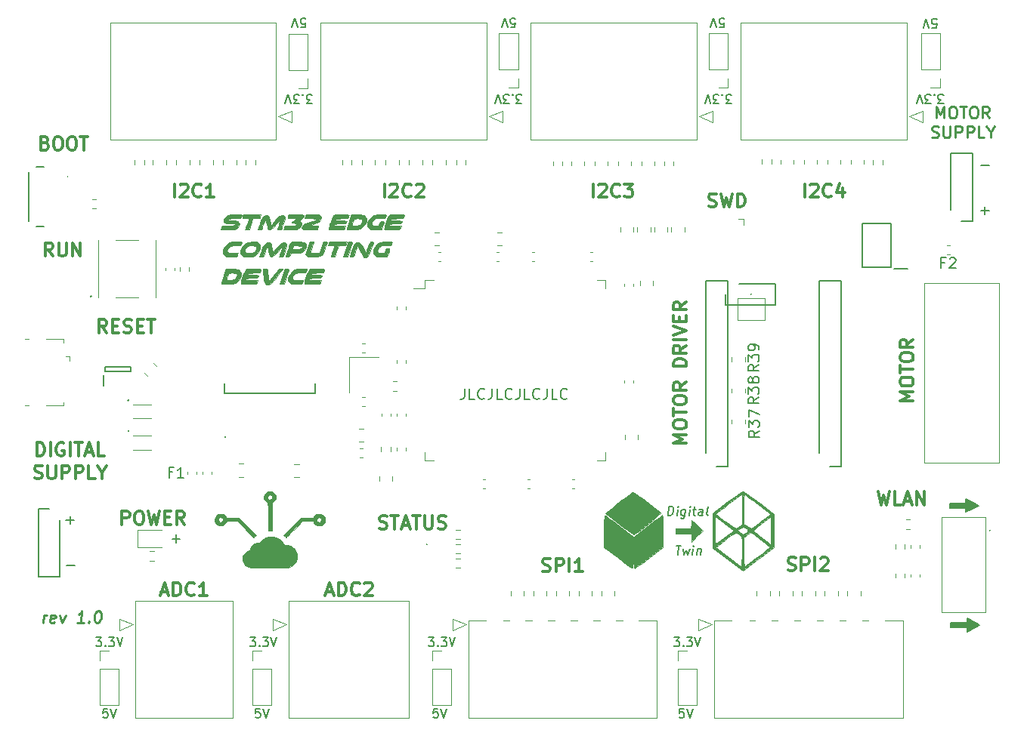
<source format=gbr>
%TF.GenerationSoftware,KiCad,Pcbnew,(5.1.10)-1*%
%TF.CreationDate,2021-08-30T20:13:54+03:00*%
%TF.ProjectId,STM32_Edge_Computing_Device,53544d33-325f-4456-9467-655f436f6d70,1.0*%
%TF.SameCoordinates,Original*%
%TF.FileFunction,Legend,Top*%
%TF.FilePolarity,Positive*%
%FSLAX46Y46*%
G04 Gerber Fmt 4.6, Leading zero omitted, Abs format (unit mm)*
G04 Created by KiCad (PCBNEW (5.1.10)-1) date 2021-08-30 20:13:54*
%MOMM*%
%LPD*%
G01*
G04 APERTURE LIST*
%ADD10C,0.200000*%
%ADD11C,0.250000*%
%ADD12C,0.300000*%
%ADD13C,0.150000*%
%ADD14C,0.120000*%
%ADD15C,0.010000*%
%ADD16C,0.100000*%
G04 APERTURE END LIST*
D10*
X74220711Y-83500000D02*
G75*
G03*
X74220711Y-83500000I-70711J0D01*
G01*
X78420711Y-98600000D02*
G75*
G03*
X78420711Y-98600000I-70711J0D01*
G01*
X78420711Y-95150000D02*
G75*
G03*
X78420711Y-95150000I-70711J0D01*
G01*
X116007142Y-93842857D02*
X116007142Y-94700000D01*
X115950000Y-94871428D01*
X115835714Y-94985714D01*
X115664285Y-95042857D01*
X115550000Y-95042857D01*
X117150000Y-95042857D02*
X116578571Y-95042857D01*
X116578571Y-93842857D01*
X118235714Y-94928571D02*
X118178571Y-94985714D01*
X118007142Y-95042857D01*
X117892857Y-95042857D01*
X117721428Y-94985714D01*
X117607142Y-94871428D01*
X117550000Y-94757142D01*
X117492857Y-94528571D01*
X117492857Y-94357142D01*
X117550000Y-94128571D01*
X117607142Y-94014285D01*
X117721428Y-93900000D01*
X117892857Y-93842857D01*
X118007142Y-93842857D01*
X118178571Y-93900000D01*
X118235714Y-93957142D01*
X119092857Y-93842857D02*
X119092857Y-94700000D01*
X119035714Y-94871428D01*
X118921428Y-94985714D01*
X118750000Y-95042857D01*
X118635714Y-95042857D01*
X120235714Y-95042857D02*
X119664285Y-95042857D01*
X119664285Y-93842857D01*
X121321428Y-94928571D02*
X121264285Y-94985714D01*
X121092857Y-95042857D01*
X120978571Y-95042857D01*
X120807142Y-94985714D01*
X120692857Y-94871428D01*
X120635714Y-94757142D01*
X120578571Y-94528571D01*
X120578571Y-94357142D01*
X120635714Y-94128571D01*
X120692857Y-94014285D01*
X120807142Y-93900000D01*
X120978571Y-93842857D01*
X121092857Y-93842857D01*
X121264285Y-93900000D01*
X121321428Y-93957142D01*
X122178571Y-93842857D02*
X122178571Y-94700000D01*
X122121428Y-94871428D01*
X122007142Y-94985714D01*
X121835714Y-95042857D01*
X121721428Y-95042857D01*
X123321428Y-95042857D02*
X122750000Y-95042857D01*
X122750000Y-93842857D01*
X124407142Y-94928571D02*
X124350000Y-94985714D01*
X124178571Y-95042857D01*
X124064285Y-95042857D01*
X123892857Y-94985714D01*
X123778571Y-94871428D01*
X123721428Y-94757142D01*
X123664285Y-94528571D01*
X123664285Y-94357142D01*
X123721428Y-94128571D01*
X123778571Y-94014285D01*
X123892857Y-93900000D01*
X124064285Y-93842857D01*
X124178571Y-93842857D01*
X124350000Y-93900000D01*
X124407142Y-93957142D01*
X125264285Y-93842857D02*
X125264285Y-94700000D01*
X125207142Y-94871428D01*
X125092857Y-94985714D01*
X124921428Y-95042857D01*
X124807142Y-95042857D01*
X126407142Y-95042857D02*
X125835714Y-95042857D01*
X125835714Y-93842857D01*
X127492857Y-94928571D02*
X127435714Y-94985714D01*
X127264285Y-95042857D01*
X127150000Y-95042857D01*
X126978571Y-94985714D01*
X126864285Y-94871428D01*
X126807142Y-94757142D01*
X126750000Y-94528571D01*
X126750000Y-94357142D01*
X126807142Y-94128571D01*
X126864285Y-94014285D01*
X126978571Y-93900000D01*
X127150000Y-93842857D01*
X127264285Y-93842857D01*
X127435714Y-93900000D01*
X127492857Y-93957142D01*
D11*
X68777455Y-120088095D02*
X68885788Y-119221428D01*
X68854836Y-119469047D02*
X68932217Y-119345238D01*
X69001860Y-119283333D01*
X69133407Y-119221428D01*
X69257217Y-119221428D01*
X70085193Y-120026190D02*
X69953645Y-120088095D01*
X69706026Y-120088095D01*
X69589955Y-120026190D01*
X69543526Y-119902380D01*
X69605431Y-119407142D01*
X69682812Y-119283333D01*
X69814360Y-119221428D01*
X70061979Y-119221428D01*
X70178050Y-119283333D01*
X70224479Y-119407142D01*
X70209002Y-119530952D01*
X69574479Y-119654761D01*
X70681026Y-119221428D02*
X70882217Y-120088095D01*
X71300074Y-119221428D01*
X73358407Y-120088095D02*
X72615550Y-120088095D01*
X72986979Y-120088095D02*
X73149479Y-118788095D01*
X73002455Y-118973809D01*
X72863169Y-119097619D01*
X72731622Y-119159523D01*
X73931026Y-119964285D02*
X73985193Y-120026190D01*
X73915550Y-120088095D01*
X73861383Y-120026190D01*
X73931026Y-119964285D01*
X73915550Y-120088095D01*
X74944717Y-118788095D02*
X75068526Y-118788095D01*
X75184598Y-118850000D01*
X75238764Y-118911904D01*
X75285193Y-119035714D01*
X75316145Y-119283333D01*
X75277455Y-119592857D01*
X75184598Y-119840476D01*
X75107217Y-119964285D01*
X75037574Y-120026190D01*
X74906026Y-120088095D01*
X74782217Y-120088095D01*
X74666145Y-120026190D01*
X74611979Y-119964285D01*
X74565550Y-119840476D01*
X74534598Y-119592857D01*
X74573288Y-119283333D01*
X74666145Y-119035714D01*
X74743526Y-118911904D01*
X74813169Y-118850000D01*
X74944717Y-118788095D01*
D10*
X139720952Y-111452380D02*
X140292380Y-111452380D01*
X139881666Y-112452380D02*
X140006666Y-111452380D01*
X140488809Y-111785714D02*
X140595952Y-112452380D01*
X140845952Y-111976190D01*
X140976904Y-112452380D01*
X141250714Y-111785714D01*
X141548333Y-112452380D02*
X141631666Y-111785714D01*
X141673333Y-111452380D02*
X141619761Y-111500000D01*
X141661428Y-111547619D01*
X141715000Y-111500000D01*
X141673333Y-111452380D01*
X141661428Y-111547619D01*
X142107857Y-111785714D02*
X142024523Y-112452380D01*
X142095952Y-111880952D02*
X142149523Y-111833333D01*
X142250714Y-111785714D01*
X142393571Y-111785714D01*
X142482857Y-111833333D01*
X142518571Y-111928571D01*
X142453095Y-112452380D01*
X138805476Y-108052380D02*
X138930476Y-107052380D01*
X139168571Y-107052380D01*
X139305476Y-107100000D01*
X139388809Y-107195238D01*
X139424523Y-107290476D01*
X139448333Y-107480952D01*
X139430476Y-107623809D01*
X139359047Y-107814285D01*
X139299523Y-107909523D01*
X139192380Y-108004761D01*
X139043571Y-108052380D01*
X138805476Y-108052380D01*
X139805476Y-108052380D02*
X139888809Y-107385714D01*
X139930476Y-107052380D02*
X139876904Y-107100000D01*
X139918571Y-107147619D01*
X139972142Y-107100000D01*
X139930476Y-107052380D01*
X139918571Y-107147619D01*
X140793571Y-107385714D02*
X140692380Y-108195238D01*
X140632857Y-108290476D01*
X140579285Y-108338095D01*
X140478095Y-108385714D01*
X140335238Y-108385714D01*
X140245952Y-108338095D01*
X140716190Y-108004761D02*
X140615000Y-108052380D01*
X140424523Y-108052380D01*
X140335238Y-108004761D01*
X140293571Y-107957142D01*
X140257857Y-107861904D01*
X140293571Y-107576190D01*
X140353095Y-107480952D01*
X140406666Y-107433333D01*
X140507857Y-107385714D01*
X140698333Y-107385714D01*
X140787619Y-107433333D01*
X141186428Y-108052380D02*
X141269761Y-107385714D01*
X141311428Y-107052380D02*
X141257857Y-107100000D01*
X141299523Y-107147619D01*
X141353095Y-107100000D01*
X141311428Y-107052380D01*
X141299523Y-107147619D01*
X141603095Y-107385714D02*
X141984047Y-107385714D01*
X141787619Y-107052380D02*
X141680476Y-107909523D01*
X141716190Y-108004761D01*
X141805476Y-108052380D01*
X141900714Y-108052380D01*
X142662619Y-108052380D02*
X142728095Y-107528571D01*
X142692380Y-107433333D01*
X142603095Y-107385714D01*
X142412619Y-107385714D01*
X142311428Y-107433333D01*
X142668571Y-108004761D02*
X142567380Y-108052380D01*
X142329285Y-108052380D01*
X142240000Y-108004761D01*
X142204285Y-107909523D01*
X142216190Y-107814285D01*
X142275714Y-107719047D01*
X142376904Y-107671428D01*
X142615000Y-107671428D01*
X142716190Y-107623809D01*
X143281666Y-108052380D02*
X143192380Y-108004761D01*
X143156666Y-107909523D01*
X143263809Y-107052380D01*
G36*
X173600000Y-107000000D02*
G01*
X172200000Y-107700000D01*
X172200000Y-107200000D01*
X170400000Y-107200000D01*
X170400000Y-106700000D01*
X172200000Y-106700000D01*
X172200000Y-106200000D01*
X173600000Y-107000000D01*
G37*
X173600000Y-107000000D02*
X172200000Y-107700000D01*
X172200000Y-107200000D01*
X170400000Y-107200000D01*
X170400000Y-106700000D01*
X172200000Y-106700000D01*
X172200000Y-106200000D01*
X173600000Y-107000000D01*
G36*
X173700000Y-120400000D02*
G01*
X172300000Y-121100000D01*
X172300000Y-120600000D01*
X170500000Y-120600000D01*
X170500000Y-120100000D01*
X172300000Y-120100000D01*
X172300000Y-119600000D01*
X173700000Y-120400000D01*
G37*
X173700000Y-120400000D02*
X172300000Y-121100000D01*
X172300000Y-120600000D01*
X170500000Y-120600000D01*
X170500000Y-120100000D01*
X172300000Y-120100000D01*
X172300000Y-119600000D01*
X173700000Y-120400000D01*
D12*
X166278571Y-95192857D02*
X164778571Y-95192857D01*
X165850000Y-94692857D01*
X164778571Y-94192857D01*
X166278571Y-94192857D01*
X164778571Y-93192857D02*
X164778571Y-92907142D01*
X164850000Y-92764285D01*
X164992857Y-92621428D01*
X165278571Y-92550000D01*
X165778571Y-92550000D01*
X166064285Y-92621428D01*
X166207142Y-92764285D01*
X166278571Y-92907142D01*
X166278571Y-93192857D01*
X166207142Y-93335714D01*
X166064285Y-93478571D01*
X165778571Y-93550000D01*
X165278571Y-93550000D01*
X164992857Y-93478571D01*
X164850000Y-93335714D01*
X164778571Y-93192857D01*
X164778571Y-92121428D02*
X164778571Y-91264285D01*
X166278571Y-91692857D02*
X164778571Y-91692857D01*
X164778571Y-90478571D02*
X164778571Y-90192857D01*
X164850000Y-90050000D01*
X164992857Y-89907142D01*
X165278571Y-89835714D01*
X165778571Y-89835714D01*
X166064285Y-89907142D01*
X166207142Y-90050000D01*
X166278571Y-90192857D01*
X166278571Y-90478571D01*
X166207142Y-90621428D01*
X166064285Y-90764285D01*
X165778571Y-90835714D01*
X165278571Y-90835714D01*
X164992857Y-90764285D01*
X164850000Y-90621428D01*
X164778571Y-90478571D01*
X166278571Y-88335714D02*
X165564285Y-88835714D01*
X166278571Y-89192857D02*
X164778571Y-89192857D01*
X164778571Y-88621428D01*
X164850000Y-88478571D01*
X164921428Y-88407142D01*
X165064285Y-88335714D01*
X165278571Y-88335714D01*
X165421428Y-88407142D01*
X165492857Y-88478571D01*
X165564285Y-88621428D01*
X165564285Y-89192857D01*
D10*
X173842857Y-68785714D02*
X174757142Y-68785714D01*
X71442857Y-113685714D02*
X72357142Y-113685714D01*
X71342857Y-108585714D02*
X72257142Y-108585714D01*
X71800000Y-109042857D02*
X71800000Y-108128571D01*
D12*
X143364285Y-73407142D02*
X143578571Y-73478571D01*
X143935714Y-73478571D01*
X144078571Y-73407142D01*
X144150000Y-73335714D01*
X144221428Y-73192857D01*
X144221428Y-73050000D01*
X144150000Y-72907142D01*
X144078571Y-72835714D01*
X143935714Y-72764285D01*
X143650000Y-72692857D01*
X143507142Y-72621428D01*
X143435714Y-72550000D01*
X143364285Y-72407142D01*
X143364285Y-72264285D01*
X143435714Y-72121428D01*
X143507142Y-72050000D01*
X143650000Y-71978571D01*
X144007142Y-71978571D01*
X144221428Y-72050000D01*
X144721428Y-71978571D02*
X145078571Y-73478571D01*
X145364285Y-72407142D01*
X145650000Y-73478571D01*
X146007142Y-71978571D01*
X146578571Y-73478571D02*
X146578571Y-71978571D01*
X146935714Y-71978571D01*
X147150000Y-72050000D01*
X147292857Y-72192857D01*
X147364285Y-72335714D01*
X147435714Y-72621428D01*
X147435714Y-72835714D01*
X147364285Y-73121428D01*
X147292857Y-73264285D01*
X147150000Y-73407142D01*
X146935714Y-73478571D01*
X146578571Y-73478571D01*
D11*
X168859523Y-63488095D02*
X168859523Y-62188095D01*
X169292857Y-63116666D01*
X169726190Y-62188095D01*
X169726190Y-63488095D01*
X170592857Y-62188095D02*
X170840476Y-62188095D01*
X170964285Y-62250000D01*
X171088095Y-62373809D01*
X171150000Y-62621428D01*
X171150000Y-63054761D01*
X171088095Y-63302380D01*
X170964285Y-63426190D01*
X170840476Y-63488095D01*
X170592857Y-63488095D01*
X170469047Y-63426190D01*
X170345238Y-63302380D01*
X170283333Y-63054761D01*
X170283333Y-62621428D01*
X170345238Y-62373809D01*
X170469047Y-62250000D01*
X170592857Y-62188095D01*
X171521428Y-62188095D02*
X172264285Y-62188095D01*
X171892857Y-63488095D02*
X171892857Y-62188095D01*
X172945238Y-62188095D02*
X173192857Y-62188095D01*
X173316666Y-62250000D01*
X173440476Y-62373809D01*
X173502380Y-62621428D01*
X173502380Y-63054761D01*
X173440476Y-63302380D01*
X173316666Y-63426190D01*
X173192857Y-63488095D01*
X172945238Y-63488095D01*
X172821428Y-63426190D01*
X172697619Y-63302380D01*
X172635714Y-63054761D01*
X172635714Y-62621428D01*
X172697619Y-62373809D01*
X172821428Y-62250000D01*
X172945238Y-62188095D01*
X174802380Y-63488095D02*
X174369047Y-62869047D01*
X174059523Y-63488095D02*
X174059523Y-62188095D01*
X174554761Y-62188095D01*
X174678571Y-62250000D01*
X174740476Y-62311904D01*
X174802380Y-62435714D01*
X174802380Y-62621428D01*
X174740476Y-62745238D01*
X174678571Y-62807142D01*
X174554761Y-62869047D01*
X174059523Y-62869047D01*
X168364285Y-65626190D02*
X168550000Y-65688095D01*
X168859523Y-65688095D01*
X168983333Y-65626190D01*
X169045238Y-65564285D01*
X169107142Y-65440476D01*
X169107142Y-65316666D01*
X169045238Y-65192857D01*
X168983333Y-65130952D01*
X168859523Y-65069047D01*
X168611904Y-65007142D01*
X168488095Y-64945238D01*
X168426190Y-64883333D01*
X168364285Y-64759523D01*
X168364285Y-64635714D01*
X168426190Y-64511904D01*
X168488095Y-64450000D01*
X168611904Y-64388095D01*
X168921428Y-64388095D01*
X169107142Y-64450000D01*
X169664285Y-64388095D02*
X169664285Y-65440476D01*
X169726190Y-65564285D01*
X169788095Y-65626190D01*
X169911904Y-65688095D01*
X170159523Y-65688095D01*
X170283333Y-65626190D01*
X170345238Y-65564285D01*
X170407142Y-65440476D01*
X170407142Y-64388095D01*
X171026190Y-65688095D02*
X171026190Y-64388095D01*
X171521428Y-64388095D01*
X171645238Y-64450000D01*
X171707142Y-64511904D01*
X171769047Y-64635714D01*
X171769047Y-64821428D01*
X171707142Y-64945238D01*
X171645238Y-65007142D01*
X171521428Y-65069047D01*
X171026190Y-65069047D01*
X172326190Y-65688095D02*
X172326190Y-64388095D01*
X172821428Y-64388095D01*
X172945238Y-64450000D01*
X173007142Y-64511904D01*
X173069047Y-64635714D01*
X173069047Y-64821428D01*
X173007142Y-64945238D01*
X172945238Y-65007142D01*
X172821428Y-65069047D01*
X172326190Y-65069047D01*
X174245238Y-65688095D02*
X173626190Y-65688095D01*
X173626190Y-64388095D01*
X174926190Y-65069047D02*
X174926190Y-65688095D01*
X174492857Y-64388095D02*
X174926190Y-65069047D01*
X175359523Y-64388095D01*
D12*
X68121428Y-101403571D02*
X68121428Y-99903571D01*
X68478571Y-99903571D01*
X68692857Y-99975000D01*
X68835714Y-100117857D01*
X68907142Y-100260714D01*
X68978571Y-100546428D01*
X68978571Y-100760714D01*
X68907142Y-101046428D01*
X68835714Y-101189285D01*
X68692857Y-101332142D01*
X68478571Y-101403571D01*
X68121428Y-101403571D01*
X69621428Y-101403571D02*
X69621428Y-99903571D01*
X71121428Y-99975000D02*
X70978571Y-99903571D01*
X70764285Y-99903571D01*
X70550000Y-99975000D01*
X70407142Y-100117857D01*
X70335714Y-100260714D01*
X70264285Y-100546428D01*
X70264285Y-100760714D01*
X70335714Y-101046428D01*
X70407142Y-101189285D01*
X70550000Y-101332142D01*
X70764285Y-101403571D01*
X70907142Y-101403571D01*
X71121428Y-101332142D01*
X71192857Y-101260714D01*
X71192857Y-100760714D01*
X70907142Y-100760714D01*
X71835714Y-101403571D02*
X71835714Y-99903571D01*
X72335714Y-99903571D02*
X73192857Y-99903571D01*
X72764285Y-101403571D02*
X72764285Y-99903571D01*
X73621428Y-100975000D02*
X74335714Y-100975000D01*
X73478571Y-101403571D02*
X73978571Y-99903571D01*
X74478571Y-101403571D01*
X75692857Y-101403571D02*
X74978571Y-101403571D01*
X74978571Y-99903571D01*
X67835714Y-103882142D02*
X68050000Y-103953571D01*
X68407142Y-103953571D01*
X68550000Y-103882142D01*
X68621428Y-103810714D01*
X68692857Y-103667857D01*
X68692857Y-103525000D01*
X68621428Y-103382142D01*
X68550000Y-103310714D01*
X68407142Y-103239285D01*
X68121428Y-103167857D01*
X67978571Y-103096428D01*
X67907142Y-103025000D01*
X67835714Y-102882142D01*
X67835714Y-102739285D01*
X67907142Y-102596428D01*
X67978571Y-102525000D01*
X68121428Y-102453571D01*
X68478571Y-102453571D01*
X68692857Y-102525000D01*
X69335714Y-102453571D02*
X69335714Y-103667857D01*
X69407142Y-103810714D01*
X69478571Y-103882142D01*
X69621428Y-103953571D01*
X69907142Y-103953571D01*
X70050000Y-103882142D01*
X70121428Y-103810714D01*
X70192857Y-103667857D01*
X70192857Y-102453571D01*
X70907142Y-103953571D02*
X70907142Y-102453571D01*
X71478571Y-102453571D01*
X71621428Y-102525000D01*
X71692857Y-102596428D01*
X71764285Y-102739285D01*
X71764285Y-102953571D01*
X71692857Y-103096428D01*
X71621428Y-103167857D01*
X71478571Y-103239285D01*
X70907142Y-103239285D01*
X72407142Y-103953571D02*
X72407142Y-102453571D01*
X72978571Y-102453571D01*
X73121428Y-102525000D01*
X73192857Y-102596428D01*
X73264285Y-102739285D01*
X73264285Y-102953571D01*
X73192857Y-103096428D01*
X73121428Y-103167857D01*
X72978571Y-103239285D01*
X72407142Y-103239285D01*
X74621428Y-103953571D02*
X73907142Y-103953571D01*
X73907142Y-102453571D01*
X75407142Y-103239285D02*
X75407142Y-103953571D01*
X74907142Y-102453571D02*
X75407142Y-103239285D01*
X75907142Y-102453571D01*
X83521428Y-72378571D02*
X83521428Y-70878571D01*
X84164285Y-71021428D02*
X84235714Y-70950000D01*
X84378571Y-70878571D01*
X84735714Y-70878571D01*
X84878571Y-70950000D01*
X84950000Y-71021428D01*
X85021428Y-71164285D01*
X85021428Y-71307142D01*
X84950000Y-71521428D01*
X84092857Y-72378571D01*
X85021428Y-72378571D01*
X86521428Y-72235714D02*
X86450000Y-72307142D01*
X86235714Y-72378571D01*
X86092857Y-72378571D01*
X85878571Y-72307142D01*
X85735714Y-72164285D01*
X85664285Y-72021428D01*
X85592857Y-71735714D01*
X85592857Y-71521428D01*
X85664285Y-71235714D01*
X85735714Y-71092857D01*
X85878571Y-70950000D01*
X86092857Y-70878571D01*
X86235714Y-70878571D01*
X86450000Y-70950000D01*
X86521428Y-71021428D01*
X87950000Y-72378571D02*
X87092857Y-72378571D01*
X87521428Y-72378571D02*
X87521428Y-70878571D01*
X87378571Y-71092857D01*
X87235714Y-71235714D01*
X87092857Y-71307142D01*
X107021428Y-72378571D02*
X107021428Y-70878571D01*
X107664285Y-71021428D02*
X107735714Y-70950000D01*
X107878571Y-70878571D01*
X108235714Y-70878571D01*
X108378571Y-70950000D01*
X108450000Y-71021428D01*
X108521428Y-71164285D01*
X108521428Y-71307142D01*
X108450000Y-71521428D01*
X107592857Y-72378571D01*
X108521428Y-72378571D01*
X110021428Y-72235714D02*
X109950000Y-72307142D01*
X109735714Y-72378571D01*
X109592857Y-72378571D01*
X109378571Y-72307142D01*
X109235714Y-72164285D01*
X109164285Y-72021428D01*
X109092857Y-71735714D01*
X109092857Y-71521428D01*
X109164285Y-71235714D01*
X109235714Y-71092857D01*
X109378571Y-70950000D01*
X109592857Y-70878571D01*
X109735714Y-70878571D01*
X109950000Y-70950000D01*
X110021428Y-71021428D01*
X110592857Y-71021428D02*
X110664285Y-70950000D01*
X110807142Y-70878571D01*
X111164285Y-70878571D01*
X111307142Y-70950000D01*
X111378571Y-71021428D01*
X111450000Y-71164285D01*
X111450000Y-71307142D01*
X111378571Y-71521428D01*
X110521428Y-72378571D01*
X111450000Y-72378571D01*
X130421428Y-72378571D02*
X130421428Y-70878571D01*
X131064285Y-71021428D02*
X131135714Y-70950000D01*
X131278571Y-70878571D01*
X131635714Y-70878571D01*
X131778571Y-70950000D01*
X131850000Y-71021428D01*
X131921428Y-71164285D01*
X131921428Y-71307142D01*
X131850000Y-71521428D01*
X130992857Y-72378571D01*
X131921428Y-72378571D01*
X133421428Y-72235714D02*
X133350000Y-72307142D01*
X133135714Y-72378571D01*
X132992857Y-72378571D01*
X132778571Y-72307142D01*
X132635714Y-72164285D01*
X132564285Y-72021428D01*
X132492857Y-71735714D01*
X132492857Y-71521428D01*
X132564285Y-71235714D01*
X132635714Y-71092857D01*
X132778571Y-70950000D01*
X132992857Y-70878571D01*
X133135714Y-70878571D01*
X133350000Y-70950000D01*
X133421428Y-71021428D01*
X133921428Y-70878571D02*
X134850000Y-70878571D01*
X134350000Y-71450000D01*
X134564285Y-71450000D01*
X134707142Y-71521428D01*
X134778571Y-71592857D01*
X134850000Y-71735714D01*
X134850000Y-72092857D01*
X134778571Y-72235714D01*
X134707142Y-72307142D01*
X134564285Y-72378571D01*
X134135714Y-72378571D01*
X133992857Y-72307142D01*
X133921428Y-72235714D01*
X154121428Y-72378571D02*
X154121428Y-70878571D01*
X154764285Y-71021428D02*
X154835714Y-70950000D01*
X154978571Y-70878571D01*
X155335714Y-70878571D01*
X155478571Y-70950000D01*
X155550000Y-71021428D01*
X155621428Y-71164285D01*
X155621428Y-71307142D01*
X155550000Y-71521428D01*
X154692857Y-72378571D01*
X155621428Y-72378571D01*
X157121428Y-72235714D02*
X157050000Y-72307142D01*
X156835714Y-72378571D01*
X156692857Y-72378571D01*
X156478571Y-72307142D01*
X156335714Y-72164285D01*
X156264285Y-72021428D01*
X156192857Y-71735714D01*
X156192857Y-71521428D01*
X156264285Y-71235714D01*
X156335714Y-71092857D01*
X156478571Y-70950000D01*
X156692857Y-70878571D01*
X156835714Y-70878571D01*
X157050000Y-70950000D01*
X157121428Y-71021428D01*
X158407142Y-71378571D02*
X158407142Y-72378571D01*
X158050000Y-70807142D02*
X157692857Y-71878571D01*
X158621428Y-71878571D01*
D10*
X173842857Y-73885714D02*
X174757142Y-73885714D01*
X174300000Y-74342857D02*
X174300000Y-73428571D01*
D12*
X140878571Y-99992857D02*
X139378571Y-99992857D01*
X140450000Y-99492857D01*
X139378571Y-98992857D01*
X140878571Y-98992857D01*
X139378571Y-97992857D02*
X139378571Y-97707142D01*
X139450000Y-97564285D01*
X139592857Y-97421428D01*
X139878571Y-97350000D01*
X140378571Y-97350000D01*
X140664285Y-97421428D01*
X140807142Y-97564285D01*
X140878571Y-97707142D01*
X140878571Y-97992857D01*
X140807142Y-98135714D01*
X140664285Y-98278571D01*
X140378571Y-98350000D01*
X139878571Y-98350000D01*
X139592857Y-98278571D01*
X139450000Y-98135714D01*
X139378571Y-97992857D01*
X139378571Y-96921428D02*
X139378571Y-96064285D01*
X140878571Y-96492857D02*
X139378571Y-96492857D01*
X139378571Y-95278571D02*
X139378571Y-94992857D01*
X139450000Y-94850000D01*
X139592857Y-94707142D01*
X139878571Y-94635714D01*
X140378571Y-94635714D01*
X140664285Y-94707142D01*
X140807142Y-94850000D01*
X140878571Y-94992857D01*
X140878571Y-95278571D01*
X140807142Y-95421428D01*
X140664285Y-95564285D01*
X140378571Y-95635714D01*
X139878571Y-95635714D01*
X139592857Y-95564285D01*
X139450000Y-95421428D01*
X139378571Y-95278571D01*
X140878571Y-93135714D02*
X140164285Y-93635714D01*
X140878571Y-93992857D02*
X139378571Y-93992857D01*
X139378571Y-93421428D01*
X139450000Y-93278571D01*
X139521428Y-93207142D01*
X139664285Y-93135714D01*
X139878571Y-93135714D01*
X140021428Y-93207142D01*
X140092857Y-93278571D01*
X140164285Y-93421428D01*
X140164285Y-93992857D01*
X140878571Y-91350000D02*
X139378571Y-91350000D01*
X139378571Y-90992857D01*
X139450000Y-90778571D01*
X139592857Y-90635714D01*
X139735714Y-90564285D01*
X140021428Y-90492857D01*
X140235714Y-90492857D01*
X140521428Y-90564285D01*
X140664285Y-90635714D01*
X140807142Y-90778571D01*
X140878571Y-90992857D01*
X140878571Y-91350000D01*
X140878571Y-88992857D02*
X140164285Y-89492857D01*
X140878571Y-89850000D02*
X139378571Y-89850000D01*
X139378571Y-89278571D01*
X139450000Y-89135714D01*
X139521428Y-89064285D01*
X139664285Y-88992857D01*
X139878571Y-88992857D01*
X140021428Y-89064285D01*
X140092857Y-89135714D01*
X140164285Y-89278571D01*
X140164285Y-89850000D01*
X140878571Y-88350000D02*
X139378571Y-88350000D01*
X139378571Y-87850000D02*
X140878571Y-87350000D01*
X139378571Y-86850000D01*
X140092857Y-86350000D02*
X140092857Y-85850000D01*
X140878571Y-85635714D02*
X140878571Y-86350000D01*
X139378571Y-86350000D01*
X139378571Y-85635714D01*
X140878571Y-84135714D02*
X140164285Y-84635714D01*
X140878571Y-84992857D02*
X139378571Y-84992857D01*
X139378571Y-84421428D01*
X139450000Y-84278571D01*
X139521428Y-84207142D01*
X139664285Y-84135714D01*
X139878571Y-84135714D01*
X140021428Y-84207142D01*
X140092857Y-84278571D01*
X140164285Y-84421428D01*
X140164285Y-84992857D01*
X162321428Y-105378571D02*
X162678571Y-106878571D01*
X162964285Y-105807142D01*
X163250000Y-106878571D01*
X163607142Y-105378571D01*
X164892857Y-106878571D02*
X164178571Y-106878571D01*
X164178571Y-105378571D01*
X165321428Y-106450000D02*
X166035714Y-106450000D01*
X165178571Y-106878571D02*
X165678571Y-105378571D01*
X166178571Y-106878571D01*
X166678571Y-106878571D02*
X166678571Y-105378571D01*
X167535714Y-106878571D01*
X167535714Y-105378571D01*
X152250000Y-114207142D02*
X152464285Y-114278571D01*
X152821428Y-114278571D01*
X152964285Y-114207142D01*
X153035714Y-114135714D01*
X153107142Y-113992857D01*
X153107142Y-113850000D01*
X153035714Y-113707142D01*
X152964285Y-113635714D01*
X152821428Y-113564285D01*
X152535714Y-113492857D01*
X152392857Y-113421428D01*
X152321428Y-113350000D01*
X152250000Y-113207142D01*
X152250000Y-113064285D01*
X152321428Y-112921428D01*
X152392857Y-112850000D01*
X152535714Y-112778571D01*
X152892857Y-112778571D01*
X153107142Y-112850000D01*
X153750000Y-114278571D02*
X153750000Y-112778571D01*
X154321428Y-112778571D01*
X154464285Y-112850000D01*
X154535714Y-112921428D01*
X154607142Y-113064285D01*
X154607142Y-113278571D01*
X154535714Y-113421428D01*
X154464285Y-113492857D01*
X154321428Y-113564285D01*
X153750000Y-113564285D01*
X155250000Y-114278571D02*
X155250000Y-112778571D01*
X155892857Y-112921428D02*
X155964285Y-112850000D01*
X156107142Y-112778571D01*
X156464285Y-112778571D01*
X156607142Y-112850000D01*
X156678571Y-112921428D01*
X156750000Y-113064285D01*
X156750000Y-113207142D01*
X156678571Y-113421428D01*
X155821428Y-114278571D01*
X156750000Y-114278571D01*
X124750000Y-114307142D02*
X124964285Y-114378571D01*
X125321428Y-114378571D01*
X125464285Y-114307142D01*
X125535714Y-114235714D01*
X125607142Y-114092857D01*
X125607142Y-113950000D01*
X125535714Y-113807142D01*
X125464285Y-113735714D01*
X125321428Y-113664285D01*
X125035714Y-113592857D01*
X124892857Y-113521428D01*
X124821428Y-113450000D01*
X124750000Y-113307142D01*
X124750000Y-113164285D01*
X124821428Y-113021428D01*
X124892857Y-112950000D01*
X125035714Y-112878571D01*
X125392857Y-112878571D01*
X125607142Y-112950000D01*
X126250000Y-114378571D02*
X126250000Y-112878571D01*
X126821428Y-112878571D01*
X126964285Y-112950000D01*
X127035714Y-113021428D01*
X127107142Y-113164285D01*
X127107142Y-113378571D01*
X127035714Y-113521428D01*
X126964285Y-113592857D01*
X126821428Y-113664285D01*
X126250000Y-113664285D01*
X127750000Y-114378571D02*
X127750000Y-112878571D01*
X129250000Y-114378571D02*
X128392857Y-114378571D01*
X128821428Y-114378571D02*
X128821428Y-112878571D01*
X128678571Y-113092857D01*
X128535714Y-113235714D01*
X128392857Y-113307142D01*
X100528571Y-116650000D02*
X101242857Y-116650000D01*
X100385714Y-117078571D02*
X100885714Y-115578571D01*
X101385714Y-117078571D01*
X101885714Y-117078571D02*
X101885714Y-115578571D01*
X102242857Y-115578571D01*
X102457142Y-115650000D01*
X102600000Y-115792857D01*
X102671428Y-115935714D01*
X102742857Y-116221428D01*
X102742857Y-116435714D01*
X102671428Y-116721428D01*
X102600000Y-116864285D01*
X102457142Y-117007142D01*
X102242857Y-117078571D01*
X101885714Y-117078571D01*
X104242857Y-116935714D02*
X104171428Y-117007142D01*
X103957142Y-117078571D01*
X103814285Y-117078571D01*
X103600000Y-117007142D01*
X103457142Y-116864285D01*
X103385714Y-116721428D01*
X103314285Y-116435714D01*
X103314285Y-116221428D01*
X103385714Y-115935714D01*
X103457142Y-115792857D01*
X103600000Y-115650000D01*
X103814285Y-115578571D01*
X103957142Y-115578571D01*
X104171428Y-115650000D01*
X104242857Y-115721428D01*
X104814285Y-115721428D02*
X104885714Y-115650000D01*
X105028571Y-115578571D01*
X105385714Y-115578571D01*
X105528571Y-115650000D01*
X105600000Y-115721428D01*
X105671428Y-115864285D01*
X105671428Y-116007142D01*
X105600000Y-116221428D01*
X104742857Y-117078571D01*
X105671428Y-117078571D01*
X82028571Y-116650000D02*
X82742857Y-116650000D01*
X81885714Y-117078571D02*
X82385714Y-115578571D01*
X82885714Y-117078571D01*
X83385714Y-117078571D02*
X83385714Y-115578571D01*
X83742857Y-115578571D01*
X83957142Y-115650000D01*
X84100000Y-115792857D01*
X84171428Y-115935714D01*
X84242857Y-116221428D01*
X84242857Y-116435714D01*
X84171428Y-116721428D01*
X84100000Y-116864285D01*
X83957142Y-117007142D01*
X83742857Y-117078571D01*
X83385714Y-117078571D01*
X85742857Y-116935714D02*
X85671428Y-117007142D01*
X85457142Y-117078571D01*
X85314285Y-117078571D01*
X85100000Y-117007142D01*
X84957142Y-116864285D01*
X84885714Y-116721428D01*
X84814285Y-116435714D01*
X84814285Y-116221428D01*
X84885714Y-115935714D01*
X84957142Y-115792857D01*
X85100000Y-115650000D01*
X85314285Y-115578571D01*
X85457142Y-115578571D01*
X85671428Y-115650000D01*
X85742857Y-115721428D01*
X87171428Y-117078571D02*
X86314285Y-117078571D01*
X86742857Y-117078571D02*
X86742857Y-115578571D01*
X86600000Y-115792857D01*
X86457142Y-115935714D01*
X86314285Y-116007142D01*
D10*
X83242857Y-110685714D02*
X84157142Y-110685714D01*
X83700000Y-111142857D02*
X83700000Y-110228571D01*
D12*
X106485714Y-109507142D02*
X106700000Y-109578571D01*
X107057142Y-109578571D01*
X107200000Y-109507142D01*
X107271428Y-109435714D01*
X107342857Y-109292857D01*
X107342857Y-109150000D01*
X107271428Y-109007142D01*
X107200000Y-108935714D01*
X107057142Y-108864285D01*
X106771428Y-108792857D01*
X106628571Y-108721428D01*
X106557142Y-108650000D01*
X106485714Y-108507142D01*
X106485714Y-108364285D01*
X106557142Y-108221428D01*
X106628571Y-108150000D01*
X106771428Y-108078571D01*
X107128571Y-108078571D01*
X107342857Y-108150000D01*
X107771428Y-108078571D02*
X108628571Y-108078571D01*
X108200000Y-109578571D02*
X108200000Y-108078571D01*
X109057142Y-109150000D02*
X109771428Y-109150000D01*
X108914285Y-109578571D02*
X109414285Y-108078571D01*
X109914285Y-109578571D01*
X110200000Y-108078571D02*
X111057142Y-108078571D01*
X110628571Y-109578571D02*
X110628571Y-108078571D01*
X111557142Y-108078571D02*
X111557142Y-109292857D01*
X111628571Y-109435714D01*
X111700000Y-109507142D01*
X111842857Y-109578571D01*
X112128571Y-109578571D01*
X112271428Y-109507142D01*
X112342857Y-109435714D01*
X112414285Y-109292857D01*
X112414285Y-108078571D01*
X113057142Y-109507142D02*
X113271428Y-109578571D01*
X113628571Y-109578571D01*
X113771428Y-109507142D01*
X113842857Y-109435714D01*
X113914285Y-109292857D01*
X113914285Y-109150000D01*
X113842857Y-109007142D01*
X113771428Y-108935714D01*
X113628571Y-108864285D01*
X113342857Y-108792857D01*
X113200000Y-108721428D01*
X113128571Y-108650000D01*
X113057142Y-108507142D01*
X113057142Y-108364285D01*
X113128571Y-108221428D01*
X113200000Y-108150000D01*
X113342857Y-108078571D01*
X113700000Y-108078571D01*
X113914285Y-108150000D01*
X77635714Y-109078571D02*
X77635714Y-107578571D01*
X78207142Y-107578571D01*
X78350000Y-107650000D01*
X78421428Y-107721428D01*
X78492857Y-107864285D01*
X78492857Y-108078571D01*
X78421428Y-108221428D01*
X78350000Y-108292857D01*
X78207142Y-108364285D01*
X77635714Y-108364285D01*
X79421428Y-107578571D02*
X79707142Y-107578571D01*
X79850000Y-107650000D01*
X79992857Y-107792857D01*
X80064285Y-108078571D01*
X80064285Y-108578571D01*
X79992857Y-108864285D01*
X79850000Y-109007142D01*
X79707142Y-109078571D01*
X79421428Y-109078571D01*
X79278571Y-109007142D01*
X79135714Y-108864285D01*
X79064285Y-108578571D01*
X79064285Y-108078571D01*
X79135714Y-107792857D01*
X79278571Y-107650000D01*
X79421428Y-107578571D01*
X80564285Y-107578571D02*
X80921428Y-109078571D01*
X81207142Y-108007142D01*
X81492857Y-109078571D01*
X81850000Y-107578571D01*
X82421428Y-108292857D02*
X82921428Y-108292857D01*
X83135714Y-109078571D02*
X82421428Y-109078571D01*
X82421428Y-107578571D01*
X83135714Y-107578571D01*
X84635714Y-109078571D02*
X84135714Y-108364285D01*
X83778571Y-109078571D02*
X83778571Y-107578571D01*
X84350000Y-107578571D01*
X84492857Y-107650000D01*
X84564285Y-107721428D01*
X84635714Y-107864285D01*
X84635714Y-108078571D01*
X84564285Y-108221428D01*
X84492857Y-108292857D01*
X84350000Y-108364285D01*
X83778571Y-108364285D01*
X69892857Y-78978571D02*
X69392857Y-78264285D01*
X69035714Y-78978571D02*
X69035714Y-77478571D01*
X69607142Y-77478571D01*
X69750000Y-77550000D01*
X69821428Y-77621428D01*
X69892857Y-77764285D01*
X69892857Y-77978571D01*
X69821428Y-78121428D01*
X69750000Y-78192857D01*
X69607142Y-78264285D01*
X69035714Y-78264285D01*
X70535714Y-77478571D02*
X70535714Y-78692857D01*
X70607142Y-78835714D01*
X70678571Y-78907142D01*
X70821428Y-78978571D01*
X71107142Y-78978571D01*
X71250000Y-78907142D01*
X71321428Y-78835714D01*
X71392857Y-78692857D01*
X71392857Y-77478571D01*
X72107142Y-78978571D02*
X72107142Y-77478571D01*
X72964285Y-78978571D01*
X72964285Y-77478571D01*
X69035714Y-66292857D02*
X69250000Y-66364285D01*
X69321429Y-66435714D01*
X69392857Y-66578571D01*
X69392857Y-66792857D01*
X69321429Y-66935714D01*
X69250000Y-67007142D01*
X69107143Y-67078571D01*
X68535714Y-67078571D01*
X68535714Y-65578571D01*
X69035714Y-65578571D01*
X69178571Y-65650000D01*
X69250000Y-65721428D01*
X69321429Y-65864285D01*
X69321429Y-66007142D01*
X69250000Y-66150000D01*
X69178571Y-66221428D01*
X69035714Y-66292857D01*
X68535714Y-66292857D01*
X70321429Y-65578571D02*
X70607143Y-65578571D01*
X70750000Y-65650000D01*
X70892857Y-65792857D01*
X70964286Y-66078571D01*
X70964286Y-66578571D01*
X70892857Y-66864285D01*
X70750000Y-67007142D01*
X70607143Y-67078571D01*
X70321429Y-67078571D01*
X70178571Y-67007142D01*
X70035714Y-66864285D01*
X69964286Y-66578571D01*
X69964286Y-66078571D01*
X70035714Y-65792857D01*
X70178571Y-65650000D01*
X70321429Y-65578571D01*
X71892857Y-65578571D02*
X72178571Y-65578571D01*
X72321429Y-65650000D01*
X72464286Y-65792857D01*
X72535714Y-66078571D01*
X72535714Y-66578571D01*
X72464286Y-66864285D01*
X72321429Y-67007142D01*
X72178571Y-67078571D01*
X71892857Y-67078571D01*
X71750000Y-67007142D01*
X71607143Y-66864285D01*
X71535714Y-66578571D01*
X71535714Y-66078571D01*
X71607143Y-65792857D01*
X71750000Y-65650000D01*
X71892857Y-65578571D01*
X72964286Y-65578571D02*
X73821429Y-65578571D01*
X73392857Y-67078571D02*
X73392857Y-65578571D01*
X75921428Y-87578571D02*
X75421428Y-86864285D01*
X75064285Y-87578571D02*
X75064285Y-86078571D01*
X75635714Y-86078571D01*
X75778571Y-86150000D01*
X75850000Y-86221428D01*
X75921428Y-86364285D01*
X75921428Y-86578571D01*
X75850000Y-86721428D01*
X75778571Y-86792857D01*
X75635714Y-86864285D01*
X75064285Y-86864285D01*
X76564285Y-86792857D02*
X77064285Y-86792857D01*
X77278571Y-87578571D02*
X76564285Y-87578571D01*
X76564285Y-86078571D01*
X77278571Y-86078571D01*
X77850000Y-87507142D02*
X78064285Y-87578571D01*
X78421428Y-87578571D01*
X78564285Y-87507142D01*
X78635714Y-87435714D01*
X78707142Y-87292857D01*
X78707142Y-87150000D01*
X78635714Y-87007142D01*
X78564285Y-86935714D01*
X78421428Y-86864285D01*
X78135714Y-86792857D01*
X77992857Y-86721428D01*
X77921428Y-86650000D01*
X77850000Y-86507142D01*
X77850000Y-86364285D01*
X77921428Y-86221428D01*
X77992857Y-86150000D01*
X78135714Y-86078571D01*
X78492857Y-86078571D01*
X78707142Y-86150000D01*
X79350000Y-86792857D02*
X79850000Y-86792857D01*
X80064285Y-87578571D02*
X79350000Y-87578571D01*
X79350000Y-86078571D01*
X80064285Y-86078571D01*
X80492857Y-86078571D02*
X81350000Y-86078571D01*
X80921428Y-87578571D02*
X80921428Y-86078571D01*
D13*
X97690476Y-53307619D02*
X98166666Y-53307619D01*
X98214285Y-52831428D01*
X98166666Y-52879047D01*
X98071428Y-52926666D01*
X97833333Y-52926666D01*
X97738095Y-52879047D01*
X97690476Y-52831428D01*
X97642857Y-52736190D01*
X97642857Y-52498095D01*
X97690476Y-52402857D01*
X97738095Y-52355238D01*
X97833333Y-52307619D01*
X98071428Y-52307619D01*
X98166666Y-52355238D01*
X98214285Y-52402857D01*
X97357142Y-53307619D02*
X97023809Y-52307619D01*
X96690476Y-53307619D01*
X121190476Y-53307619D02*
X121666666Y-53307619D01*
X121714285Y-52831428D01*
X121666666Y-52879047D01*
X121571428Y-52926666D01*
X121333333Y-52926666D01*
X121238095Y-52879047D01*
X121190476Y-52831428D01*
X121142857Y-52736190D01*
X121142857Y-52498095D01*
X121190476Y-52402857D01*
X121238095Y-52355238D01*
X121333333Y-52307619D01*
X121571428Y-52307619D01*
X121666666Y-52355238D01*
X121714285Y-52402857D01*
X120857142Y-53307619D02*
X120523809Y-52307619D01*
X120190476Y-53307619D01*
X144590476Y-53307619D02*
X145066666Y-53307619D01*
X145114285Y-52831428D01*
X145066666Y-52879047D01*
X144971428Y-52926666D01*
X144733333Y-52926666D01*
X144638095Y-52879047D01*
X144590476Y-52831428D01*
X144542857Y-52736190D01*
X144542857Y-52498095D01*
X144590476Y-52402857D01*
X144638095Y-52355238D01*
X144733333Y-52307619D01*
X144971428Y-52307619D01*
X145066666Y-52355238D01*
X145114285Y-52402857D01*
X144257142Y-53307619D02*
X143923809Y-52307619D01*
X143590476Y-53307619D01*
X168390476Y-53347619D02*
X168866666Y-53347619D01*
X168914285Y-52871428D01*
X168866666Y-52919047D01*
X168771428Y-52966666D01*
X168533333Y-52966666D01*
X168438095Y-52919047D01*
X168390476Y-52871428D01*
X168342857Y-52776190D01*
X168342857Y-52538095D01*
X168390476Y-52442857D01*
X168438095Y-52395238D01*
X168533333Y-52347619D01*
X168771428Y-52347619D01*
X168866666Y-52395238D01*
X168914285Y-52442857D01*
X168057142Y-53347619D02*
X167723809Y-52347619D01*
X167390476Y-53347619D01*
X140582125Y-129752380D02*
X140105935Y-129752380D01*
X140058316Y-130228571D01*
X140105935Y-130180952D01*
X140201173Y-130133333D01*
X140439268Y-130133333D01*
X140534506Y-130180952D01*
X140582125Y-130228571D01*
X140629744Y-130323809D01*
X140629744Y-130561904D01*
X140582125Y-130657142D01*
X140534506Y-130704761D01*
X140439268Y-130752380D01*
X140201173Y-130752380D01*
X140105935Y-130704761D01*
X140058316Y-130657142D01*
X140915459Y-129752380D02*
X141248792Y-130752380D01*
X141582125Y-129752380D01*
X113028541Y-129752380D02*
X112552351Y-129752380D01*
X112504732Y-130228571D01*
X112552351Y-130180952D01*
X112647589Y-130133333D01*
X112885684Y-130133333D01*
X112980922Y-130180952D01*
X113028541Y-130228571D01*
X113076160Y-130323809D01*
X113076160Y-130561904D01*
X113028541Y-130657142D01*
X112980922Y-130704761D01*
X112885684Y-130752380D01*
X112647589Y-130752380D01*
X112552351Y-130704761D01*
X112504732Y-130657142D01*
X113361875Y-129752380D02*
X113695208Y-130752380D01*
X114028541Y-129752380D01*
X93094941Y-129752380D02*
X92618751Y-129752380D01*
X92571132Y-130228571D01*
X92618751Y-130180952D01*
X92713989Y-130133333D01*
X92952084Y-130133333D01*
X93047322Y-130180952D01*
X93094941Y-130228571D01*
X93142560Y-130323809D01*
X93142560Y-130561904D01*
X93094941Y-130657142D01*
X93047322Y-130704761D01*
X92952084Y-130752380D01*
X92713989Y-130752380D01*
X92618751Y-130704761D01*
X92571132Y-130657142D01*
X93428275Y-129752380D02*
X93761608Y-130752380D01*
X94094941Y-129752380D01*
X98926190Y-61847619D02*
X98307142Y-61847619D01*
X98640476Y-61466666D01*
X98497619Y-61466666D01*
X98402380Y-61419047D01*
X98354761Y-61371428D01*
X98307142Y-61276190D01*
X98307142Y-61038095D01*
X98354761Y-60942857D01*
X98402380Y-60895238D01*
X98497619Y-60847619D01*
X98783333Y-60847619D01*
X98878571Y-60895238D01*
X98926190Y-60942857D01*
X97878571Y-60942857D02*
X97830952Y-60895238D01*
X97878571Y-60847619D01*
X97926190Y-60895238D01*
X97878571Y-60942857D01*
X97878571Y-60847619D01*
X97497619Y-61847619D02*
X96878571Y-61847619D01*
X97211904Y-61466666D01*
X97069047Y-61466666D01*
X96973809Y-61419047D01*
X96926190Y-61371428D01*
X96878571Y-61276190D01*
X96878571Y-61038095D01*
X96926190Y-60942857D01*
X96973809Y-60895238D01*
X97069047Y-60847619D01*
X97354761Y-60847619D01*
X97450000Y-60895238D01*
X97497619Y-60942857D01*
X96592857Y-61847619D02*
X96259523Y-60847619D01*
X95926190Y-61847619D01*
X122426190Y-61847619D02*
X121807142Y-61847619D01*
X122140476Y-61466666D01*
X121997619Y-61466666D01*
X121902380Y-61419047D01*
X121854761Y-61371428D01*
X121807142Y-61276190D01*
X121807142Y-61038095D01*
X121854761Y-60942857D01*
X121902380Y-60895238D01*
X121997619Y-60847619D01*
X122283333Y-60847619D01*
X122378571Y-60895238D01*
X122426190Y-60942857D01*
X121378571Y-60942857D02*
X121330952Y-60895238D01*
X121378571Y-60847619D01*
X121426190Y-60895238D01*
X121378571Y-60942857D01*
X121378571Y-60847619D01*
X120997619Y-61847619D02*
X120378571Y-61847619D01*
X120711904Y-61466666D01*
X120569047Y-61466666D01*
X120473809Y-61419047D01*
X120426190Y-61371428D01*
X120378571Y-61276190D01*
X120378571Y-61038095D01*
X120426190Y-60942857D01*
X120473809Y-60895238D01*
X120569047Y-60847619D01*
X120854761Y-60847619D01*
X120950000Y-60895238D01*
X120997619Y-60942857D01*
X120092857Y-61847619D02*
X119759523Y-60847619D01*
X119426190Y-61847619D01*
X145926190Y-61847619D02*
X145307142Y-61847619D01*
X145640476Y-61466666D01*
X145497619Y-61466666D01*
X145402380Y-61419047D01*
X145354761Y-61371428D01*
X145307142Y-61276190D01*
X145307142Y-61038095D01*
X145354761Y-60942857D01*
X145402380Y-60895238D01*
X145497619Y-60847619D01*
X145783333Y-60847619D01*
X145878571Y-60895238D01*
X145926190Y-60942857D01*
X144878571Y-60942857D02*
X144830952Y-60895238D01*
X144878571Y-60847619D01*
X144926190Y-60895238D01*
X144878571Y-60942857D01*
X144878571Y-60847619D01*
X144497619Y-61847619D02*
X143878571Y-61847619D01*
X144211904Y-61466666D01*
X144069047Y-61466666D01*
X143973809Y-61419047D01*
X143926190Y-61371428D01*
X143878571Y-61276190D01*
X143878571Y-61038095D01*
X143926190Y-60942857D01*
X143973809Y-60895238D01*
X144069047Y-60847619D01*
X144354761Y-60847619D01*
X144450000Y-60895238D01*
X144497619Y-60942857D01*
X143592857Y-61847619D02*
X143259523Y-60847619D01*
X142926190Y-61847619D01*
X169676190Y-61847619D02*
X169057142Y-61847619D01*
X169390476Y-61466666D01*
X169247619Y-61466666D01*
X169152380Y-61419047D01*
X169104761Y-61371428D01*
X169057142Y-61276190D01*
X169057142Y-61038095D01*
X169104761Y-60942857D01*
X169152380Y-60895238D01*
X169247619Y-60847619D01*
X169533333Y-60847619D01*
X169628571Y-60895238D01*
X169676190Y-60942857D01*
X168628571Y-60942857D02*
X168580952Y-60895238D01*
X168628571Y-60847619D01*
X168676190Y-60895238D01*
X168628571Y-60942857D01*
X168628571Y-60847619D01*
X168247619Y-61847619D02*
X167628571Y-61847619D01*
X167961904Y-61466666D01*
X167819047Y-61466666D01*
X167723809Y-61419047D01*
X167676190Y-61371428D01*
X167628571Y-61276190D01*
X167628571Y-61038095D01*
X167676190Y-60942857D01*
X167723809Y-60895238D01*
X167819047Y-60847619D01*
X168104761Y-60847619D01*
X168200000Y-60895238D01*
X168247619Y-60942857D01*
X167342857Y-61847619D02*
X167009523Y-60847619D01*
X166676190Y-61847619D01*
X139473809Y-121752380D02*
X140092857Y-121752380D01*
X139759523Y-122133333D01*
X139902380Y-122133333D01*
X139997619Y-122180952D01*
X140045238Y-122228571D01*
X140092857Y-122323809D01*
X140092857Y-122561904D01*
X140045238Y-122657142D01*
X139997619Y-122704761D01*
X139902380Y-122752380D01*
X139616666Y-122752380D01*
X139521428Y-122704761D01*
X139473809Y-122657142D01*
X140521428Y-122657142D02*
X140569047Y-122704761D01*
X140521428Y-122752380D01*
X140473809Y-122704761D01*
X140521428Y-122657142D01*
X140521428Y-122752380D01*
X140902380Y-121752380D02*
X141521428Y-121752380D01*
X141188095Y-122133333D01*
X141330952Y-122133333D01*
X141426190Y-122180952D01*
X141473809Y-122228571D01*
X141521428Y-122323809D01*
X141521428Y-122561904D01*
X141473809Y-122657142D01*
X141426190Y-122704761D01*
X141330952Y-122752380D01*
X141045238Y-122752380D01*
X140950000Y-122704761D01*
X140902380Y-122657142D01*
X141807142Y-121752380D02*
X142140476Y-122752380D01*
X142473809Y-121752380D01*
X111973809Y-121752380D02*
X112592857Y-121752380D01*
X112259523Y-122133333D01*
X112402380Y-122133333D01*
X112497619Y-122180952D01*
X112545238Y-122228571D01*
X112592857Y-122323809D01*
X112592857Y-122561904D01*
X112545238Y-122657142D01*
X112497619Y-122704761D01*
X112402380Y-122752380D01*
X112116666Y-122752380D01*
X112021428Y-122704761D01*
X111973809Y-122657142D01*
X113021428Y-122657142D02*
X113069047Y-122704761D01*
X113021428Y-122752380D01*
X112973809Y-122704761D01*
X113021428Y-122657142D01*
X113021428Y-122752380D01*
X113402380Y-121752380D02*
X114021428Y-121752380D01*
X113688095Y-122133333D01*
X113830952Y-122133333D01*
X113926190Y-122180952D01*
X113973809Y-122228571D01*
X114021428Y-122323809D01*
X114021428Y-122561904D01*
X113973809Y-122657142D01*
X113926190Y-122704761D01*
X113830952Y-122752380D01*
X113545238Y-122752380D01*
X113450000Y-122704761D01*
X113402380Y-122657142D01*
X114307142Y-121752380D02*
X114640476Y-122752380D01*
X114973809Y-121752380D01*
X91973809Y-121752380D02*
X92592857Y-121752380D01*
X92259523Y-122133333D01*
X92402380Y-122133333D01*
X92497619Y-122180952D01*
X92545238Y-122228571D01*
X92592857Y-122323809D01*
X92592857Y-122561904D01*
X92545238Y-122657142D01*
X92497619Y-122704761D01*
X92402380Y-122752380D01*
X92116666Y-122752380D01*
X92021428Y-122704761D01*
X91973809Y-122657142D01*
X93021428Y-122657142D02*
X93069047Y-122704761D01*
X93021428Y-122752380D01*
X92973809Y-122704761D01*
X93021428Y-122657142D01*
X93021428Y-122752380D01*
X93402380Y-121752380D02*
X94021428Y-121752380D01*
X93688095Y-122133333D01*
X93830952Y-122133333D01*
X93926190Y-122180952D01*
X93973809Y-122228571D01*
X94021428Y-122323809D01*
X94021428Y-122561904D01*
X93973809Y-122657142D01*
X93926190Y-122704761D01*
X93830952Y-122752380D01*
X93545238Y-122752380D01*
X93450000Y-122704761D01*
X93402380Y-122657142D01*
X94307142Y-121752380D02*
X94640476Y-122752380D01*
X94973809Y-121752380D01*
X76009523Y-129752380D02*
X75533333Y-129752380D01*
X75485714Y-130228571D01*
X75533333Y-130180952D01*
X75628571Y-130133333D01*
X75866666Y-130133333D01*
X75961904Y-130180952D01*
X76009523Y-130228571D01*
X76057142Y-130323809D01*
X76057142Y-130561904D01*
X76009523Y-130657142D01*
X75961904Y-130704761D01*
X75866666Y-130752380D01*
X75628571Y-130752380D01*
X75533333Y-130704761D01*
X75485714Y-130657142D01*
X76342857Y-129752380D02*
X76676190Y-130752380D01*
X77009523Y-129752380D01*
X74723809Y-121752380D02*
X75342857Y-121752380D01*
X75009523Y-122133333D01*
X75152380Y-122133333D01*
X75247619Y-122180952D01*
X75295238Y-122228571D01*
X75342857Y-122323809D01*
X75342857Y-122561904D01*
X75295238Y-122657142D01*
X75247619Y-122704761D01*
X75152380Y-122752380D01*
X74866666Y-122752380D01*
X74771428Y-122704761D01*
X74723809Y-122657142D01*
X75771428Y-122657142D02*
X75819047Y-122704761D01*
X75771428Y-122752380D01*
X75723809Y-122704761D01*
X75771428Y-122657142D01*
X75771428Y-122752380D01*
X76152380Y-121752380D02*
X76771428Y-121752380D01*
X76438095Y-122133333D01*
X76580952Y-122133333D01*
X76676190Y-122180952D01*
X76723809Y-122228571D01*
X76771428Y-122323809D01*
X76771428Y-122561904D01*
X76723809Y-122657142D01*
X76676190Y-122704761D01*
X76580952Y-122752380D01*
X76295238Y-122752380D01*
X76200000Y-122704761D01*
X76152380Y-122657142D01*
X77057142Y-121752380D02*
X77390476Y-122752380D01*
X77723809Y-121752380D01*
D10*
%TO.C,J10*%
X155765000Y-101050000D02*
X155765000Y-81745000D01*
X155765000Y-81745000D02*
X158175000Y-81745000D01*
X158175000Y-81745000D02*
X158175000Y-102575000D01*
X158175000Y-102575000D02*
X156970000Y-102575000D01*
%TO.C,U1*%
X89120000Y-93300000D02*
X89120000Y-94335000D01*
X89120000Y-94335000D02*
X99280000Y-94335000D01*
X99280000Y-94335000D02*
X99280000Y-93300000D01*
X89200000Y-99300000D02*
X89200000Y-99300000D01*
X89200000Y-99200000D02*
X89200000Y-99200000D01*
X89200000Y-99200000D02*
G75*
G02*
X89200000Y-99300000I0J-50000D01*
G01*
X89200000Y-99300000D02*
G75*
G02*
X89200000Y-99200000I0J50000D01*
G01*
D14*
%TO.C,C14*%
X134960000Y-92909420D02*
X134960000Y-93190580D01*
X133940000Y-92909420D02*
X133940000Y-93190580D01*
D15*
%TO.C,*%
G36*
X94645706Y-110438167D02*
G01*
X94877164Y-110499359D01*
X95121426Y-110611847D01*
X95350446Y-110772436D01*
X95550845Y-110969496D01*
X95709245Y-111191391D01*
X95741488Y-111250908D01*
X95785986Y-111332674D01*
X95821963Y-111372095D01*
X95865732Y-111381187D01*
X95910921Y-111375751D01*
X96040259Y-111373188D01*
X96201801Y-111397492D01*
X96376610Y-111444600D01*
X96545751Y-111510449D01*
X96551854Y-111513286D01*
X96765252Y-111644542D01*
X96952103Y-111821994D01*
X97100878Y-112033993D01*
X97137641Y-112105276D01*
X97180199Y-112199255D01*
X97207805Y-112277319D01*
X97223670Y-112357302D01*
X97231002Y-112457036D01*
X97233012Y-112594353D01*
X97233059Y-112635411D01*
X97230903Y-112795563D01*
X97222761Y-112914026D01*
X97206126Y-113008773D01*
X97178488Y-113097779D01*
X97162928Y-113137944D01*
X97066542Y-113315103D01*
X96927063Y-113490050D01*
X96759605Y-113647014D01*
X96579280Y-113770224D01*
X96534685Y-113793549D01*
X96336589Y-113890470D01*
X94125295Y-113895841D01*
X93765356Y-113896404D01*
X93421628Y-113896339D01*
X93098971Y-113895683D01*
X92802248Y-113894476D01*
X92536322Y-113892755D01*
X92306054Y-113890558D01*
X92116308Y-113887923D01*
X91971946Y-113884888D01*
X91877830Y-113881492D01*
X91839295Y-113877936D01*
X91626833Y-113781597D01*
X91438819Y-113636741D01*
X91286887Y-113453227D01*
X91236911Y-113367529D01*
X91190822Y-113237871D01*
X91162130Y-113073522D01*
X91152703Y-112897501D01*
X91164408Y-112732829D01*
X91179457Y-112659359D01*
X91254472Y-112483160D01*
X91375548Y-112316096D01*
X91529139Y-112171621D01*
X91701697Y-112063187D01*
X91827681Y-112015621D01*
X91909545Y-111987891D01*
X91951371Y-111950558D01*
X91972280Y-111885544D01*
X91973843Y-111877428D01*
X92043433Y-111661274D01*
X92161937Y-111470755D01*
X92321544Y-111312695D01*
X92514441Y-111193915D01*
X92732817Y-111121237D01*
X92860082Y-111103452D01*
X93059105Y-111088824D01*
X93278435Y-110874036D01*
X93520611Y-110675201D01*
X93782859Y-110531157D01*
X94060748Y-110442945D01*
X94349841Y-110411601D01*
X94645706Y-110438167D01*
G37*
X94645706Y-110438167D02*
X94877164Y-110499359D01*
X95121426Y-110611847D01*
X95350446Y-110772436D01*
X95550845Y-110969496D01*
X95709245Y-111191391D01*
X95741488Y-111250908D01*
X95785986Y-111332674D01*
X95821963Y-111372095D01*
X95865732Y-111381187D01*
X95910921Y-111375751D01*
X96040259Y-111373188D01*
X96201801Y-111397492D01*
X96376610Y-111444600D01*
X96545751Y-111510449D01*
X96551854Y-111513286D01*
X96765252Y-111644542D01*
X96952103Y-111821994D01*
X97100878Y-112033993D01*
X97137641Y-112105276D01*
X97180199Y-112199255D01*
X97207805Y-112277319D01*
X97223670Y-112357302D01*
X97231002Y-112457036D01*
X97233012Y-112594353D01*
X97233059Y-112635411D01*
X97230903Y-112795563D01*
X97222761Y-112914026D01*
X97206126Y-113008773D01*
X97178488Y-113097779D01*
X97162928Y-113137944D01*
X97066542Y-113315103D01*
X96927063Y-113490050D01*
X96759605Y-113647014D01*
X96579280Y-113770224D01*
X96534685Y-113793549D01*
X96336589Y-113890470D01*
X94125295Y-113895841D01*
X93765356Y-113896404D01*
X93421628Y-113896339D01*
X93098971Y-113895683D01*
X92802248Y-113894476D01*
X92536322Y-113892755D01*
X92306054Y-113890558D01*
X92116308Y-113887923D01*
X91971946Y-113884888D01*
X91877830Y-113881492D01*
X91839295Y-113877936D01*
X91626833Y-113781597D01*
X91438819Y-113636741D01*
X91286887Y-113453227D01*
X91236911Y-113367529D01*
X91190822Y-113237871D01*
X91162130Y-113073522D01*
X91152703Y-112897501D01*
X91164408Y-112732829D01*
X91179457Y-112659359D01*
X91254472Y-112483160D01*
X91375548Y-112316096D01*
X91529139Y-112171621D01*
X91701697Y-112063187D01*
X91827681Y-112015621D01*
X91909545Y-111987891D01*
X91951371Y-111950558D01*
X91972280Y-111885544D01*
X91973843Y-111877428D01*
X92043433Y-111661274D01*
X92161937Y-111470755D01*
X92321544Y-111312695D01*
X92514441Y-111193915D01*
X92732817Y-111121237D01*
X92860082Y-111103452D01*
X93059105Y-111088824D01*
X93278435Y-110874036D01*
X93520611Y-110675201D01*
X93782859Y-110531157D01*
X94060748Y-110442945D01*
X94349841Y-110411601D01*
X94645706Y-110438167D01*
G36*
X99941615Y-107922526D02*
G01*
X100027059Y-107959562D01*
X100176366Y-108066202D01*
X100284216Y-108206461D01*
X100349336Y-108369718D01*
X100370451Y-108545349D01*
X100346285Y-108722733D01*
X100275563Y-108891247D01*
X100157011Y-109040269D01*
X100156796Y-109040473D01*
X100006957Y-109144757D01*
X99838042Y-109199920D01*
X99661003Y-109208515D01*
X99486789Y-109173094D01*
X99326351Y-109096212D01*
X99190640Y-108980420D01*
X99090606Y-108828273D01*
X99073614Y-108787926D01*
X99042421Y-108705882D01*
X97860221Y-108705882D01*
X96949177Y-109617294D01*
X96757025Y-109809156D01*
X96577917Y-109987285D01*
X96416251Y-110147359D01*
X96276425Y-110285056D01*
X96162836Y-110396055D01*
X96079881Y-110476035D01*
X96031958Y-110520673D01*
X96021759Y-110528705D01*
X95993951Y-110509019D01*
X95937647Y-110457680D01*
X95872879Y-110393691D01*
X95740373Y-110258678D01*
X96710661Y-109288044D01*
X97416087Y-108582367D01*
X99431890Y-108582367D01*
X99468864Y-108684493D01*
X99553029Y-108767598D01*
X99572105Y-108778831D01*
X99687383Y-108819722D01*
X99788289Y-108804827D01*
X99879946Y-108738063D01*
X99951718Y-108631650D01*
X99970097Y-108519499D01*
X99937443Y-108414478D01*
X99856117Y-108329452D01*
X99799415Y-108299071D01*
X99721464Y-108273082D01*
X99659290Y-108277388D01*
X99596784Y-108303041D01*
X99496582Y-108377522D01*
X99441373Y-108475337D01*
X99431890Y-108582367D01*
X97416087Y-108582367D01*
X97680950Y-108317411D01*
X99067000Y-108317411D01*
X99134921Y-108196562D01*
X99248501Y-108051462D01*
X99396402Y-107948734D01*
X99568183Y-107891153D01*
X99753402Y-107881492D01*
X99941615Y-107922526D01*
G37*
X99941615Y-107922526D02*
X100027059Y-107959562D01*
X100176366Y-108066202D01*
X100284216Y-108206461D01*
X100349336Y-108369718D01*
X100370451Y-108545349D01*
X100346285Y-108722733D01*
X100275563Y-108891247D01*
X100157011Y-109040269D01*
X100156796Y-109040473D01*
X100006957Y-109144757D01*
X99838042Y-109199920D01*
X99661003Y-109208515D01*
X99486789Y-109173094D01*
X99326351Y-109096212D01*
X99190640Y-108980420D01*
X99090606Y-108828273D01*
X99073614Y-108787926D01*
X99042421Y-108705882D01*
X97860221Y-108705882D01*
X96949177Y-109617294D01*
X96757025Y-109809156D01*
X96577917Y-109987285D01*
X96416251Y-110147359D01*
X96276425Y-110285056D01*
X96162836Y-110396055D01*
X96079881Y-110476035D01*
X96031958Y-110520673D01*
X96021759Y-110528705D01*
X95993951Y-110509019D01*
X95937647Y-110457680D01*
X95872879Y-110393691D01*
X95740373Y-110258678D01*
X96710661Y-109288044D01*
X97416087Y-108582367D01*
X99431890Y-108582367D01*
X99468864Y-108684493D01*
X99553029Y-108767598D01*
X99572105Y-108778831D01*
X99687383Y-108819722D01*
X99788289Y-108804827D01*
X99879946Y-108738063D01*
X99951718Y-108631650D01*
X99970097Y-108519499D01*
X99937443Y-108414478D01*
X99856117Y-108329452D01*
X99799415Y-108299071D01*
X99721464Y-108273082D01*
X99659290Y-108277388D01*
X99596784Y-108303041D01*
X99496582Y-108377522D01*
X99441373Y-108475337D01*
X99431890Y-108582367D01*
X97416087Y-108582367D01*
X97680950Y-108317411D01*
X99067000Y-108317411D01*
X99134921Y-108196562D01*
X99248501Y-108051462D01*
X99396402Y-107948734D01*
X99568183Y-107891153D01*
X99753402Y-107881492D01*
X99941615Y-107922526D01*
G36*
X88797050Y-107884544D02*
G01*
X88969012Y-107939413D01*
X89124203Y-108036609D01*
X89247634Y-108168153D01*
X89287277Y-108233418D01*
X89330712Y-108317411D01*
X90719051Y-108317411D01*
X91689340Y-109288044D01*
X92659628Y-110258678D01*
X92527122Y-110393691D01*
X92456050Y-110463676D01*
X92401933Y-110512473D01*
X92378242Y-110528705D01*
X92354347Y-110508249D01*
X92292683Y-110449762D01*
X92197647Y-110357564D01*
X92073636Y-110235978D01*
X91925049Y-110089326D01*
X91756282Y-109921928D01*
X91571733Y-109738107D01*
X91450824Y-109617294D01*
X90539780Y-108705882D01*
X89364764Y-108705882D01*
X89272945Y-108868576D01*
X89154735Y-109023617D01*
X89006955Y-109133465D01*
X88839749Y-109197010D01*
X88663264Y-109213141D01*
X88487644Y-109180747D01*
X88323034Y-109098718D01*
X88196906Y-108986373D01*
X88087796Y-108822807D01*
X88031947Y-108648923D01*
X88027216Y-108509748D01*
X88433602Y-108509748D01*
X88439188Y-108614774D01*
X88489537Y-108712784D01*
X88524646Y-108748049D01*
X88621922Y-108810259D01*
X88714772Y-108820049D01*
X88816843Y-108782829D01*
X88902534Y-108708913D01*
X88958152Y-108603606D01*
X88970589Y-108527474D01*
X88946582Y-108454025D01*
X88886728Y-108374826D01*
X88809273Y-108309532D01*
X88739865Y-108278952D01*
X88625913Y-108282308D01*
X88532917Y-108330542D01*
X88466829Y-108410679D01*
X88433602Y-108509748D01*
X88027216Y-108509748D01*
X88025983Y-108473482D01*
X88066527Y-108305247D01*
X88150203Y-108152979D01*
X88273633Y-108025438D01*
X88433441Y-107931386D01*
X88623308Y-107879982D01*
X88797050Y-107884544D01*
G37*
X88797050Y-107884544D02*
X88969012Y-107939413D01*
X89124203Y-108036609D01*
X89247634Y-108168153D01*
X89287277Y-108233418D01*
X89330712Y-108317411D01*
X90719051Y-108317411D01*
X91689340Y-109288044D01*
X92659628Y-110258678D01*
X92527122Y-110393691D01*
X92456050Y-110463676D01*
X92401933Y-110512473D01*
X92378242Y-110528705D01*
X92354347Y-110508249D01*
X92292683Y-110449762D01*
X92197647Y-110357564D01*
X92073636Y-110235978D01*
X91925049Y-110089326D01*
X91756282Y-109921928D01*
X91571733Y-109738107D01*
X91450824Y-109617294D01*
X90539780Y-108705882D01*
X89364764Y-108705882D01*
X89272945Y-108868576D01*
X89154735Y-109023617D01*
X89006955Y-109133465D01*
X88839749Y-109197010D01*
X88663264Y-109213141D01*
X88487644Y-109180747D01*
X88323034Y-109098718D01*
X88196906Y-108986373D01*
X88087796Y-108822807D01*
X88031947Y-108648923D01*
X88027216Y-108509748D01*
X88433602Y-108509748D01*
X88439188Y-108614774D01*
X88489537Y-108712784D01*
X88524646Y-108748049D01*
X88621922Y-108810259D01*
X88714772Y-108820049D01*
X88816843Y-108782829D01*
X88902534Y-108708913D01*
X88958152Y-108603606D01*
X88970589Y-108527474D01*
X88946582Y-108454025D01*
X88886728Y-108374826D01*
X88809273Y-108309532D01*
X88739865Y-108278952D01*
X88625913Y-108282308D01*
X88532917Y-108330542D01*
X88466829Y-108410679D01*
X88433602Y-108509748D01*
X88027216Y-108509748D01*
X88025983Y-108473482D01*
X88066527Y-108305247D01*
X88150203Y-108152979D01*
X88273633Y-108025438D01*
X88433441Y-107931386D01*
X88623308Y-107879982D01*
X88797050Y-107884544D01*
G36*
X94390813Y-105385096D02*
G01*
X94567213Y-105462048D01*
X94710800Y-105588176D01*
X94800384Y-105723927D01*
X94844163Y-105859638D01*
X94858075Y-106021116D01*
X94842163Y-106182384D01*
X94799408Y-106311843D01*
X94732106Y-106413086D01*
X94640969Y-106511808D01*
X94544233Y-106590432D01*
X94470905Y-106628435D01*
X94457225Y-106633766D01*
X94445732Y-106643573D01*
X94436235Y-106662705D01*
X94428544Y-106696011D01*
X94422469Y-106748340D01*
X94417819Y-106824540D01*
X94414404Y-106929461D01*
X94412033Y-107067951D01*
X94410515Y-107244859D01*
X94409661Y-107465034D01*
X94409279Y-107733325D01*
X94409180Y-108054581D01*
X94409177Y-108199896D01*
X94409177Y-109751764D01*
X93990824Y-109751764D01*
X93990824Y-108197882D01*
X93990680Y-107851139D01*
X93990156Y-107559493D01*
X93989111Y-107318278D01*
X93987403Y-107122827D01*
X93984894Y-106968472D01*
X93981442Y-106850548D01*
X93976906Y-106764386D01*
X93971148Y-106705321D01*
X93964025Y-106668686D01*
X93955397Y-106649813D01*
X93945125Y-106644037D01*
X93944052Y-106644000D01*
X93901353Y-106623974D01*
X93831884Y-106571123D01*
X93749681Y-106496289D01*
X93738559Y-106485280D01*
X93645955Y-106384987D01*
X93589227Y-106300166D01*
X93556051Y-106210949D01*
X93548557Y-106178986D01*
X93538772Y-106051323D01*
X93932188Y-106051323D01*
X93976980Y-106160022D01*
X94011356Y-106201600D01*
X94113046Y-106272250D01*
X94222232Y-106285188D01*
X94331158Y-106240489D01*
X94381593Y-106198063D01*
X94452361Y-106098522D01*
X94468942Y-106016470D01*
X94442027Y-105914278D01*
X94372729Y-105824234D01*
X94278218Y-105763508D01*
X94200000Y-105747529D01*
X94096978Y-105774196D01*
X94018408Y-105834877D01*
X93946038Y-105940836D01*
X93932188Y-106051323D01*
X93538772Y-106051323D01*
X93533385Y-105981058D01*
X93569619Y-105797421D01*
X93651141Y-105635961D01*
X93771835Y-105504564D01*
X93925584Y-105411116D01*
X94106272Y-105363503D01*
X94184535Y-105359058D01*
X94390813Y-105385096D01*
G37*
X94390813Y-105385096D02*
X94567213Y-105462048D01*
X94710800Y-105588176D01*
X94800384Y-105723927D01*
X94844163Y-105859638D01*
X94858075Y-106021116D01*
X94842163Y-106182384D01*
X94799408Y-106311843D01*
X94732106Y-106413086D01*
X94640969Y-106511808D01*
X94544233Y-106590432D01*
X94470905Y-106628435D01*
X94457225Y-106633766D01*
X94445732Y-106643573D01*
X94436235Y-106662705D01*
X94428544Y-106696011D01*
X94422469Y-106748340D01*
X94417819Y-106824540D01*
X94414404Y-106929461D01*
X94412033Y-107067951D01*
X94410515Y-107244859D01*
X94409661Y-107465034D01*
X94409279Y-107733325D01*
X94409180Y-108054581D01*
X94409177Y-108199896D01*
X94409177Y-109751764D01*
X93990824Y-109751764D01*
X93990824Y-108197882D01*
X93990680Y-107851139D01*
X93990156Y-107559493D01*
X93989111Y-107318278D01*
X93987403Y-107122827D01*
X93984894Y-106968472D01*
X93981442Y-106850548D01*
X93976906Y-106764386D01*
X93971148Y-106705321D01*
X93964025Y-106668686D01*
X93955397Y-106649813D01*
X93945125Y-106644037D01*
X93944052Y-106644000D01*
X93901353Y-106623974D01*
X93831884Y-106571123D01*
X93749681Y-106496289D01*
X93738559Y-106485280D01*
X93645955Y-106384987D01*
X93589227Y-106300166D01*
X93556051Y-106210949D01*
X93548557Y-106178986D01*
X93538772Y-106051323D01*
X93932188Y-106051323D01*
X93976980Y-106160022D01*
X94011356Y-106201600D01*
X94113046Y-106272250D01*
X94222232Y-106285188D01*
X94331158Y-106240489D01*
X94381593Y-106198063D01*
X94452361Y-106098522D01*
X94468942Y-106016470D01*
X94442027Y-105914278D01*
X94372729Y-105824234D01*
X94278218Y-105763508D01*
X94200000Y-105747529D01*
X94096978Y-105774196D01*
X94018408Y-105834877D01*
X93946038Y-105940836D01*
X93932188Y-106051323D01*
X93538772Y-106051323D01*
X93533385Y-105981058D01*
X93569619Y-105797421D01*
X93651141Y-105635961D01*
X93771835Y-105504564D01*
X93925584Y-105411116D01*
X94106272Y-105363503D01*
X94184535Y-105359058D01*
X94390813Y-105385096D01*
G36*
X134978264Y-105507466D02*
G01*
X135213168Y-105656203D01*
X135545826Y-105884078D01*
X135945087Y-106168069D01*
X136379797Y-106485152D01*
X136818806Y-106812302D01*
X137230961Y-107126497D01*
X137585110Y-107404711D01*
X137850102Y-107623922D01*
X137994784Y-107761106D01*
X138007377Y-107777994D01*
X137945899Y-107859010D01*
X137751643Y-108038159D01*
X137454495Y-108291799D01*
X137084346Y-108596286D01*
X136671084Y-108927977D01*
X136244596Y-109263229D01*
X135834772Y-109578399D01*
X135471500Y-109849845D01*
X135184668Y-110053922D01*
X135004165Y-110166988D01*
X134969280Y-110181259D01*
X134855489Y-110129851D01*
X134609227Y-109971437D01*
X134257488Y-109724952D01*
X133827263Y-109409332D01*
X133345548Y-109043511D01*
X133327600Y-109029654D01*
X132852918Y-108659669D01*
X132440438Y-108331843D01*
X132114670Y-108066183D01*
X131900125Y-107882694D01*
X131821315Y-107801383D01*
X131821396Y-107800301D01*
X131905057Y-107721602D01*
X132120410Y-107545067D01*
X132436388Y-107294514D01*
X132821927Y-106993766D01*
X133245960Y-106666644D01*
X133677423Y-106336967D01*
X134085251Y-106028557D01*
X134438378Y-105765234D01*
X134705739Y-105570821D01*
X134856269Y-105469136D01*
X134872265Y-105460893D01*
X134978264Y-105507466D01*
G37*
X134978264Y-105507466D02*
X135213168Y-105656203D01*
X135545826Y-105884078D01*
X135945087Y-106168069D01*
X136379797Y-106485152D01*
X136818806Y-106812302D01*
X137230961Y-107126497D01*
X137585110Y-107404711D01*
X137850102Y-107623922D01*
X137994784Y-107761106D01*
X138007377Y-107777994D01*
X137945899Y-107859010D01*
X137751643Y-108038159D01*
X137454495Y-108291799D01*
X137084346Y-108596286D01*
X136671084Y-108927977D01*
X136244596Y-109263229D01*
X135834772Y-109578399D01*
X135471500Y-109849845D01*
X135184668Y-110053922D01*
X135004165Y-110166988D01*
X134969280Y-110181259D01*
X134855489Y-110129851D01*
X134609227Y-109971437D01*
X134257488Y-109724952D01*
X133827263Y-109409332D01*
X133345548Y-109043511D01*
X133327600Y-109029654D01*
X132852918Y-108659669D01*
X132440438Y-108331843D01*
X132114670Y-108066183D01*
X131900125Y-107882694D01*
X131821315Y-107801383D01*
X131821396Y-107800301D01*
X131905057Y-107721602D01*
X132120410Y-107545067D01*
X132436388Y-107294514D01*
X132821927Y-106993766D01*
X133245960Y-106666644D01*
X133677423Y-106336967D01*
X134085251Y-106028557D01*
X134438378Y-105765234D01*
X134705739Y-105570821D01*
X134856269Y-105469136D01*
X134872265Y-105460893D01*
X134978264Y-105507466D01*
G36*
X138175096Y-108048565D02*
G01*
X138209593Y-108167078D01*
X138233248Y-108412144D01*
X138247620Y-108805163D01*
X138254268Y-109367534D01*
X138255200Y-109778623D01*
X138255200Y-111598038D01*
X136811994Y-112705619D01*
X136333779Y-113072230D01*
X135901405Y-113402966D01*
X135544823Y-113674971D01*
X135293988Y-113865392D01*
X135186394Y-113945961D01*
X135121606Y-113983167D01*
X135074283Y-113969502D01*
X135041692Y-113879569D01*
X135021101Y-113687970D01*
X135009777Y-113369309D01*
X135004987Y-112898190D01*
X135004000Y-112250816D01*
X135004000Y-110422910D01*
X136502600Y-109267057D01*
X136984112Y-108896808D01*
X137415330Y-108567375D01*
X137768466Y-108299814D01*
X138015733Y-108115181D01*
X138128200Y-108035205D01*
X138175096Y-108048565D01*
G37*
X138175096Y-108048565D02*
X138209593Y-108167078D01*
X138233248Y-108412144D01*
X138247620Y-108805163D01*
X138254268Y-109367534D01*
X138255200Y-109778623D01*
X138255200Y-111598038D01*
X136811994Y-112705619D01*
X136333779Y-113072230D01*
X135901405Y-113402966D01*
X135544823Y-113674971D01*
X135293988Y-113865392D01*
X135186394Y-113945961D01*
X135121606Y-113983167D01*
X135074283Y-113969502D01*
X135041692Y-113879569D01*
X135021101Y-113687970D01*
X135009777Y-113369309D01*
X135004987Y-112898190D01*
X135004000Y-112250816D01*
X135004000Y-110422910D01*
X136502600Y-109267057D01*
X136984112Y-108896808D01*
X137415330Y-108567375D01*
X137768466Y-108299814D01*
X138015733Y-108115181D01*
X138128200Y-108035205D01*
X138175096Y-108048565D01*
G36*
X131833594Y-108092438D02*
G01*
X131971230Y-108195725D01*
X132240024Y-108399985D01*
X132610024Y-108682364D01*
X133051275Y-109020009D01*
X133459194Y-109332780D01*
X134902400Y-110440361D01*
X134902400Y-112202980D01*
X134898884Y-112874521D01*
X134887312Y-113364229D01*
X134866144Y-113693370D01*
X134833840Y-113883205D01*
X134788860Y-113954999D01*
X134775400Y-113956992D01*
X134658372Y-113894352D01*
X134409515Y-113725345D01*
X134056257Y-113469809D01*
X133626026Y-113147582D01*
X133149800Y-112781266D01*
X131651200Y-111614147D01*
X131651200Y-109786912D01*
X131652193Y-109138483D01*
X131656996Y-108667851D01*
X131668343Y-108349616D01*
X131688968Y-108158376D01*
X131721605Y-108068731D01*
X131768988Y-108055281D01*
X131833594Y-108092438D01*
G37*
X131833594Y-108092438D02*
X131971230Y-108195725D01*
X132240024Y-108399985D01*
X132610024Y-108682364D01*
X133051275Y-109020009D01*
X133459194Y-109332780D01*
X134902400Y-110440361D01*
X134902400Y-112202980D01*
X134898884Y-112874521D01*
X134887312Y-113364229D01*
X134866144Y-113693370D01*
X134833840Y-113883205D01*
X134788860Y-113954999D01*
X134775400Y-113956992D01*
X134658372Y-113894352D01*
X134409515Y-113725345D01*
X134056257Y-113469809D01*
X133626026Y-113147582D01*
X133149800Y-112781266D01*
X131651200Y-111614147D01*
X131651200Y-109786912D01*
X131652193Y-109138483D01*
X131656996Y-108667851D01*
X131668343Y-108349616D01*
X131688968Y-108158376D01*
X131721605Y-108068731D01*
X131768988Y-108055281D01*
X131833594Y-108092438D01*
G36*
X147346958Y-105440023D02*
G01*
X147610006Y-105606344D01*
X147978559Y-105860540D01*
X148425472Y-106183786D01*
X148923598Y-106557260D01*
X149019959Y-106630939D01*
X150650400Y-107881479D01*
X150650400Y-111611303D01*
X150015400Y-112109078D01*
X149680114Y-112370493D01*
X149241242Y-112710674D01*
X148756578Y-113084912D01*
X148299468Y-113436559D01*
X147218537Y-114266266D01*
X145530868Y-112977114D01*
X143843200Y-111687962D01*
X143843206Y-111604914D01*
X144149549Y-111604914D01*
X145596574Y-112720862D01*
X147043600Y-113836809D01*
X147071560Y-112150973D01*
X147080874Y-111529372D01*
X147082681Y-111078917D01*
X147073501Y-110767594D01*
X147049854Y-110563388D01*
X147037806Y-110525993D01*
X147297600Y-110525993D01*
X147297600Y-112207437D01*
X147300588Y-112843897D01*
X147310736Y-113299320D01*
X147329818Y-113595801D01*
X147359605Y-113755431D01*
X147401872Y-113800303D01*
X147424600Y-113789604D01*
X147545918Y-113696312D01*
X147798175Y-113503381D01*
X148150643Y-113234278D01*
X148572596Y-112912468D01*
X148843871Y-112705725D01*
X149285586Y-112366725D01*
X149668466Y-112068239D01*
X149963953Y-111832897D01*
X150143491Y-111683331D01*
X150184035Y-111643628D01*
X150124877Y-111559340D01*
X149933279Y-111379681D01*
X149640267Y-111129989D01*
X149276867Y-110835596D01*
X148874103Y-110521838D01*
X148463000Y-110214050D01*
X148213178Y-110034251D01*
X148078402Y-109981164D01*
X147918455Y-110034615D01*
X147675903Y-110214170D01*
X147669493Y-110219447D01*
X147297600Y-110525993D01*
X147037806Y-110525993D01*
X147008258Y-110434287D01*
X146945234Y-110348276D01*
X146868360Y-110282078D01*
X146670211Y-110130890D01*
X146507497Y-110044985D01*
X146344705Y-110034890D01*
X146146324Y-110111130D01*
X145876840Y-110284230D01*
X145500741Y-110564714D01*
X145240974Y-110764410D01*
X144149549Y-111604914D01*
X143843206Y-111604914D01*
X143843348Y-109747330D01*
X144046400Y-109747330D01*
X144049208Y-110357692D01*
X144059127Y-110789630D01*
X144078393Y-111067862D01*
X144109245Y-111217105D01*
X144153921Y-111262078D01*
X144182714Y-111252848D01*
X144314999Y-111160918D01*
X144569798Y-110973561D01*
X144908647Y-110719349D01*
X145239610Y-110467774D01*
X146160191Y-109763949D01*
X146121376Y-109733904D01*
X146555970Y-109733904D01*
X146850585Y-109969647D01*
X147076233Y-110140207D01*
X147225952Y-110187407D01*
X147383111Y-110114042D01*
X147541722Y-109992817D01*
X147716384Y-109827680D01*
X147722509Y-109789525D01*
X148404310Y-109789525D01*
X148434436Y-109859805D01*
X148558150Y-109965611D01*
X148791846Y-110153899D01*
X149096547Y-110394429D01*
X149433276Y-110656961D01*
X149763057Y-110911256D01*
X150046912Y-111127076D01*
X150245865Y-111274180D01*
X150320200Y-111322834D01*
X150328888Y-111227396D01*
X150336298Y-110963211D01*
X150341874Y-110564729D01*
X150345062Y-110066401D01*
X150345600Y-109743301D01*
X150345600Y-108162602D01*
X149323436Y-108946109D01*
X148894955Y-109280590D01*
X148612404Y-109518815D01*
X148455587Y-109681541D01*
X148404310Y-109789525D01*
X147722509Y-109789525D01*
X147736412Y-109702931D01*
X147690780Y-109631670D01*
X147429772Y-109400747D01*
X147167741Y-109363406D01*
X146873304Y-109507942D01*
X146555970Y-109733904D01*
X146121376Y-109733904D01*
X145382695Y-109162134D01*
X145010039Y-108875381D01*
X144666550Y-108614054D01*
X144405285Y-108418399D01*
X144325800Y-108360441D01*
X144046400Y-108160563D01*
X144046400Y-109747330D01*
X143843348Y-109747330D01*
X143843487Y-107926515D01*
X144171986Y-107926515D01*
X144367996Y-108095214D01*
X144662480Y-108324467D01*
X145018553Y-108588323D01*
X145399327Y-108860833D01*
X145767915Y-109116044D01*
X146087429Y-109328007D01*
X146320983Y-109470770D01*
X146431690Y-109518384D01*
X146433647Y-109517632D01*
X146581698Y-109419523D01*
X146801488Y-109263831D01*
X146815000Y-109254010D01*
X147094400Y-109050586D01*
X147094400Y-107323759D01*
X147300202Y-107323759D01*
X147302804Y-109038000D01*
X147681202Y-109308072D01*
X147928427Y-109456163D01*
X148116838Y-109518925D01*
X148164910Y-109511272D01*
X148283117Y-109426615D01*
X148527431Y-109245340D01*
X148862333Y-108993981D01*
X149252300Y-108699071D01*
X149257110Y-108695420D01*
X149635893Y-108405509D01*
X149947394Y-108162444D01*
X150160424Y-107990899D01*
X150243794Y-107915545D01*
X150244000Y-107914740D01*
X150167703Y-107845498D01*
X149956451Y-107673812D01*
X149636699Y-107420676D01*
X149234903Y-107107082D01*
X148897800Y-106846511D01*
X148440762Y-106494466D01*
X148034541Y-106181299D01*
X147708919Y-105929991D01*
X147493679Y-105763522D01*
X147424600Y-105709750D01*
X147376818Y-105711360D01*
X147342194Y-105817510D01*
X147319036Y-106050145D01*
X147305654Y-106431206D01*
X147300356Y-106982635D01*
X147300202Y-107323759D01*
X147094400Y-107323759D01*
X147094400Y-105640041D01*
X145619786Y-106770340D01*
X145153759Y-107129958D01*
X144751237Y-107445177D01*
X144436983Y-107696226D01*
X144235757Y-107863330D01*
X144171986Y-107926515D01*
X143843487Y-107926515D01*
X143843496Y-107818800D01*
X145443548Y-106599600D01*
X145944148Y-106224571D01*
X146398453Y-105896288D01*
X146778895Y-105633704D01*
X147057909Y-105455777D01*
X147207927Y-105381462D01*
X147216559Y-105380400D01*
X147346958Y-105440023D01*
G37*
X147346958Y-105440023D02*
X147610006Y-105606344D01*
X147978559Y-105860540D01*
X148425472Y-106183786D01*
X148923598Y-106557260D01*
X149019959Y-106630939D01*
X150650400Y-107881479D01*
X150650400Y-111611303D01*
X150015400Y-112109078D01*
X149680114Y-112370493D01*
X149241242Y-112710674D01*
X148756578Y-113084912D01*
X148299468Y-113436559D01*
X147218537Y-114266266D01*
X145530868Y-112977114D01*
X143843200Y-111687962D01*
X143843206Y-111604914D01*
X144149549Y-111604914D01*
X145596574Y-112720862D01*
X147043600Y-113836809D01*
X147071560Y-112150973D01*
X147080874Y-111529372D01*
X147082681Y-111078917D01*
X147073501Y-110767594D01*
X147049854Y-110563388D01*
X147037806Y-110525993D01*
X147297600Y-110525993D01*
X147297600Y-112207437D01*
X147300588Y-112843897D01*
X147310736Y-113299320D01*
X147329818Y-113595801D01*
X147359605Y-113755431D01*
X147401872Y-113800303D01*
X147424600Y-113789604D01*
X147545918Y-113696312D01*
X147798175Y-113503381D01*
X148150643Y-113234278D01*
X148572596Y-112912468D01*
X148843871Y-112705725D01*
X149285586Y-112366725D01*
X149668466Y-112068239D01*
X149963953Y-111832897D01*
X150143491Y-111683331D01*
X150184035Y-111643628D01*
X150124877Y-111559340D01*
X149933279Y-111379681D01*
X149640267Y-111129989D01*
X149276867Y-110835596D01*
X148874103Y-110521838D01*
X148463000Y-110214050D01*
X148213178Y-110034251D01*
X148078402Y-109981164D01*
X147918455Y-110034615D01*
X147675903Y-110214170D01*
X147669493Y-110219447D01*
X147297600Y-110525993D01*
X147037806Y-110525993D01*
X147008258Y-110434287D01*
X146945234Y-110348276D01*
X146868360Y-110282078D01*
X146670211Y-110130890D01*
X146507497Y-110044985D01*
X146344705Y-110034890D01*
X146146324Y-110111130D01*
X145876840Y-110284230D01*
X145500741Y-110564714D01*
X145240974Y-110764410D01*
X144149549Y-111604914D01*
X143843206Y-111604914D01*
X143843348Y-109747330D01*
X144046400Y-109747330D01*
X144049208Y-110357692D01*
X144059127Y-110789630D01*
X144078393Y-111067862D01*
X144109245Y-111217105D01*
X144153921Y-111262078D01*
X144182714Y-111252848D01*
X144314999Y-111160918D01*
X144569798Y-110973561D01*
X144908647Y-110719349D01*
X145239610Y-110467774D01*
X146160191Y-109763949D01*
X146121376Y-109733904D01*
X146555970Y-109733904D01*
X146850585Y-109969647D01*
X147076233Y-110140207D01*
X147225952Y-110187407D01*
X147383111Y-110114042D01*
X147541722Y-109992817D01*
X147716384Y-109827680D01*
X147722509Y-109789525D01*
X148404310Y-109789525D01*
X148434436Y-109859805D01*
X148558150Y-109965611D01*
X148791846Y-110153899D01*
X149096547Y-110394429D01*
X149433276Y-110656961D01*
X149763057Y-110911256D01*
X150046912Y-111127076D01*
X150245865Y-111274180D01*
X150320200Y-111322834D01*
X150328888Y-111227396D01*
X150336298Y-110963211D01*
X150341874Y-110564729D01*
X150345062Y-110066401D01*
X150345600Y-109743301D01*
X150345600Y-108162602D01*
X149323436Y-108946109D01*
X148894955Y-109280590D01*
X148612404Y-109518815D01*
X148455587Y-109681541D01*
X148404310Y-109789525D01*
X147722509Y-109789525D01*
X147736412Y-109702931D01*
X147690780Y-109631670D01*
X147429772Y-109400747D01*
X147167741Y-109363406D01*
X146873304Y-109507942D01*
X146555970Y-109733904D01*
X146121376Y-109733904D01*
X145382695Y-109162134D01*
X145010039Y-108875381D01*
X144666550Y-108614054D01*
X144405285Y-108418399D01*
X144325800Y-108360441D01*
X144046400Y-108160563D01*
X144046400Y-109747330D01*
X143843348Y-109747330D01*
X143843487Y-107926515D01*
X144171986Y-107926515D01*
X144367996Y-108095214D01*
X144662480Y-108324467D01*
X145018553Y-108588323D01*
X145399327Y-108860833D01*
X145767915Y-109116044D01*
X146087429Y-109328007D01*
X146320983Y-109470770D01*
X146431690Y-109518384D01*
X146433647Y-109517632D01*
X146581698Y-109419523D01*
X146801488Y-109263831D01*
X146815000Y-109254010D01*
X147094400Y-109050586D01*
X147094400Y-107323759D01*
X147300202Y-107323759D01*
X147302804Y-109038000D01*
X147681202Y-109308072D01*
X147928427Y-109456163D01*
X148116838Y-109518925D01*
X148164910Y-109511272D01*
X148283117Y-109426615D01*
X148527431Y-109245340D01*
X148862333Y-108993981D01*
X149252300Y-108699071D01*
X149257110Y-108695420D01*
X149635893Y-108405509D01*
X149947394Y-108162444D01*
X150160424Y-107990899D01*
X150243794Y-107915545D01*
X150244000Y-107914740D01*
X150167703Y-107845498D01*
X149956451Y-107673812D01*
X149636699Y-107420676D01*
X149234903Y-107107082D01*
X148897800Y-106846511D01*
X148440762Y-106494466D01*
X148034541Y-106181299D01*
X147708919Y-105929991D01*
X147493679Y-105763522D01*
X147424600Y-105709750D01*
X147376818Y-105711360D01*
X147342194Y-105817510D01*
X147319036Y-106050145D01*
X147305654Y-106431206D01*
X147300356Y-106982635D01*
X147300202Y-107323759D01*
X147094400Y-107323759D01*
X147094400Y-105640041D01*
X145619786Y-106770340D01*
X145153759Y-107129958D01*
X144751237Y-107445177D01*
X144436983Y-107696226D01*
X144235757Y-107863330D01*
X144171986Y-107926515D01*
X143843487Y-107926515D01*
X143843496Y-107818800D01*
X145443548Y-106599600D01*
X145944148Y-106224571D01*
X146398453Y-105896288D01*
X146778895Y-105633704D01*
X147057909Y-105455777D01*
X147207927Y-105381462D01*
X147216559Y-105380400D01*
X147346958Y-105440023D01*
G36*
X142089844Y-109181251D02*
G01*
X142724088Y-109756568D01*
X142064444Y-110410349D01*
X141404800Y-111064129D01*
X141404800Y-110104800D01*
X139677600Y-110104800D01*
X139677600Y-109495200D01*
X141393666Y-109495200D01*
X141424633Y-109050567D01*
X141455600Y-108605935D01*
X142089844Y-109181251D01*
G37*
X142089844Y-109181251D02*
X142724088Y-109756568D01*
X142064444Y-110410349D01*
X141404800Y-111064129D01*
X141404800Y-110104800D01*
X139677600Y-110104800D01*
X139677600Y-109495200D01*
X141393666Y-109495200D01*
X141424633Y-109050567D01*
X141455600Y-108605935D01*
X142089844Y-109181251D01*
G36*
X98074299Y-80406404D02*
G01*
X98236895Y-80415664D01*
X98316383Y-80437329D01*
X98334692Y-80476057D01*
X98323339Y-80514625D01*
X98265046Y-80674592D01*
X98245639Y-80736875D01*
X98213341Y-80790673D01*
X98137576Y-80824003D01*
X97993477Y-80841461D01*
X97756179Y-80847647D01*
X97644709Y-80848000D01*
X97370535Y-80850362D01*
X97190202Y-80862884D01*
X97070567Y-80893718D01*
X96978486Y-80951016D01*
X96890115Y-81033615D01*
X96750817Y-81227816D01*
X96707100Y-81419986D01*
X96764839Y-81579866D01*
X96780700Y-81597300D01*
X96888173Y-81638472D01*
X97101204Y-81664743D01*
X97383950Y-81673500D01*
X97624710Y-81675975D01*
X97807742Y-81682571D01*
X97903540Y-81692040D01*
X97911000Y-81695774D01*
X97892267Y-81764664D01*
X97846631Y-81902630D01*
X97841288Y-81918024D01*
X97771576Y-82118000D01*
X97222163Y-82115457D01*
X96868921Y-82100554D01*
X96613272Y-82060958D01*
X96504860Y-82021708D01*
X96328323Y-81861782D01*
X96246848Y-81640449D01*
X96259898Y-81379904D01*
X96366935Y-81102345D01*
X96532794Y-80868046D01*
X96757724Y-80656208D01*
X97011189Y-80515610D01*
X97322308Y-80435663D01*
X97720198Y-80405782D01*
X97806668Y-80404894D01*
X98074299Y-80406404D01*
G37*
X98074299Y-80406404D02*
X98236895Y-80415664D01*
X98316383Y-80437329D01*
X98334692Y-80476057D01*
X98323339Y-80514625D01*
X98265046Y-80674592D01*
X98245639Y-80736875D01*
X98213341Y-80790673D01*
X98137576Y-80824003D01*
X97993477Y-80841461D01*
X97756179Y-80847647D01*
X97644709Y-80848000D01*
X97370535Y-80850362D01*
X97190202Y-80862884D01*
X97070567Y-80893718D01*
X96978486Y-80951016D01*
X96890115Y-81033615D01*
X96750817Y-81227816D01*
X96707100Y-81419986D01*
X96764839Y-81579866D01*
X96780700Y-81597300D01*
X96888173Y-81638472D01*
X97101204Y-81664743D01*
X97383950Y-81673500D01*
X97624710Y-81675975D01*
X97807742Y-81682571D01*
X97903540Y-81692040D01*
X97911000Y-81695774D01*
X97892267Y-81764664D01*
X97846631Y-81902630D01*
X97841288Y-81918024D01*
X97771576Y-82118000D01*
X97222163Y-82115457D01*
X96868921Y-82100554D01*
X96613272Y-82060958D01*
X96504860Y-82021708D01*
X96328323Y-81861782D01*
X96246848Y-81640449D01*
X96259898Y-81379904D01*
X96366935Y-81102345D01*
X96532794Y-80868046D01*
X96757724Y-80656208D01*
X97011189Y-80515610D01*
X97322308Y-80435663D01*
X97720198Y-80405782D01*
X97806668Y-80404894D01*
X98074299Y-80406404D01*
G36*
X105721430Y-77367780D02*
G01*
X105784581Y-77395697D01*
X105785000Y-77398982D01*
X105766310Y-77476570D01*
X105715532Y-77648603D01*
X105640598Y-77888998D01*
X105556814Y-78149130D01*
X105397612Y-78579633D01*
X105240380Y-78886523D01*
X105082205Y-79073096D01*
X104920174Y-79142646D01*
X104751373Y-79098467D01*
X104729330Y-79084902D01*
X104672347Y-79011271D01*
X104575443Y-78849749D01*
X104453899Y-78626823D01*
X104363568Y-78450875D01*
X104205991Y-78153737D01*
X104081504Y-77955121D01*
X103994442Y-77860466D01*
X103949140Y-77875214D01*
X103943500Y-77923680D01*
X103923065Y-78006795D01*
X103868372Y-78178548D01*
X103789333Y-78408506D01*
X103746994Y-78526930D01*
X103652366Y-78783198D01*
X103582991Y-78942709D01*
X103521639Y-79028390D01*
X103451079Y-79063170D01*
X103354081Y-79069974D01*
X103338849Y-79070000D01*
X103127209Y-79070000D01*
X103354765Y-78390453D01*
X103497065Y-78001050D01*
X103629447Y-77723137D01*
X103761988Y-77542790D01*
X103904766Y-77446084D01*
X104057771Y-77419000D01*
X104176012Y-77432698D01*
X104278971Y-77486262D01*
X104384250Y-77598395D01*
X104509451Y-77787798D01*
X104670356Y-78069875D01*
X104788996Y-78273303D01*
X104889275Y-78424472D01*
X104952788Y-78496111D01*
X104959673Y-78498500D01*
X105001390Y-78442342D01*
X105069416Y-78291742D01*
X105152289Y-78073513D01*
X105197223Y-77942875D01*
X105286609Y-77681174D01*
X105353741Y-77516675D01*
X105414652Y-77425490D01*
X105485376Y-77383730D01*
X105581947Y-77367507D01*
X105583515Y-77367351D01*
X105721430Y-77367780D01*
G37*
X105721430Y-77367780D02*
X105784581Y-77395697D01*
X105785000Y-77398982D01*
X105766310Y-77476570D01*
X105715532Y-77648603D01*
X105640598Y-77888998D01*
X105556814Y-78149130D01*
X105397612Y-78579633D01*
X105240380Y-78886523D01*
X105082205Y-79073096D01*
X104920174Y-79142646D01*
X104751373Y-79098467D01*
X104729330Y-79084902D01*
X104672347Y-79011271D01*
X104575443Y-78849749D01*
X104453899Y-78626823D01*
X104363568Y-78450875D01*
X104205991Y-78153737D01*
X104081504Y-77955121D01*
X103994442Y-77860466D01*
X103949140Y-77875214D01*
X103943500Y-77923680D01*
X103923065Y-78006795D01*
X103868372Y-78178548D01*
X103789333Y-78408506D01*
X103746994Y-78526930D01*
X103652366Y-78783198D01*
X103582991Y-78942709D01*
X103521639Y-79028390D01*
X103451079Y-79063170D01*
X103354081Y-79069974D01*
X103338849Y-79070000D01*
X103127209Y-79070000D01*
X103354765Y-78390453D01*
X103497065Y-78001050D01*
X103629447Y-77723137D01*
X103761988Y-77542790D01*
X103904766Y-77446084D01*
X104057771Y-77419000D01*
X104176012Y-77432698D01*
X104278971Y-77486262D01*
X104384250Y-77598395D01*
X104509451Y-77787798D01*
X104670356Y-78069875D01*
X104788996Y-78273303D01*
X104889275Y-78424472D01*
X104952788Y-78496111D01*
X104959673Y-78498500D01*
X105001390Y-78442342D01*
X105069416Y-78291742D01*
X105152289Y-78073513D01*
X105197223Y-77942875D01*
X105286609Y-77681174D01*
X105353741Y-77516675D01*
X105414652Y-77425490D01*
X105485376Y-77383730D01*
X105581947Y-77367507D01*
X105583515Y-77367351D01*
X105721430Y-77367780D01*
G36*
X96257635Y-80417059D02*
G01*
X96322919Y-80449605D01*
X96323500Y-80453348D01*
X96303473Y-80528766D01*
X96248666Y-80699900D01*
X96166991Y-80942855D01*
X96066357Y-81233737D01*
X96044946Y-81294723D01*
X95766393Y-82086250D01*
X95544859Y-82105486D01*
X95323324Y-82124722D01*
X95910750Y-80404370D01*
X96117125Y-80403935D01*
X96257635Y-80417059D01*
G37*
X96257635Y-80417059D02*
X96322919Y-80449605D01*
X96323500Y-80453348D01*
X96303473Y-80528766D01*
X96248666Y-80699900D01*
X96166991Y-80942855D01*
X96066357Y-81233737D01*
X96044946Y-81294723D01*
X95766393Y-82086250D01*
X95544859Y-82105486D01*
X95323324Y-82124722D01*
X95910750Y-80404370D01*
X96117125Y-80403935D01*
X96257635Y-80417059D01*
G36*
X92424045Y-77367356D02*
G01*
X92665125Y-77389591D01*
X92819791Y-77427866D01*
X92928617Y-77496426D01*
X92998305Y-77568970D01*
X93117017Y-77796454D01*
X93128978Y-78059018D01*
X93041062Y-78335014D01*
X92860145Y-78602798D01*
X92594707Y-78839597D01*
X92433811Y-78940259D01*
X92276220Y-79000861D01*
X92076558Y-79033948D01*
X91833246Y-79050117D01*
X91520632Y-79053663D01*
X91304763Y-79028027D01*
X91170860Y-78977754D01*
X90992076Y-78811989D01*
X90911403Y-78587365D01*
X90924989Y-78371986D01*
X91373100Y-78371986D01*
X91430839Y-78531866D01*
X91446700Y-78549300D01*
X91565326Y-78599358D01*
X91763170Y-78621708D01*
X91995681Y-78617116D01*
X92218311Y-78586347D01*
X92380709Y-78533244D01*
X92552054Y-78392789D01*
X92655033Y-78205561D01*
X92671336Y-78013389D01*
X92643583Y-77932761D01*
X92586646Y-77859555D01*
X92492747Y-77819160D01*
X92328495Y-77802465D01*
X92157131Y-77800000D01*
X91922322Y-77805947D01*
X91770217Y-77832867D01*
X91656735Y-77894374D01*
X91556115Y-77985615D01*
X91416817Y-78179816D01*
X91373100Y-78371986D01*
X90924989Y-78371986D01*
X90927978Y-78324604D01*
X91040936Y-78044425D01*
X91220012Y-77799215D01*
X91510704Y-77552720D01*
X91852222Y-77409074D01*
X92261758Y-77362112D01*
X92424045Y-77367356D01*
G37*
X92424045Y-77367356D02*
X92665125Y-77389591D01*
X92819791Y-77427866D01*
X92928617Y-77496426D01*
X92998305Y-77568970D01*
X93117017Y-77796454D01*
X93128978Y-78059018D01*
X93041062Y-78335014D01*
X92860145Y-78602798D01*
X92594707Y-78839597D01*
X92433811Y-78940259D01*
X92276220Y-79000861D01*
X92076558Y-79033948D01*
X91833246Y-79050117D01*
X91520632Y-79053663D01*
X91304763Y-79028027D01*
X91170860Y-78977754D01*
X90992076Y-78811989D01*
X90911403Y-78587365D01*
X90924989Y-78371986D01*
X91373100Y-78371986D01*
X91430839Y-78531866D01*
X91446700Y-78549300D01*
X91565326Y-78599358D01*
X91763170Y-78621708D01*
X91995681Y-78617116D01*
X92218311Y-78586347D01*
X92380709Y-78533244D01*
X92552054Y-78392789D01*
X92655033Y-78205561D01*
X92671336Y-78013389D01*
X92643583Y-77932761D01*
X92586646Y-77859555D01*
X92492747Y-77819160D01*
X92328495Y-77802465D01*
X92157131Y-77800000D01*
X91922322Y-77805947D01*
X91770217Y-77832867D01*
X91656735Y-77894374D01*
X91556115Y-77985615D01*
X91416817Y-78179816D01*
X91373100Y-78371986D01*
X90924989Y-78371986D01*
X90927978Y-78324604D01*
X91040936Y-78044425D01*
X91220012Y-77799215D01*
X91510704Y-77552720D01*
X91852222Y-77409074D01*
X92261758Y-77362112D01*
X92424045Y-77367356D01*
G36*
X93810564Y-80421344D02*
G01*
X93908374Y-80490725D01*
X93957480Y-80635413D01*
X93972838Y-80879177D01*
X93973132Y-80918512D01*
X93983431Y-81161165D01*
X94008921Y-81396316D01*
X94044165Y-81591121D01*
X94083725Y-81712739D01*
X94108645Y-81737000D01*
X94164566Y-81688771D01*
X94279220Y-81556857D01*
X94436829Y-81360415D01*
X94621611Y-81118602D01*
X94655639Y-81072949D01*
X94859276Y-80801225D01*
X95006470Y-80615774D01*
X95115349Y-80500068D01*
X95204039Y-80437578D01*
X95290667Y-80411776D01*
X95386875Y-80406199D01*
X95540006Y-80413187D01*
X95621113Y-80433897D01*
X95625000Y-80440511D01*
X95586527Y-80510608D01*
X95482437Y-80656155D01*
X95329715Y-80856137D01*
X95145352Y-81089542D01*
X94946334Y-81335356D01*
X94749651Y-81572565D01*
X94572291Y-81780156D01*
X94431242Y-81937114D01*
X94351013Y-82016360D01*
X94124346Y-82146787D01*
X93894119Y-82175548D01*
X93699261Y-82102125D01*
X93646348Y-82031713D01*
X93599975Y-81892800D01*
X93556015Y-81667554D01*
X93510341Y-81338144D01*
X93497176Y-81229000D01*
X93461727Y-80927458D01*
X93432349Y-80675969D01*
X93411883Y-80498970D01*
X93403171Y-80420894D01*
X93403051Y-80419375D01*
X93458980Y-80409308D01*
X93598890Y-80403833D01*
X93649093Y-80403500D01*
X93810564Y-80421344D01*
G37*
X93810564Y-80421344D02*
X93908374Y-80490725D01*
X93957480Y-80635413D01*
X93972838Y-80879177D01*
X93973132Y-80918512D01*
X93983431Y-81161165D01*
X94008921Y-81396316D01*
X94044165Y-81591121D01*
X94083725Y-81712739D01*
X94108645Y-81737000D01*
X94164566Y-81688771D01*
X94279220Y-81556857D01*
X94436829Y-81360415D01*
X94621611Y-81118602D01*
X94655639Y-81072949D01*
X94859276Y-80801225D01*
X95006470Y-80615774D01*
X95115349Y-80500068D01*
X95204039Y-80437578D01*
X95290667Y-80411776D01*
X95386875Y-80406199D01*
X95540006Y-80413187D01*
X95621113Y-80433897D01*
X95625000Y-80440511D01*
X95586527Y-80510608D01*
X95482437Y-80656155D01*
X95329715Y-80856137D01*
X95145352Y-81089542D01*
X94946334Y-81335356D01*
X94749651Y-81572565D01*
X94572291Y-81780156D01*
X94431242Y-81937114D01*
X94351013Y-82016360D01*
X94124346Y-82146787D01*
X93894119Y-82175548D01*
X93699261Y-82102125D01*
X93646348Y-82031713D01*
X93599975Y-81892800D01*
X93556015Y-81667554D01*
X93510341Y-81338144D01*
X93497176Y-81229000D01*
X93461727Y-80927458D01*
X93432349Y-80675969D01*
X93411883Y-80498970D01*
X93403171Y-80420894D01*
X93403051Y-80419375D01*
X93458980Y-80409308D01*
X93598890Y-80403833D01*
X93649093Y-80403500D01*
X93810564Y-80421344D01*
G36*
X99704437Y-80407233D02*
G01*
X99963303Y-80414874D01*
X100170433Y-80428236D01*
X100297594Y-80447237D01*
X100324000Y-80462866D01*
X100303119Y-80562382D01*
X100262897Y-80682943D01*
X100230481Y-80753939D01*
X100181552Y-80800981D01*
X100091722Y-80829916D01*
X99936606Y-80846594D01*
X99691816Y-80856862D01*
X99517525Y-80861702D01*
X99210860Y-80872254D01*
X99009008Y-80887285D01*
X98889786Y-80910859D01*
X98831008Y-80947036D01*
X98811971Y-80990875D01*
X98814040Y-81041437D01*
X98858033Y-81073932D01*
X98965641Y-81092258D01*
X99158553Y-81100311D01*
X99430343Y-81102000D01*
X99743160Y-81106742D01*
X99943847Y-81122177D01*
X100046961Y-81150113D01*
X100069027Y-81181375D01*
X100051896Y-81280704D01*
X99989928Y-81348801D01*
X99862954Y-81392320D01*
X99650806Y-81417917D01*
X99333314Y-81432246D01*
X99306462Y-81433003D01*
X99004324Y-81444018D01*
X98806865Y-81459927D01*
X98691770Y-81484877D01*
X98636721Y-81523014D01*
X98621885Y-81560183D01*
X98625591Y-81609423D01*
X98673236Y-81642650D01*
X98785940Y-81664021D01*
X98984819Y-81677696D01*
X99266740Y-81687183D01*
X99932449Y-81705250D01*
X99845539Y-81911625D01*
X99758630Y-82118000D01*
X98928072Y-82118000D01*
X98566298Y-82114733D01*
X98315163Y-82103877D01*
X98158452Y-82083846D01*
X98079944Y-82053054D01*
X98065136Y-82033624D01*
X98072034Y-81938657D01*
X98117472Y-81755887D01*
X98191060Y-81514706D01*
X98282408Y-81244505D01*
X98381126Y-80974676D01*
X98476822Y-80734613D01*
X98559107Y-80553705D01*
X98617590Y-80461347D01*
X98622207Y-80457802D01*
X98716263Y-80435572D01*
X98899747Y-80419484D01*
X99144426Y-80409454D01*
X99422067Y-80405399D01*
X99704437Y-80407233D01*
G37*
X99704437Y-80407233D02*
X99963303Y-80414874D01*
X100170433Y-80428236D01*
X100297594Y-80447237D01*
X100324000Y-80462866D01*
X100303119Y-80562382D01*
X100262897Y-80682943D01*
X100230481Y-80753939D01*
X100181552Y-80800981D01*
X100091722Y-80829916D01*
X99936606Y-80846594D01*
X99691816Y-80856862D01*
X99517525Y-80861702D01*
X99210860Y-80872254D01*
X99009008Y-80887285D01*
X98889786Y-80910859D01*
X98831008Y-80947036D01*
X98811971Y-80990875D01*
X98814040Y-81041437D01*
X98858033Y-81073932D01*
X98965641Y-81092258D01*
X99158553Y-81100311D01*
X99430343Y-81102000D01*
X99743160Y-81106742D01*
X99943847Y-81122177D01*
X100046961Y-81150113D01*
X100069027Y-81181375D01*
X100051896Y-81280704D01*
X99989928Y-81348801D01*
X99862954Y-81392320D01*
X99650806Y-81417917D01*
X99333314Y-81432246D01*
X99306462Y-81433003D01*
X99004324Y-81444018D01*
X98806865Y-81459927D01*
X98691770Y-81484877D01*
X98636721Y-81523014D01*
X98621885Y-81560183D01*
X98625591Y-81609423D01*
X98673236Y-81642650D01*
X98785940Y-81664021D01*
X98984819Y-81677696D01*
X99266740Y-81687183D01*
X99932449Y-81705250D01*
X99845539Y-81911625D01*
X99758630Y-82118000D01*
X98928072Y-82118000D01*
X98566298Y-82114733D01*
X98315163Y-82103877D01*
X98158452Y-82083846D01*
X98079944Y-82053054D01*
X98065136Y-82033624D01*
X98072034Y-81938657D01*
X98117472Y-81755887D01*
X98191060Y-81514706D01*
X98282408Y-81244505D01*
X98381126Y-80974676D01*
X98476822Y-80734613D01*
X98559107Y-80553705D01*
X98617590Y-80461347D01*
X98622207Y-80457802D01*
X98716263Y-80435572D01*
X98899747Y-80419484D01*
X99144426Y-80409454D01*
X99422067Y-80405399D01*
X99704437Y-80407233D01*
G36*
X92592437Y-80407233D02*
G01*
X92851303Y-80414874D01*
X93058433Y-80428236D01*
X93185594Y-80447237D01*
X93212000Y-80462866D01*
X93191119Y-80562382D01*
X93150897Y-80682943D01*
X93118481Y-80753939D01*
X93069552Y-80800981D01*
X92979722Y-80829916D01*
X92824606Y-80846594D01*
X92579816Y-80856862D01*
X92405525Y-80861702D01*
X92098860Y-80872254D01*
X91897008Y-80887285D01*
X91777786Y-80910859D01*
X91719008Y-80947036D01*
X91699971Y-80990875D01*
X91702040Y-81041437D01*
X91746033Y-81073932D01*
X91853641Y-81092258D01*
X92046553Y-81100311D01*
X92318343Y-81102000D01*
X92631160Y-81106742D01*
X92831847Y-81122177D01*
X92934961Y-81150113D01*
X92957027Y-81181375D01*
X92939896Y-81280704D01*
X92877928Y-81348801D01*
X92750954Y-81392320D01*
X92538806Y-81417917D01*
X92221314Y-81432246D01*
X92194462Y-81433003D01*
X91892324Y-81444018D01*
X91694865Y-81459927D01*
X91579770Y-81484877D01*
X91524721Y-81523014D01*
X91509885Y-81560183D01*
X91513591Y-81609423D01*
X91561236Y-81642650D01*
X91673940Y-81664021D01*
X91872819Y-81677696D01*
X92154740Y-81687183D01*
X92820449Y-81705250D01*
X92733539Y-81911625D01*
X92646630Y-82118000D01*
X91816072Y-82118000D01*
X91454298Y-82114733D01*
X91203163Y-82103877D01*
X91046452Y-82083846D01*
X90967944Y-82053054D01*
X90953136Y-82033624D01*
X90960034Y-81938657D01*
X91005472Y-81755887D01*
X91079060Y-81514706D01*
X91170408Y-81244505D01*
X91269126Y-80974676D01*
X91364822Y-80734613D01*
X91447107Y-80553705D01*
X91505590Y-80461347D01*
X91510207Y-80457802D01*
X91604263Y-80435572D01*
X91787747Y-80419484D01*
X92032426Y-80409454D01*
X92310067Y-80405399D01*
X92592437Y-80407233D01*
G37*
X92592437Y-80407233D02*
X92851303Y-80414874D01*
X93058433Y-80428236D01*
X93185594Y-80447237D01*
X93212000Y-80462866D01*
X93191119Y-80562382D01*
X93150897Y-80682943D01*
X93118481Y-80753939D01*
X93069552Y-80800981D01*
X92979722Y-80829916D01*
X92824606Y-80846594D01*
X92579816Y-80856862D01*
X92405525Y-80861702D01*
X92098860Y-80872254D01*
X91897008Y-80887285D01*
X91777786Y-80910859D01*
X91719008Y-80947036D01*
X91699971Y-80990875D01*
X91702040Y-81041437D01*
X91746033Y-81073932D01*
X91853641Y-81092258D01*
X92046553Y-81100311D01*
X92318343Y-81102000D01*
X92631160Y-81106742D01*
X92831847Y-81122177D01*
X92934961Y-81150113D01*
X92957027Y-81181375D01*
X92939896Y-81280704D01*
X92877928Y-81348801D01*
X92750954Y-81392320D01*
X92538806Y-81417917D01*
X92221314Y-81432246D01*
X92194462Y-81433003D01*
X91892324Y-81444018D01*
X91694865Y-81459927D01*
X91579770Y-81484877D01*
X91524721Y-81523014D01*
X91509885Y-81560183D01*
X91513591Y-81609423D01*
X91561236Y-81642650D01*
X91673940Y-81664021D01*
X91872819Y-81677696D01*
X92154740Y-81687183D01*
X92820449Y-81705250D01*
X92733539Y-81911625D01*
X92646630Y-82118000D01*
X91816072Y-82118000D01*
X91454298Y-82114733D01*
X91203163Y-82103877D01*
X91046452Y-82083846D01*
X90967944Y-82053054D01*
X90953136Y-82033624D01*
X90960034Y-81938657D01*
X91005472Y-81755887D01*
X91079060Y-81514706D01*
X91170408Y-81244505D01*
X91269126Y-80974676D01*
X91364822Y-80734613D01*
X91447107Y-80553705D01*
X91505590Y-80461347D01*
X91510207Y-80457802D01*
X91604263Y-80435572D01*
X91787747Y-80419484D01*
X92032426Y-80409454D01*
X92310067Y-80405399D01*
X92592437Y-80407233D01*
G36*
X90771799Y-77358404D02*
G01*
X90934395Y-77367664D01*
X91013883Y-77389329D01*
X91032192Y-77428057D01*
X91020839Y-77466625D01*
X90962546Y-77626592D01*
X90943139Y-77688875D01*
X90910841Y-77742673D01*
X90835076Y-77776003D01*
X90690977Y-77793461D01*
X90453679Y-77799647D01*
X90342209Y-77800000D01*
X90068035Y-77802362D01*
X89887702Y-77814884D01*
X89768067Y-77845718D01*
X89675986Y-77903016D01*
X89587615Y-77985615D01*
X89448317Y-78179816D01*
X89404600Y-78371986D01*
X89462339Y-78531866D01*
X89478200Y-78549300D01*
X89585673Y-78590472D01*
X89798704Y-78616743D01*
X90081450Y-78625500D01*
X90322210Y-78627975D01*
X90505242Y-78634571D01*
X90601040Y-78644040D01*
X90608500Y-78647774D01*
X90589767Y-78716664D01*
X90544131Y-78854630D01*
X90538788Y-78870024D01*
X90469076Y-79070000D01*
X89919663Y-79067457D01*
X89566421Y-79052554D01*
X89310772Y-79012958D01*
X89202360Y-78973708D01*
X89025823Y-78813782D01*
X88944348Y-78592449D01*
X88957398Y-78331904D01*
X89064435Y-78054345D01*
X89230294Y-77820046D01*
X89455224Y-77608208D01*
X89708689Y-77467610D01*
X90019808Y-77387663D01*
X90417698Y-77357782D01*
X90504168Y-77356894D01*
X90771799Y-77358404D01*
G37*
X90771799Y-77358404D02*
X90934395Y-77367664D01*
X91013883Y-77389329D01*
X91032192Y-77428057D01*
X91020839Y-77466625D01*
X90962546Y-77626592D01*
X90943139Y-77688875D01*
X90910841Y-77742673D01*
X90835076Y-77776003D01*
X90690977Y-77793461D01*
X90453679Y-77799647D01*
X90342209Y-77800000D01*
X90068035Y-77802362D01*
X89887702Y-77814884D01*
X89768067Y-77845718D01*
X89675986Y-77903016D01*
X89587615Y-77985615D01*
X89448317Y-78179816D01*
X89404600Y-78371986D01*
X89462339Y-78531866D01*
X89478200Y-78549300D01*
X89585673Y-78590472D01*
X89798704Y-78616743D01*
X90081450Y-78625500D01*
X90322210Y-78627975D01*
X90505242Y-78634571D01*
X90601040Y-78644040D01*
X90608500Y-78647774D01*
X90589767Y-78716664D01*
X90544131Y-78854630D01*
X90538788Y-78870024D01*
X90469076Y-79070000D01*
X89919663Y-79067457D01*
X89566421Y-79052554D01*
X89310772Y-79012958D01*
X89202360Y-78973708D01*
X89025823Y-78813782D01*
X88944348Y-78592449D01*
X88957398Y-78331904D01*
X89064435Y-78054345D01*
X89230294Y-77820046D01*
X89455224Y-77608208D01*
X89708689Y-77467610D01*
X90019808Y-77387663D01*
X90417698Y-77357782D01*
X90504168Y-77356894D01*
X90771799Y-77358404D01*
G36*
X90299790Y-80436541D02*
G01*
X90503961Y-80444292D01*
X90635967Y-80464315D01*
X90723225Y-80502422D01*
X90793152Y-80564427D01*
X90836388Y-80613415D01*
X90957339Y-80843424D01*
X90970228Y-81107246D01*
X90881667Y-81384118D01*
X90698269Y-81653278D01*
X90429094Y-81892245D01*
X90299299Y-81977859D01*
X90179830Y-82034763D01*
X90038680Y-82070104D01*
X89843845Y-82091023D01*
X89563322Y-82104666D01*
X89461258Y-82108286D01*
X89156558Y-82117183D01*
X88956915Y-82116937D01*
X88840538Y-82104571D01*
X88785632Y-82077109D01*
X88770406Y-82031573D01*
X88770319Y-82013899D01*
X88792714Y-81910431D01*
X88851238Y-81716030D01*
X88891840Y-81594125D01*
X89343421Y-81594125D01*
X89396114Y-81642456D01*
X89537194Y-81668616D01*
X89730080Y-81673071D01*
X89938193Y-81656285D01*
X90124953Y-81618721D01*
X90218290Y-81583012D01*
X90384550Y-81446419D01*
X90493515Y-81260950D01*
X90520257Y-81073592D01*
X90510980Y-81031350D01*
X90428512Y-80923602D01*
X90257172Y-80865961D01*
X89983441Y-80854762D01*
X89879194Y-80859919D01*
X89698791Y-80876531D01*
X89594946Y-80917824D01*
X89527906Y-81015765D01*
X89459699Y-81197250D01*
X89395438Y-81392166D01*
X89352851Y-81543507D01*
X89343421Y-81594125D01*
X88891840Y-81594125D01*
X88937007Y-81458519D01*
X89041137Y-81165721D01*
X89041218Y-81165500D01*
X89308798Y-80435250D01*
X89996038Y-80435250D01*
X90299790Y-80436541D01*
G37*
X90299790Y-80436541D02*
X90503961Y-80444292D01*
X90635967Y-80464315D01*
X90723225Y-80502422D01*
X90793152Y-80564427D01*
X90836388Y-80613415D01*
X90957339Y-80843424D01*
X90970228Y-81107246D01*
X90881667Y-81384118D01*
X90698269Y-81653278D01*
X90429094Y-81892245D01*
X90299299Y-81977859D01*
X90179830Y-82034763D01*
X90038680Y-82070104D01*
X89843845Y-82091023D01*
X89563322Y-82104666D01*
X89461258Y-82108286D01*
X89156558Y-82117183D01*
X88956915Y-82116937D01*
X88840538Y-82104571D01*
X88785632Y-82077109D01*
X88770406Y-82031573D01*
X88770319Y-82013899D01*
X88792714Y-81910431D01*
X88851238Y-81716030D01*
X88891840Y-81594125D01*
X89343421Y-81594125D01*
X89396114Y-81642456D01*
X89537194Y-81668616D01*
X89730080Y-81673071D01*
X89938193Y-81656285D01*
X90124953Y-81618721D01*
X90218290Y-81583012D01*
X90384550Y-81446419D01*
X90493515Y-81260950D01*
X90520257Y-81073592D01*
X90510980Y-81031350D01*
X90428512Y-80923602D01*
X90257172Y-80865961D01*
X89983441Y-80854762D01*
X89879194Y-80859919D01*
X89698791Y-80876531D01*
X89594946Y-80917824D01*
X89527906Y-81015765D01*
X89459699Y-81197250D01*
X89395438Y-81392166D01*
X89352851Y-81543507D01*
X89343421Y-81594125D01*
X88891840Y-81594125D01*
X88937007Y-81458519D01*
X89041137Y-81165721D01*
X89041218Y-81165500D01*
X89308798Y-80435250D01*
X89996038Y-80435250D01*
X90299790Y-80436541D01*
G36*
X93131902Y-74529750D02*
G01*
X93063691Y-74752000D01*
X92286506Y-74752000D01*
X92078368Y-75387000D01*
X91870229Y-76022000D01*
X91652114Y-76022000D01*
X91506761Y-76015810D01*
X91435472Y-76000631D01*
X91434000Y-75997824D01*
X91454257Y-75931783D01*
X91508926Y-75772736D01*
X91588855Y-75546971D01*
X91655109Y-75362824D01*
X91876219Y-74752000D01*
X91496359Y-74752000D01*
X91295717Y-74748616D01*
X91158048Y-74739824D01*
X91116500Y-74729725D01*
X91135232Y-74660835D01*
X91180868Y-74522869D01*
X91186211Y-74507475D01*
X91255923Y-74307500D01*
X93200112Y-74307500D01*
X93131902Y-74529750D01*
G37*
X93131902Y-74529750D02*
X93063691Y-74752000D01*
X92286506Y-74752000D01*
X92078368Y-75387000D01*
X91870229Y-76022000D01*
X91652114Y-76022000D01*
X91506761Y-76015810D01*
X91435472Y-76000631D01*
X91434000Y-75997824D01*
X91454257Y-75931783D01*
X91508926Y-75772736D01*
X91588855Y-75546971D01*
X91655109Y-75362824D01*
X91876219Y-74752000D01*
X91496359Y-74752000D01*
X91295717Y-74748616D01*
X91158048Y-74739824D01*
X91116500Y-74729725D01*
X91135232Y-74660835D01*
X91180868Y-74522869D01*
X91186211Y-74507475D01*
X91255923Y-74307500D01*
X93200112Y-74307500D01*
X93131902Y-74529750D01*
G36*
X108657937Y-74311233D02*
G01*
X108916803Y-74318874D01*
X109123933Y-74332236D01*
X109251094Y-74351237D01*
X109277500Y-74366866D01*
X109256619Y-74466382D01*
X109216397Y-74586943D01*
X109183981Y-74657939D01*
X109135052Y-74704981D01*
X109045222Y-74733916D01*
X108890106Y-74750594D01*
X108645316Y-74760862D01*
X108471025Y-74765702D01*
X108164360Y-74776254D01*
X107962508Y-74791285D01*
X107843286Y-74814859D01*
X107784508Y-74851036D01*
X107765471Y-74894875D01*
X107767540Y-74945437D01*
X107811533Y-74977932D01*
X107919141Y-74996258D01*
X108112053Y-75004311D01*
X108383843Y-75006000D01*
X108696660Y-75010742D01*
X108897347Y-75026177D01*
X109000461Y-75054113D01*
X109022527Y-75085375D01*
X109005396Y-75184704D01*
X108943428Y-75252801D01*
X108816454Y-75296320D01*
X108604306Y-75321917D01*
X108286814Y-75336246D01*
X108259962Y-75337003D01*
X107957824Y-75348018D01*
X107760365Y-75363927D01*
X107645270Y-75388877D01*
X107590221Y-75427014D01*
X107575385Y-75464183D01*
X107579091Y-75513423D01*
X107626736Y-75546650D01*
X107739440Y-75568021D01*
X107938319Y-75581696D01*
X108220240Y-75591183D01*
X108885949Y-75609250D01*
X108799039Y-75815625D01*
X108712130Y-76022000D01*
X107881572Y-76022000D01*
X107519798Y-76018733D01*
X107268663Y-76007877D01*
X107111952Y-75987846D01*
X107033444Y-75957054D01*
X107018636Y-75937624D01*
X107025534Y-75842657D01*
X107070972Y-75659887D01*
X107144560Y-75418706D01*
X107235908Y-75148505D01*
X107334626Y-74878676D01*
X107430322Y-74638613D01*
X107512607Y-74457705D01*
X107571090Y-74365347D01*
X107575707Y-74361802D01*
X107669763Y-74339572D01*
X107853247Y-74323484D01*
X108097926Y-74313454D01*
X108375567Y-74309399D01*
X108657937Y-74311233D01*
G37*
X108657937Y-74311233D02*
X108916803Y-74318874D01*
X109123933Y-74332236D01*
X109251094Y-74351237D01*
X109277500Y-74366866D01*
X109256619Y-74466382D01*
X109216397Y-74586943D01*
X109183981Y-74657939D01*
X109135052Y-74704981D01*
X109045222Y-74733916D01*
X108890106Y-74750594D01*
X108645316Y-74760862D01*
X108471025Y-74765702D01*
X108164360Y-74776254D01*
X107962508Y-74791285D01*
X107843286Y-74814859D01*
X107784508Y-74851036D01*
X107765471Y-74894875D01*
X107767540Y-74945437D01*
X107811533Y-74977932D01*
X107919141Y-74996258D01*
X108112053Y-75004311D01*
X108383843Y-75006000D01*
X108696660Y-75010742D01*
X108897347Y-75026177D01*
X109000461Y-75054113D01*
X109022527Y-75085375D01*
X109005396Y-75184704D01*
X108943428Y-75252801D01*
X108816454Y-75296320D01*
X108604306Y-75321917D01*
X108286814Y-75336246D01*
X108259962Y-75337003D01*
X107957824Y-75348018D01*
X107760365Y-75363927D01*
X107645270Y-75388877D01*
X107590221Y-75427014D01*
X107575385Y-75464183D01*
X107579091Y-75513423D01*
X107626736Y-75546650D01*
X107739440Y-75568021D01*
X107938319Y-75581696D01*
X108220240Y-75591183D01*
X108885949Y-75609250D01*
X108799039Y-75815625D01*
X108712130Y-76022000D01*
X107881572Y-76022000D01*
X107519798Y-76018733D01*
X107268663Y-76007877D01*
X107111952Y-75987846D01*
X107033444Y-75957054D01*
X107018636Y-75937624D01*
X107025534Y-75842657D01*
X107070972Y-75659887D01*
X107144560Y-75418706D01*
X107235908Y-75148505D01*
X107334626Y-74878676D01*
X107430322Y-74638613D01*
X107512607Y-74457705D01*
X107571090Y-74365347D01*
X107575707Y-74361802D01*
X107669763Y-74339572D01*
X107853247Y-74323484D01*
X108097926Y-74313454D01*
X108375567Y-74309399D01*
X108657937Y-74311233D01*
G36*
X103369635Y-77369059D02*
G01*
X103434919Y-77401605D01*
X103435500Y-77405348D01*
X103415473Y-77480766D01*
X103360666Y-77651900D01*
X103278991Y-77894855D01*
X103178357Y-78185737D01*
X103156946Y-78246723D01*
X102878393Y-79038250D01*
X102656859Y-79057486D01*
X102435324Y-79076722D01*
X103022750Y-77356370D01*
X103229125Y-77355935D01*
X103369635Y-77369059D01*
G37*
X103369635Y-77369059D02*
X103434919Y-77401605D01*
X103435500Y-77405348D01*
X103415473Y-77480766D01*
X103360666Y-77651900D01*
X103278991Y-77894855D01*
X103178357Y-78185737D01*
X103156946Y-78246723D01*
X102878393Y-79038250D01*
X102656859Y-79057486D01*
X102435324Y-79076722D01*
X103022750Y-77356370D01*
X103229125Y-77355935D01*
X103369635Y-77369059D01*
G36*
X107627006Y-77353635D02*
G01*
X107796613Y-77370941D01*
X107877597Y-77405105D01*
X107880500Y-77414866D01*
X107859616Y-77514155D01*
X107818571Y-77637116D01*
X107783408Y-77714007D01*
X107731164Y-77761868D01*
X107634841Y-77787571D01*
X107467437Y-77797990D01*
X107201954Y-77799996D01*
X107178687Y-77800000D01*
X106902201Y-77802255D01*
X106719986Y-77814322D01*
X106599325Y-77844155D01*
X106507504Y-77899705D01*
X106415115Y-77985615D01*
X106275817Y-78179816D01*
X106232100Y-78371986D01*
X106289839Y-78531866D01*
X106305700Y-78549300D01*
X106409315Y-78592784D01*
X106590634Y-78620373D01*
X106715901Y-78625500D01*
X107049902Y-78625500D01*
X107126002Y-78371500D01*
X107185448Y-78209024D01*
X107259053Y-78136061D01*
X107386437Y-78117702D01*
X107414301Y-78117500D01*
X107535547Y-78124538D01*
X107599587Y-78160643D01*
X107609147Y-78248302D01*
X107566953Y-78410001D01*
X107479745Y-78657250D01*
X107340540Y-79038250D01*
X106769145Y-79052799D01*
X106424325Y-79051712D01*
X106184587Y-79026472D01*
X106029944Y-78974972D01*
X106029860Y-78974925D01*
X105856581Y-78817408D01*
X105777105Y-78604274D01*
X105784442Y-78357165D01*
X105871599Y-78097726D01*
X106031587Y-77847600D01*
X106257413Y-77628432D01*
X106514705Y-77473926D01*
X106670965Y-77426678D01*
X106890756Y-77389709D01*
X107143647Y-77364335D01*
X107399207Y-77351871D01*
X107627006Y-77353635D01*
G37*
X107627006Y-77353635D02*
X107796613Y-77370941D01*
X107877597Y-77405105D01*
X107880500Y-77414866D01*
X107859616Y-77514155D01*
X107818571Y-77637116D01*
X107783408Y-77714007D01*
X107731164Y-77761868D01*
X107634841Y-77787571D01*
X107467437Y-77797990D01*
X107201954Y-77799996D01*
X107178687Y-77800000D01*
X106902201Y-77802255D01*
X106719986Y-77814322D01*
X106599325Y-77844155D01*
X106507504Y-77899705D01*
X106415115Y-77985615D01*
X106275817Y-78179816D01*
X106232100Y-78371986D01*
X106289839Y-78531866D01*
X106305700Y-78549300D01*
X106409315Y-78592784D01*
X106590634Y-78620373D01*
X106715901Y-78625500D01*
X107049902Y-78625500D01*
X107126002Y-78371500D01*
X107185448Y-78209024D01*
X107259053Y-78136061D01*
X107386437Y-78117702D01*
X107414301Y-78117500D01*
X107535547Y-78124538D01*
X107599587Y-78160643D01*
X107609147Y-78248302D01*
X107566953Y-78410001D01*
X107479745Y-78657250D01*
X107340540Y-79038250D01*
X106769145Y-79052799D01*
X106424325Y-79051712D01*
X106184587Y-79026472D01*
X106029944Y-78974972D01*
X106029860Y-78974925D01*
X105856581Y-78817408D01*
X105777105Y-78604274D01*
X105784442Y-78357165D01*
X105871599Y-78097726D01*
X106031587Y-77847600D01*
X106257413Y-77628432D01*
X106514705Y-77473926D01*
X106670965Y-77426678D01*
X106890756Y-77389709D01*
X107143647Y-77364335D01*
X107399207Y-77351871D01*
X107627006Y-77353635D01*
G36*
X95926830Y-77444658D02*
G01*
X95993300Y-77495200D01*
X96044892Y-77571284D01*
X96062411Y-77678299D01*
X96043013Y-77837430D01*
X95983855Y-78069866D01*
X95882094Y-78396792D01*
X95865496Y-78447615D01*
X95772759Y-78726595D01*
X95705037Y-78906552D01*
X95647934Y-79009194D01*
X95587056Y-79056228D01*
X95508005Y-79069361D01*
X95452746Y-79070000D01*
X95311196Y-79062882D01*
X95244717Y-79045525D01*
X95244000Y-79043309D01*
X95263762Y-78975634D01*
X95316741Y-78816446D01*
X95393477Y-78593847D01*
X95438586Y-78465313D01*
X95520770Y-78221401D01*
X95579226Y-78026103D01*
X95605918Y-77907480D01*
X95604657Y-77885491D01*
X95555055Y-77919555D01*
X95440948Y-78033349D01*
X95279235Y-78209121D01*
X95086814Y-78429120D01*
X95083707Y-78432752D01*
X94799950Y-78748348D01*
X94574913Y-78956010D01*
X94399964Y-79055474D01*
X94266472Y-79046476D01*
X94165804Y-78928751D01*
X94089329Y-78702036D01*
X94033459Y-78400606D01*
X93992197Y-78158231D01*
X93950711Y-77972718D01*
X93915880Y-77872940D01*
X93905512Y-77863500D01*
X93866561Y-77919776D01*
X93800007Y-78071482D01*
X93716453Y-78292928D01*
X93656500Y-78466750D01*
X93563990Y-78740393D01*
X93496454Y-78915507D01*
X93438821Y-79014084D01*
X93376020Y-79058116D01*
X93292981Y-79069595D01*
X93243118Y-79070000D01*
X93030709Y-79070000D01*
X93251154Y-78411689D01*
X93386380Y-78041209D01*
X93513017Y-77777377D01*
X93644424Y-77601751D01*
X93793958Y-77495889D01*
X93950783Y-77445868D01*
X94116665Y-77441055D01*
X94239008Y-77513311D01*
X94329462Y-77677756D01*
X94399677Y-77949508D01*
X94418256Y-78052554D01*
X94460919Y-78271039D01*
X94503045Y-78430023D01*
X94536120Y-78497932D01*
X94538492Y-78498500D01*
X94596263Y-78452821D01*
X94713590Y-78330374D01*
X94870050Y-78153045D01*
X94957643Y-78049353D01*
X95261550Y-77719591D01*
X95524687Y-77508725D01*
X95746599Y-77417000D01*
X95926830Y-77444658D01*
G37*
X95926830Y-77444658D02*
X95993300Y-77495200D01*
X96044892Y-77571284D01*
X96062411Y-77678299D01*
X96043013Y-77837430D01*
X95983855Y-78069866D01*
X95882094Y-78396792D01*
X95865496Y-78447615D01*
X95772759Y-78726595D01*
X95705037Y-78906552D01*
X95647934Y-79009194D01*
X95587056Y-79056228D01*
X95508005Y-79069361D01*
X95452746Y-79070000D01*
X95311196Y-79062882D01*
X95244717Y-79045525D01*
X95244000Y-79043309D01*
X95263762Y-78975634D01*
X95316741Y-78816446D01*
X95393477Y-78593847D01*
X95438586Y-78465313D01*
X95520770Y-78221401D01*
X95579226Y-78026103D01*
X95605918Y-77907480D01*
X95604657Y-77885491D01*
X95555055Y-77919555D01*
X95440948Y-78033349D01*
X95279235Y-78209121D01*
X95086814Y-78429120D01*
X95083707Y-78432752D01*
X94799950Y-78748348D01*
X94574913Y-78956010D01*
X94399964Y-79055474D01*
X94266472Y-79046476D01*
X94165804Y-78928751D01*
X94089329Y-78702036D01*
X94033459Y-78400606D01*
X93992197Y-78158231D01*
X93950711Y-77972718D01*
X93915880Y-77872940D01*
X93905512Y-77863500D01*
X93866561Y-77919776D01*
X93800007Y-78071482D01*
X93716453Y-78292928D01*
X93656500Y-78466750D01*
X93563990Y-78740393D01*
X93496454Y-78915507D01*
X93438821Y-79014084D01*
X93376020Y-79058116D01*
X93292981Y-79069595D01*
X93243118Y-79070000D01*
X93030709Y-79070000D01*
X93251154Y-78411689D01*
X93386380Y-78041209D01*
X93513017Y-77777377D01*
X93644424Y-77601751D01*
X93793958Y-77495889D01*
X93950783Y-77445868D01*
X94116665Y-77441055D01*
X94239008Y-77513311D01*
X94329462Y-77677756D01*
X94399677Y-77949508D01*
X94418256Y-78052554D01*
X94460919Y-78271039D01*
X94503045Y-78430023D01*
X94536120Y-78497932D01*
X94538492Y-78498500D01*
X94596263Y-78452821D01*
X94713590Y-78330374D01*
X94870050Y-78153045D01*
X94957643Y-78049353D01*
X95261550Y-77719591D01*
X95524687Y-77508725D01*
X95746599Y-77417000D01*
X95926830Y-77444658D01*
G36*
X97647691Y-77365333D02*
G01*
X97933085Y-77399372D01*
X98124027Y-77464420D01*
X98236194Y-77567283D01*
X98285262Y-77714767D01*
X98291027Y-77806484D01*
X98238970Y-78017487D01*
X98100049Y-78239336D01*
X97903528Y-78431464D01*
X97784990Y-78507922D01*
X97604813Y-78577188D01*
X97368750Y-78614519D01*
X97048051Y-78625500D01*
X96532371Y-78625500D01*
X96473546Y-78831875D01*
X96415683Y-78972667D01*
X96318965Y-79036744D01*
X96178724Y-79057951D01*
X95942728Y-79077652D01*
X96227074Y-78276100D01*
X96271062Y-78153383D01*
X96704500Y-78153383D01*
X96762796Y-78166641D01*
X96916894Y-78176421D01*
X97135606Y-78180897D01*
X97176214Y-78181000D01*
X97456459Y-78171916D01*
X97636807Y-78141567D01*
X97743269Y-78085305D01*
X97750549Y-78078379D01*
X97828658Y-77971609D01*
X97808967Y-77896283D01*
X97683077Y-77847253D01*
X97442589Y-77819370D01*
X97317976Y-77813193D01*
X97071129Y-77805954D01*
X96921179Y-77812806D01*
X96838171Y-77841747D01*
X96792148Y-77900778D01*
X96767447Y-77960202D01*
X96721387Y-78090190D01*
X96704500Y-78153383D01*
X96271062Y-78153383D01*
X96334899Y-77975298D01*
X96429699Y-77716692D01*
X96502462Y-77524445D01*
X96544176Y-77422719D01*
X96548207Y-77415023D01*
X96623212Y-77390458D01*
X96797010Y-77370825D01*
X97041419Y-77358505D01*
X97252172Y-77355500D01*
X97647691Y-77365333D01*
G37*
X97647691Y-77365333D02*
X97933085Y-77399372D01*
X98124027Y-77464420D01*
X98236194Y-77567283D01*
X98285262Y-77714767D01*
X98291027Y-77806484D01*
X98238970Y-78017487D01*
X98100049Y-78239336D01*
X97903528Y-78431464D01*
X97784990Y-78507922D01*
X97604813Y-78577188D01*
X97368750Y-78614519D01*
X97048051Y-78625500D01*
X96532371Y-78625500D01*
X96473546Y-78831875D01*
X96415683Y-78972667D01*
X96318965Y-79036744D01*
X96178724Y-79057951D01*
X95942728Y-79077652D01*
X96227074Y-78276100D01*
X96271062Y-78153383D01*
X96704500Y-78153383D01*
X96762796Y-78166641D01*
X96916894Y-78176421D01*
X97135606Y-78180897D01*
X97176214Y-78181000D01*
X97456459Y-78171916D01*
X97636807Y-78141567D01*
X97743269Y-78085305D01*
X97750549Y-78078379D01*
X97828658Y-77971609D01*
X97808967Y-77896283D01*
X97683077Y-77847253D01*
X97442589Y-77819370D01*
X97317976Y-77813193D01*
X97071129Y-77805954D01*
X96921179Y-77812806D01*
X96838171Y-77841747D01*
X96792148Y-77900778D01*
X96767447Y-77960202D01*
X96721387Y-78090190D01*
X96704500Y-78153383D01*
X96271062Y-78153383D01*
X96334899Y-77975298D01*
X96429699Y-77716692D01*
X96502462Y-77524445D01*
X96544176Y-77422719D01*
X96548207Y-77415023D01*
X96623212Y-77390458D01*
X96797010Y-77370825D01*
X97041419Y-77358505D01*
X97252172Y-77355500D01*
X97647691Y-77365333D01*
G36*
X99044831Y-77360582D02*
G01*
X99116043Y-77373046D01*
X99117500Y-77375338D01*
X99098520Y-77440094D01*
X99047573Y-77597537D01*
X98973648Y-77820138D01*
X98927000Y-77958750D01*
X98843889Y-78210082D01*
X98779149Y-78416253D01*
X98741934Y-78547575D01*
X98736500Y-78576479D01*
X98794931Y-78599350D01*
X98950391Y-78612671D01*
X99173131Y-78614383D01*
X99252353Y-78612193D01*
X99768206Y-78593750D01*
X100211814Y-77355500D01*
X100433451Y-77355500D01*
X100578612Y-77365449D01*
X100624266Y-77406512D01*
X100609759Y-77466625D01*
X100568910Y-77576020D01*
X100499966Y-77769655D01*
X100415695Y-78011524D01*
X100387814Y-78092534D01*
X100297165Y-78347649D01*
X100212301Y-78570811D01*
X100148106Y-78723315D01*
X100135487Y-78748785D01*
X99999815Y-78897414D01*
X99771797Y-78998456D01*
X99441502Y-79054884D01*
X99063074Y-79070000D01*
X98770959Y-79064891D01*
X98574428Y-79046050D01*
X98442345Y-79008208D01*
X98346831Y-78948749D01*
X98197093Y-78827499D01*
X98439328Y-78091499D01*
X98681563Y-77355500D01*
X98899531Y-77355500D01*
X99044831Y-77360582D01*
G37*
X99044831Y-77360582D02*
X99116043Y-77373046D01*
X99117500Y-77375338D01*
X99098520Y-77440094D01*
X99047573Y-77597537D01*
X98973648Y-77820138D01*
X98927000Y-77958750D01*
X98843889Y-78210082D01*
X98779149Y-78416253D01*
X98741934Y-78547575D01*
X98736500Y-78576479D01*
X98794931Y-78599350D01*
X98950391Y-78612671D01*
X99173131Y-78614383D01*
X99252353Y-78612193D01*
X99768206Y-78593750D01*
X100211814Y-77355500D01*
X100433451Y-77355500D01*
X100578612Y-77365449D01*
X100624266Y-77406512D01*
X100609759Y-77466625D01*
X100568910Y-77576020D01*
X100499966Y-77769655D01*
X100415695Y-78011524D01*
X100387814Y-78092534D01*
X100297165Y-78347649D01*
X100212301Y-78570811D01*
X100148106Y-78723315D01*
X100135487Y-78748785D01*
X99999815Y-78897414D01*
X99771797Y-78998456D01*
X99441502Y-79054884D01*
X99063074Y-79070000D01*
X98770959Y-79064891D01*
X98574428Y-79046050D01*
X98442345Y-79008208D01*
X98346831Y-78948749D01*
X98197093Y-78827499D01*
X98439328Y-78091499D01*
X98681563Y-77355500D01*
X98899531Y-77355500D01*
X99044831Y-77360582D01*
G36*
X102720402Y-77577750D02*
G01*
X102652191Y-77800000D01*
X101875006Y-77800000D01*
X101666868Y-78435000D01*
X101458729Y-79070000D01*
X101240614Y-79070000D01*
X101095261Y-79063810D01*
X101023972Y-79048631D01*
X101022500Y-79045824D01*
X101042757Y-78979783D01*
X101097426Y-78820736D01*
X101177355Y-78594971D01*
X101243609Y-78410824D01*
X101464719Y-77800000D01*
X101084859Y-77800000D01*
X100884217Y-77796616D01*
X100746548Y-77787824D01*
X100705000Y-77777725D01*
X100723732Y-77708835D01*
X100769368Y-77570869D01*
X100774711Y-77555475D01*
X100844423Y-77355500D01*
X102788612Y-77355500D01*
X102720402Y-77577750D01*
G37*
X102720402Y-77577750D02*
X102652191Y-77800000D01*
X101875006Y-77800000D01*
X101666868Y-78435000D01*
X101458729Y-79070000D01*
X101240614Y-79070000D01*
X101095261Y-79063810D01*
X101023972Y-79048631D01*
X101022500Y-79045824D01*
X101042757Y-78979783D01*
X101097426Y-78820736D01*
X101177355Y-78594971D01*
X101243609Y-78410824D01*
X101464719Y-77800000D01*
X101084859Y-77800000D01*
X100884217Y-77796616D01*
X100746548Y-77787824D01*
X100705000Y-77777725D01*
X100723732Y-77708835D01*
X100769368Y-77570869D01*
X100774711Y-77555475D01*
X100844423Y-77355500D01*
X102788612Y-77355500D01*
X102720402Y-77577750D01*
G36*
X90822367Y-74314640D02*
G01*
X90984980Y-74333847D01*
X91052567Y-74363873D01*
X91053000Y-74366866D01*
X91032116Y-74466155D01*
X90991071Y-74589116D01*
X90958612Y-74661917D01*
X90911196Y-74708972D01*
X90823913Y-74735898D01*
X90671853Y-74748310D01*
X90430104Y-74751824D01*
X90268596Y-74752000D01*
X89930904Y-74757900D01*
X89704587Y-74776779D01*
X89574520Y-74810397D01*
X89537326Y-74837217D01*
X89495061Y-74913453D01*
X89528708Y-74963587D01*
X89652668Y-74992385D01*
X89881346Y-75004610D01*
X90047583Y-75006000D01*
X90312724Y-75011275D01*
X90484976Y-75031847D01*
X90598189Y-75074835D01*
X90677502Y-75138502D01*
X90769483Y-75307966D01*
X90753883Y-75502898D01*
X90640461Y-75700186D01*
X90438976Y-75876717D01*
X90341928Y-75933251D01*
X90182268Y-75980697D01*
X89917148Y-76009857D01*
X89537289Y-76021645D01*
X89442847Y-76022000D01*
X88715387Y-76022000D01*
X88782988Y-75801735D01*
X88850589Y-75581471D01*
X89554159Y-75563610D01*
X89865662Y-75553360D01*
X90072065Y-75538865D01*
X90195270Y-75516228D01*
X90257176Y-75481553D01*
X90279020Y-75434625D01*
X90276133Y-75379317D01*
X90225548Y-75345985D01*
X90103515Y-75329257D01*
X89886287Y-75323763D01*
X89787656Y-75323500D01*
X89518918Y-75318600D01*
X89343840Y-75299367D01*
X89229305Y-75258999D01*
X89142497Y-75190997D01*
X89050516Y-75021533D01*
X89066116Y-74826601D01*
X89179538Y-74629313D01*
X89381023Y-74452782D01*
X89478071Y-74396248D01*
X89600744Y-74361923D01*
X89802704Y-74335164D01*
X90054898Y-74316514D01*
X90328274Y-74306516D01*
X90593782Y-74305710D01*
X90822367Y-74314640D01*
G37*
X90822367Y-74314640D02*
X90984980Y-74333847D01*
X91052567Y-74363873D01*
X91053000Y-74366866D01*
X91032116Y-74466155D01*
X90991071Y-74589116D01*
X90958612Y-74661917D01*
X90911196Y-74708972D01*
X90823913Y-74735898D01*
X90671853Y-74748310D01*
X90430104Y-74751824D01*
X90268596Y-74752000D01*
X89930904Y-74757900D01*
X89704587Y-74776779D01*
X89574520Y-74810397D01*
X89537326Y-74837217D01*
X89495061Y-74913453D01*
X89528708Y-74963587D01*
X89652668Y-74992385D01*
X89881346Y-75004610D01*
X90047583Y-75006000D01*
X90312724Y-75011275D01*
X90484976Y-75031847D01*
X90598189Y-75074835D01*
X90677502Y-75138502D01*
X90769483Y-75307966D01*
X90753883Y-75502898D01*
X90640461Y-75700186D01*
X90438976Y-75876717D01*
X90341928Y-75933251D01*
X90182268Y-75980697D01*
X89917148Y-76009857D01*
X89537289Y-76021645D01*
X89442847Y-76022000D01*
X88715387Y-76022000D01*
X88782988Y-75801735D01*
X88850589Y-75581471D01*
X89554159Y-75563610D01*
X89865662Y-75553360D01*
X90072065Y-75538865D01*
X90195270Y-75516228D01*
X90257176Y-75481553D01*
X90279020Y-75434625D01*
X90276133Y-75379317D01*
X90225548Y-75345985D01*
X90103515Y-75329257D01*
X89886287Y-75323763D01*
X89787656Y-75323500D01*
X89518918Y-75318600D01*
X89343840Y-75299367D01*
X89229305Y-75258999D01*
X89142497Y-75190997D01*
X89050516Y-75021533D01*
X89066116Y-74826601D01*
X89179538Y-74629313D01*
X89381023Y-74452782D01*
X89478071Y-74396248D01*
X89600744Y-74361923D01*
X89802704Y-74335164D01*
X90054898Y-74316514D01*
X90328274Y-74306516D01*
X90593782Y-74305710D01*
X90822367Y-74314640D01*
G36*
X97115686Y-74307500D02*
G01*
X97495970Y-74312767D01*
X97761744Y-74331593D01*
X97925179Y-74368518D01*
X97998445Y-74428079D01*
X97993711Y-74514815D01*
X97937086Y-74613815D01*
X97809933Y-74742808D01*
X97648323Y-74851737D01*
X97456855Y-74950748D01*
X97620427Y-75102342D01*
X97731604Y-75210098D01*
X97773130Y-75291354D01*
X97753213Y-75396628D01*
X97692571Y-75546399D01*
X97589145Y-75733690D01*
X97446635Y-75866942D01*
X97244774Y-75954011D01*
X96963294Y-76002756D01*
X96581928Y-76021032D01*
X96466375Y-76021762D01*
X96182254Y-76020008D01*
X95951701Y-76015067D01*
X95800059Y-76007721D01*
X95752000Y-75999725D01*
X95770722Y-75930797D01*
X95816266Y-75793148D01*
X95820958Y-75779636D01*
X95889917Y-75581822D01*
X96535333Y-75563786D01*
X96827417Y-75553777D01*
X97015252Y-75540004D01*
X97121582Y-75517357D01*
X97169150Y-75480724D01*
X97180700Y-75424995D01*
X97180750Y-75418750D01*
X97157470Y-75335093D01*
X97066426Y-75291219D01*
X96910875Y-75272223D01*
X96745974Y-75247762D01*
X96650511Y-75209347D01*
X96641000Y-75192965D01*
X96690618Y-75129085D01*
X96818604Y-75027018D01*
X96942625Y-74943823D01*
X97244250Y-74754413D01*
X96720375Y-74753206D01*
X96480411Y-74750163D01*
X96298265Y-74743112D01*
X96203536Y-74733380D01*
X96196500Y-74729725D01*
X96215232Y-74660835D01*
X96260868Y-74522869D01*
X96266211Y-74507475D01*
X96335923Y-74307499D01*
X97115686Y-74307500D01*
G37*
X97115686Y-74307500D02*
X97495970Y-74312767D01*
X97761744Y-74331593D01*
X97925179Y-74368518D01*
X97998445Y-74428079D01*
X97993711Y-74514815D01*
X97937086Y-74613815D01*
X97809933Y-74742808D01*
X97648323Y-74851737D01*
X97456855Y-74950748D01*
X97620427Y-75102342D01*
X97731604Y-75210098D01*
X97773130Y-75291354D01*
X97753213Y-75396628D01*
X97692571Y-75546399D01*
X97589145Y-75733690D01*
X97446635Y-75866942D01*
X97244774Y-75954011D01*
X96963294Y-76002756D01*
X96581928Y-76021032D01*
X96466375Y-76021762D01*
X96182254Y-76020008D01*
X95951701Y-76015067D01*
X95800059Y-76007721D01*
X95752000Y-75999725D01*
X95770722Y-75930797D01*
X95816266Y-75793148D01*
X95820958Y-75779636D01*
X95889917Y-75581822D01*
X96535333Y-75563786D01*
X96827417Y-75553777D01*
X97015252Y-75540004D01*
X97121582Y-75517357D01*
X97169150Y-75480724D01*
X97180700Y-75424995D01*
X97180750Y-75418750D01*
X97157470Y-75335093D01*
X97066426Y-75291219D01*
X96910875Y-75272223D01*
X96745974Y-75247762D01*
X96650511Y-75209347D01*
X96641000Y-75192965D01*
X96690618Y-75129085D01*
X96818604Y-75027018D01*
X96942625Y-74943823D01*
X97244250Y-74754413D01*
X96720375Y-74753206D01*
X96480411Y-74750163D01*
X96298265Y-74743112D01*
X96203536Y-74733380D01*
X96196500Y-74729725D01*
X96215232Y-74660835D01*
X96260868Y-74522869D01*
X96266211Y-74507475D01*
X96335923Y-74307499D01*
X97115686Y-74307500D01*
G36*
X102434937Y-74311233D02*
G01*
X102693803Y-74318874D01*
X102900933Y-74332236D01*
X103028094Y-74351237D01*
X103054500Y-74366866D01*
X103033619Y-74466382D01*
X102993397Y-74586943D01*
X102960981Y-74657939D01*
X102912052Y-74704981D01*
X102822222Y-74733916D01*
X102667106Y-74750594D01*
X102422316Y-74760862D01*
X102248025Y-74765702D01*
X101941360Y-74776254D01*
X101739508Y-74791285D01*
X101620286Y-74814859D01*
X101561508Y-74851036D01*
X101542471Y-74894875D01*
X101544540Y-74945437D01*
X101588533Y-74977932D01*
X101696141Y-74996258D01*
X101889053Y-75004311D01*
X102160843Y-75006000D01*
X102473660Y-75010742D01*
X102674347Y-75026177D01*
X102777461Y-75054113D01*
X102799527Y-75085375D01*
X102782396Y-75184704D01*
X102720428Y-75252801D01*
X102593454Y-75296320D01*
X102381306Y-75321917D01*
X102063814Y-75336246D01*
X102036962Y-75337003D01*
X101734824Y-75348018D01*
X101537365Y-75363927D01*
X101422270Y-75388877D01*
X101367221Y-75427014D01*
X101352385Y-75464183D01*
X101356091Y-75513423D01*
X101403736Y-75546650D01*
X101516440Y-75568021D01*
X101715319Y-75581696D01*
X101997240Y-75591183D01*
X102662949Y-75609250D01*
X102576039Y-75815625D01*
X102489130Y-76022000D01*
X101658572Y-76022000D01*
X101296798Y-76018733D01*
X101045663Y-76007877D01*
X100888952Y-75987846D01*
X100810444Y-75957054D01*
X100795636Y-75937624D01*
X100802534Y-75842657D01*
X100847972Y-75659887D01*
X100921560Y-75418706D01*
X101012908Y-75148505D01*
X101111626Y-74878676D01*
X101207322Y-74638613D01*
X101289607Y-74457705D01*
X101348090Y-74365347D01*
X101352707Y-74361802D01*
X101446763Y-74339572D01*
X101630247Y-74323484D01*
X101874926Y-74313454D01*
X102152567Y-74309399D01*
X102434937Y-74311233D01*
G37*
X102434937Y-74311233D02*
X102693803Y-74318874D01*
X102900933Y-74332236D01*
X103028094Y-74351237D01*
X103054500Y-74366866D01*
X103033619Y-74466382D01*
X102993397Y-74586943D01*
X102960981Y-74657939D01*
X102912052Y-74704981D01*
X102822222Y-74733916D01*
X102667106Y-74750594D01*
X102422316Y-74760862D01*
X102248025Y-74765702D01*
X101941360Y-74776254D01*
X101739508Y-74791285D01*
X101620286Y-74814859D01*
X101561508Y-74851036D01*
X101542471Y-74894875D01*
X101544540Y-74945437D01*
X101588533Y-74977932D01*
X101696141Y-74996258D01*
X101889053Y-75004311D01*
X102160843Y-75006000D01*
X102473660Y-75010742D01*
X102674347Y-75026177D01*
X102777461Y-75054113D01*
X102799527Y-75085375D01*
X102782396Y-75184704D01*
X102720428Y-75252801D01*
X102593454Y-75296320D01*
X102381306Y-75321917D01*
X102063814Y-75336246D01*
X102036962Y-75337003D01*
X101734824Y-75348018D01*
X101537365Y-75363927D01*
X101422270Y-75388877D01*
X101367221Y-75427014D01*
X101352385Y-75464183D01*
X101356091Y-75513423D01*
X101403736Y-75546650D01*
X101516440Y-75568021D01*
X101715319Y-75581696D01*
X101997240Y-75591183D01*
X102662949Y-75609250D01*
X102576039Y-75815625D01*
X102489130Y-76022000D01*
X101658572Y-76022000D01*
X101296798Y-76018733D01*
X101045663Y-76007877D01*
X100888952Y-75987846D01*
X100810444Y-75957054D01*
X100795636Y-75937624D01*
X100802534Y-75842657D01*
X100847972Y-75659887D01*
X100921560Y-75418706D01*
X101012908Y-75148505D01*
X101111626Y-74878676D01*
X101207322Y-74638613D01*
X101289607Y-74457705D01*
X101348090Y-74365347D01*
X101352707Y-74361802D01*
X101446763Y-74339572D01*
X101630247Y-74323484D01*
X101874926Y-74313454D01*
X102152567Y-74309399D01*
X102434937Y-74311233D01*
G36*
X99366464Y-74313307D02*
G01*
X99629019Y-74334620D01*
X99800100Y-74377276D01*
X99897286Y-74447114D01*
X99938156Y-74549971D01*
X99943000Y-74622362D01*
X99894445Y-74844223D01*
X99743527Y-75036043D01*
X99482364Y-75204531D01*
X99103072Y-75356395D01*
X99066631Y-75368271D01*
X98514250Y-75545750D01*
X99069875Y-75564097D01*
X99317682Y-75574371D01*
X99508550Y-75586267D01*
X99613751Y-75597810D01*
X99625500Y-75602246D01*
X99606810Y-75669317D01*
X99561265Y-75806249D01*
X99555788Y-75822024D01*
X99486076Y-76022000D01*
X98703073Y-76022000D01*
X98349657Y-76018373D01*
X98102980Y-76006058D01*
X97942948Y-75982896D01*
X97849471Y-75946731D01*
X97825938Y-75927867D01*
X97762590Y-75785188D01*
X97802161Y-75616964D01*
X97901455Y-75491699D01*
X98002010Y-75433689D01*
X98194119Y-75348625D01*
X98448563Y-75248729D01*
X98688875Y-75162369D01*
X99035105Y-75036163D01*
X99258305Y-74936714D01*
X99358898Y-74860968D01*
X99337306Y-74805873D01*
X99193952Y-74768379D01*
X98929257Y-74745433D01*
X98747578Y-74738346D01*
X98123656Y-74720250D01*
X98292364Y-74307500D01*
X98994856Y-74307500D01*
X99366464Y-74313307D01*
G37*
X99366464Y-74313307D02*
X99629019Y-74334620D01*
X99800100Y-74377276D01*
X99897286Y-74447114D01*
X99938156Y-74549971D01*
X99943000Y-74622362D01*
X99894445Y-74844223D01*
X99743527Y-75036043D01*
X99482364Y-75204531D01*
X99103072Y-75356395D01*
X99066631Y-75368271D01*
X98514250Y-75545750D01*
X99069875Y-75564097D01*
X99317682Y-75574371D01*
X99508550Y-75586267D01*
X99613751Y-75597810D01*
X99625500Y-75602246D01*
X99606810Y-75669317D01*
X99561265Y-75806249D01*
X99555788Y-75822024D01*
X99486076Y-76022000D01*
X98703073Y-76022000D01*
X98349657Y-76018373D01*
X98102980Y-76006058D01*
X97942948Y-75982896D01*
X97849471Y-75946731D01*
X97825938Y-75927867D01*
X97762590Y-75785188D01*
X97802161Y-75616964D01*
X97901455Y-75491699D01*
X98002010Y-75433689D01*
X98194119Y-75348625D01*
X98448563Y-75248729D01*
X98688875Y-75162369D01*
X99035105Y-75036163D01*
X99258305Y-74936714D01*
X99358898Y-74860968D01*
X99337306Y-74805873D01*
X99193952Y-74768379D01*
X98929257Y-74745433D01*
X98747578Y-74738346D01*
X98123656Y-74720250D01*
X98292364Y-74307500D01*
X98994856Y-74307500D01*
X99366464Y-74313307D01*
G36*
X106992006Y-74305635D02*
G01*
X107161613Y-74322941D01*
X107242597Y-74357105D01*
X107245500Y-74366866D01*
X107224616Y-74466155D01*
X107183571Y-74589116D01*
X107148408Y-74666007D01*
X107096164Y-74713868D01*
X106999841Y-74739571D01*
X106832437Y-74749990D01*
X106566954Y-74751996D01*
X106543687Y-74752000D01*
X106267201Y-74754255D01*
X106084986Y-74766322D01*
X105964325Y-74796155D01*
X105872504Y-74851705D01*
X105780115Y-74937615D01*
X105640817Y-75131816D01*
X105597100Y-75323986D01*
X105654839Y-75483866D01*
X105670700Y-75501300D01*
X105774315Y-75544784D01*
X105955634Y-75572373D01*
X106080901Y-75577500D01*
X106414902Y-75577500D01*
X106491002Y-75323500D01*
X106550448Y-75161024D01*
X106624053Y-75088061D01*
X106751437Y-75069702D01*
X106779301Y-75069500D01*
X106900547Y-75076538D01*
X106964587Y-75112643D01*
X106974147Y-75200302D01*
X106931953Y-75362001D01*
X106844745Y-75609250D01*
X106705540Y-75990250D01*
X106134145Y-76004799D01*
X105789325Y-76003712D01*
X105549587Y-75978472D01*
X105394944Y-75926972D01*
X105394860Y-75926925D01*
X105221581Y-75769408D01*
X105142105Y-75556274D01*
X105149442Y-75309165D01*
X105236599Y-75049726D01*
X105396587Y-74799600D01*
X105622413Y-74580432D01*
X105879705Y-74425926D01*
X106035965Y-74378678D01*
X106255756Y-74341709D01*
X106508647Y-74316335D01*
X106764207Y-74303871D01*
X106992006Y-74305635D01*
G37*
X106992006Y-74305635D02*
X107161613Y-74322941D01*
X107242597Y-74357105D01*
X107245500Y-74366866D01*
X107224616Y-74466155D01*
X107183571Y-74589116D01*
X107148408Y-74666007D01*
X107096164Y-74713868D01*
X106999841Y-74739571D01*
X106832437Y-74749990D01*
X106566954Y-74751996D01*
X106543687Y-74752000D01*
X106267201Y-74754255D01*
X106084986Y-74766322D01*
X105964325Y-74796155D01*
X105872504Y-74851705D01*
X105780115Y-74937615D01*
X105640817Y-75131816D01*
X105597100Y-75323986D01*
X105654839Y-75483866D01*
X105670700Y-75501300D01*
X105774315Y-75544784D01*
X105955634Y-75572373D01*
X106080901Y-75577500D01*
X106414902Y-75577500D01*
X106491002Y-75323500D01*
X106550448Y-75161024D01*
X106624053Y-75088061D01*
X106751437Y-75069702D01*
X106779301Y-75069500D01*
X106900547Y-75076538D01*
X106964587Y-75112643D01*
X106974147Y-75200302D01*
X106931953Y-75362001D01*
X106844745Y-75609250D01*
X106705540Y-75990250D01*
X106134145Y-76004799D01*
X105789325Y-76003712D01*
X105549587Y-75978472D01*
X105394944Y-75926972D01*
X105394860Y-75926925D01*
X105221581Y-75769408D01*
X105142105Y-75556274D01*
X105149442Y-75309165D01*
X105236599Y-75049726D01*
X105396587Y-74799600D01*
X105622413Y-74580432D01*
X105879705Y-74425926D01*
X106035965Y-74378678D01*
X106255756Y-74341709D01*
X106508647Y-74316335D01*
X106764207Y-74303871D01*
X106992006Y-74305635D01*
G36*
X95736330Y-74396658D02*
G01*
X95802800Y-74447200D01*
X95854392Y-74523284D01*
X95871911Y-74630299D01*
X95852513Y-74789430D01*
X95793355Y-75021866D01*
X95691594Y-75348792D01*
X95674996Y-75399615D01*
X95582259Y-75678595D01*
X95514537Y-75858552D01*
X95457434Y-75961194D01*
X95396556Y-76008228D01*
X95317505Y-76021361D01*
X95262246Y-76022000D01*
X95120696Y-76014882D01*
X95054217Y-75997525D01*
X95053500Y-75995309D01*
X95073262Y-75927634D01*
X95126241Y-75768446D01*
X95202977Y-75545847D01*
X95248086Y-75417313D01*
X95330270Y-75173401D01*
X95388726Y-74978103D01*
X95415418Y-74859480D01*
X95414157Y-74837491D01*
X95364555Y-74871555D01*
X95250448Y-74985349D01*
X95088735Y-75161121D01*
X94896314Y-75381120D01*
X94893207Y-75384752D01*
X94609450Y-75700348D01*
X94384413Y-75908010D01*
X94209464Y-76007474D01*
X94075972Y-75998476D01*
X93975304Y-75880751D01*
X93898829Y-75654036D01*
X93842959Y-75352606D01*
X93801697Y-75110231D01*
X93760211Y-74924718D01*
X93725380Y-74824940D01*
X93715012Y-74815500D01*
X93676061Y-74871776D01*
X93609507Y-75023482D01*
X93525953Y-75244928D01*
X93466000Y-75418750D01*
X93373490Y-75692393D01*
X93305954Y-75867507D01*
X93248321Y-75966084D01*
X93185520Y-76010116D01*
X93102481Y-76021595D01*
X93052618Y-76022000D01*
X92840209Y-76022000D01*
X93060654Y-75363689D01*
X93195880Y-74993209D01*
X93322517Y-74729377D01*
X93453924Y-74553751D01*
X93603458Y-74447889D01*
X93760283Y-74397868D01*
X93926165Y-74393055D01*
X94048508Y-74465311D01*
X94138962Y-74629756D01*
X94209177Y-74901508D01*
X94227756Y-75004554D01*
X94270419Y-75223039D01*
X94312545Y-75382023D01*
X94345620Y-75449932D01*
X94347992Y-75450500D01*
X94405763Y-75404821D01*
X94523090Y-75282374D01*
X94679550Y-75105045D01*
X94767143Y-75001353D01*
X95071050Y-74671591D01*
X95334187Y-74460725D01*
X95556099Y-74369000D01*
X95736330Y-74396658D01*
G37*
X95736330Y-74396658D02*
X95802800Y-74447200D01*
X95854392Y-74523284D01*
X95871911Y-74630299D01*
X95852513Y-74789430D01*
X95793355Y-75021866D01*
X95691594Y-75348792D01*
X95674996Y-75399615D01*
X95582259Y-75678595D01*
X95514537Y-75858552D01*
X95457434Y-75961194D01*
X95396556Y-76008228D01*
X95317505Y-76021361D01*
X95262246Y-76022000D01*
X95120696Y-76014882D01*
X95054217Y-75997525D01*
X95053500Y-75995309D01*
X95073262Y-75927634D01*
X95126241Y-75768446D01*
X95202977Y-75545847D01*
X95248086Y-75417313D01*
X95330270Y-75173401D01*
X95388726Y-74978103D01*
X95415418Y-74859480D01*
X95414157Y-74837491D01*
X95364555Y-74871555D01*
X95250448Y-74985349D01*
X95088735Y-75161121D01*
X94896314Y-75381120D01*
X94893207Y-75384752D01*
X94609450Y-75700348D01*
X94384413Y-75908010D01*
X94209464Y-76007474D01*
X94075972Y-75998476D01*
X93975304Y-75880751D01*
X93898829Y-75654036D01*
X93842959Y-75352606D01*
X93801697Y-75110231D01*
X93760211Y-74924718D01*
X93725380Y-74824940D01*
X93715012Y-74815500D01*
X93676061Y-74871776D01*
X93609507Y-75023482D01*
X93525953Y-75244928D01*
X93466000Y-75418750D01*
X93373490Y-75692393D01*
X93305954Y-75867507D01*
X93248321Y-75966084D01*
X93185520Y-76010116D01*
X93102481Y-76021595D01*
X93052618Y-76022000D01*
X92840209Y-76022000D01*
X93060654Y-75363689D01*
X93195880Y-74993209D01*
X93322517Y-74729377D01*
X93453924Y-74553751D01*
X93603458Y-74447889D01*
X93760283Y-74397868D01*
X93926165Y-74393055D01*
X94048508Y-74465311D01*
X94138962Y-74629756D01*
X94209177Y-74901508D01*
X94227756Y-75004554D01*
X94270419Y-75223039D01*
X94312545Y-75382023D01*
X94345620Y-75449932D01*
X94347992Y-75450500D01*
X94405763Y-75404821D01*
X94523090Y-75282374D01*
X94679550Y-75105045D01*
X94767143Y-75001353D01*
X95071050Y-74671591D01*
X95334187Y-74460725D01*
X95556099Y-74369000D01*
X95736330Y-74396658D01*
G36*
X104333290Y-74340541D02*
G01*
X104537461Y-74348292D01*
X104669467Y-74368315D01*
X104756725Y-74406422D01*
X104826652Y-74468427D01*
X104869888Y-74517415D01*
X104990839Y-74747424D01*
X105003728Y-75011246D01*
X104915167Y-75288118D01*
X104731769Y-75557278D01*
X104462594Y-75796245D01*
X104332799Y-75881859D01*
X104213330Y-75938763D01*
X104072180Y-75974104D01*
X103877345Y-75995023D01*
X103596822Y-76008666D01*
X103494758Y-76012286D01*
X103190058Y-76021183D01*
X102990415Y-76020937D01*
X102874038Y-76008571D01*
X102819132Y-75981109D01*
X102803906Y-75935573D01*
X102803819Y-75917899D01*
X102826214Y-75814431D01*
X102884738Y-75620030D01*
X102925340Y-75498125D01*
X103376921Y-75498125D01*
X103429614Y-75546456D01*
X103570694Y-75572616D01*
X103763580Y-75577071D01*
X103971693Y-75560285D01*
X104158453Y-75522721D01*
X104251790Y-75487012D01*
X104418050Y-75350419D01*
X104527015Y-75164950D01*
X104553757Y-74977592D01*
X104544480Y-74935350D01*
X104462012Y-74827602D01*
X104290672Y-74769961D01*
X104016941Y-74758762D01*
X103912694Y-74763919D01*
X103732291Y-74780531D01*
X103628446Y-74821824D01*
X103561406Y-74919765D01*
X103493199Y-75101250D01*
X103428938Y-75296166D01*
X103386351Y-75447507D01*
X103376921Y-75498125D01*
X102925340Y-75498125D01*
X102970507Y-75362519D01*
X103074637Y-75069721D01*
X103074718Y-75069500D01*
X103342298Y-74339250D01*
X104029538Y-74339250D01*
X104333290Y-74340541D01*
G37*
X104333290Y-74340541D02*
X104537461Y-74348292D01*
X104669467Y-74368315D01*
X104756725Y-74406422D01*
X104826652Y-74468427D01*
X104869888Y-74517415D01*
X104990839Y-74747424D01*
X105003728Y-75011246D01*
X104915167Y-75288118D01*
X104731769Y-75557278D01*
X104462594Y-75796245D01*
X104332799Y-75881859D01*
X104213330Y-75938763D01*
X104072180Y-75974104D01*
X103877345Y-75995023D01*
X103596822Y-76008666D01*
X103494758Y-76012286D01*
X103190058Y-76021183D01*
X102990415Y-76020937D01*
X102874038Y-76008571D01*
X102819132Y-75981109D01*
X102803906Y-75935573D01*
X102803819Y-75917899D01*
X102826214Y-75814431D01*
X102884738Y-75620030D01*
X102925340Y-75498125D01*
X103376921Y-75498125D01*
X103429614Y-75546456D01*
X103570694Y-75572616D01*
X103763580Y-75577071D01*
X103971693Y-75560285D01*
X104158453Y-75522721D01*
X104251790Y-75487012D01*
X104418050Y-75350419D01*
X104527015Y-75164950D01*
X104553757Y-74977592D01*
X104544480Y-74935350D01*
X104462012Y-74827602D01*
X104290672Y-74769961D01*
X104016941Y-74758762D01*
X103912694Y-74763919D01*
X103732291Y-74780531D01*
X103628446Y-74821824D01*
X103561406Y-74919765D01*
X103493199Y-75101250D01*
X103428938Y-75296166D01*
X103386351Y-75447507D01*
X103376921Y-75498125D01*
X102925340Y-75498125D01*
X102970507Y-75362519D01*
X103074637Y-75069721D01*
X103074718Y-75069500D01*
X103342298Y-74339250D01*
X104029538Y-74339250D01*
X104333290Y-74340541D01*
D10*
%TO.C,J13*%
X145285000Y-84475000D02*
X145285000Y-83270000D01*
X150875000Y-84475000D02*
X145285000Y-84475000D01*
X150875000Y-82065000D02*
X150875000Y-84475000D01*
X146810000Y-82065000D02*
X150875000Y-82065000D01*
D16*
%TO.C,J16*%
X169455000Y-118945000D02*
X169455000Y-108275000D01*
X169455000Y-108275000D02*
X174405000Y-108275000D01*
X174405000Y-108275000D02*
X174405000Y-118945000D01*
X174405000Y-118945000D02*
X169455000Y-118945000D01*
D10*
X174900000Y-109750000D02*
G75*
G03*
X174900000Y-109750000I-50000J0D01*
G01*
D14*
%TO.C,J17*%
X78849627Y-120280001D02*
X77325627Y-119645001D01*
X77325627Y-119645001D02*
X77325627Y-120915001D01*
X77325627Y-120915001D02*
X78849627Y-120280001D01*
X90073605Y-117640001D02*
X90073605Y-130780000D01*
X90073605Y-130780000D02*
X79103627Y-130780000D01*
X79103627Y-130780000D02*
X79103627Y-117640001D01*
X79103627Y-117640001D02*
X90073605Y-117640001D01*
D16*
%TO.C,J9*%
X167504000Y-102182000D02*
X167504000Y-81982000D01*
X167504000Y-81982000D02*
X175904000Y-81982000D01*
X175904000Y-81982000D02*
X175904000Y-102182000D01*
X175904000Y-102182000D02*
X167504000Y-102182000D01*
D14*
%TO.C,J18*%
X96043232Y-120280001D02*
X94519232Y-119645001D01*
X94519232Y-119645001D02*
X94519232Y-120915001D01*
X94519232Y-120915001D02*
X96043232Y-120280001D01*
X109807205Y-117640001D02*
X109807205Y-130780000D01*
X109807205Y-130780000D02*
X96297232Y-130780000D01*
X96297232Y-130780000D02*
X96297232Y-117640001D01*
X96297232Y-117640001D02*
X109807205Y-117640001D01*
%TO.C,J14*%
X116181020Y-120280001D02*
X114657020Y-119645001D01*
X114657020Y-119645001D02*
X114657020Y-120915001D01*
X114657020Y-120915001D02*
X116181020Y-120280001D01*
X137564977Y-119880002D02*
X137564977Y-130780000D01*
X137564977Y-130780000D02*
X116435020Y-130780000D01*
X116435020Y-130780000D02*
X116435020Y-119880002D01*
X116435020Y-119880002D02*
X118384960Y-119880002D01*
X120375040Y-119880002D02*
X121008899Y-119880002D01*
X122831101Y-119880002D02*
X123548899Y-119880002D01*
X125371101Y-119880002D02*
X126088899Y-119880002D01*
X127911101Y-119880002D02*
X128628899Y-119880002D01*
X130451101Y-119880002D02*
X131168899Y-119880002D01*
X132991101Y-119880002D02*
X133708899Y-119880002D01*
X135531101Y-119880002D02*
X137564977Y-119880002D01*
D10*
%TO.C,U2*%
X75550000Y-93550000D02*
X75550000Y-92300000D01*
X78575000Y-91950000D02*
X75725000Y-91950000D01*
X78575000Y-91400000D02*
X78575000Y-91950000D01*
X75725000Y-91400000D02*
X78575000Y-91400000D01*
X75725000Y-91950000D02*
X75725000Y-91400000D01*
D14*
%TO.C,R0*%
X81480282Y-91340835D02*
X81159165Y-91019718D01*
X80440835Y-92380282D02*
X80119718Y-92059165D01*
%TO.C,J2*%
X71340000Y-90242498D02*
X71790000Y-90242498D01*
X71790000Y-90692498D02*
X71790000Y-90242498D01*
X71110000Y-88242498D02*
X71110000Y-88662498D01*
X69130000Y-88242498D02*
X71110000Y-88242498D01*
X66760000Y-88242498D02*
X67160000Y-88242498D01*
X67160000Y-95762498D02*
X66760000Y-95762498D01*
X71110000Y-95762498D02*
X71110000Y-95342498D01*
X69130000Y-95762498D02*
X71110000Y-95762498D01*
D10*
%TO.C,J11*%
X143065000Y-101050000D02*
X143065000Y-81745000D01*
X143065000Y-81745000D02*
X145475000Y-81745000D01*
X145475000Y-81745000D02*
X145475000Y-102575000D01*
X145475000Y-102575000D02*
X144270000Y-102575000D01*
D14*
%TO.C,J15*%
X143740020Y-120280001D02*
X142216020Y-119645001D01*
X142216020Y-119645001D02*
X142216020Y-120915001D01*
X142216020Y-120915001D02*
X143740020Y-120280001D01*
X165123977Y-119880002D02*
X165123977Y-130780000D01*
X165123977Y-130780000D02*
X143994020Y-130780000D01*
X143994020Y-130780000D02*
X143994020Y-119880002D01*
X143994020Y-119880002D02*
X145943960Y-119880002D01*
X147934040Y-119880002D02*
X148567899Y-119880002D01*
X150390101Y-119880002D02*
X151107899Y-119880002D01*
X152930101Y-119880002D02*
X153647899Y-119880002D01*
X155470101Y-119880002D02*
X156187899Y-119880002D01*
X158010101Y-119880002D02*
X158727899Y-119880002D01*
X160550101Y-119880002D02*
X161267899Y-119880002D01*
X163090101Y-119880002D02*
X165123977Y-119880002D01*
%TO.C,J5*%
X94906592Y-65940000D02*
X76316629Y-65940000D01*
X94906592Y-52800001D02*
X94906592Y-65940000D01*
X76316629Y-52800001D02*
X94906592Y-52800001D01*
X76316629Y-65940000D02*
X76316629Y-52800001D01*
X96684592Y-62665000D02*
X95160592Y-63300000D01*
X96684592Y-63935000D02*
X96684592Y-62665000D01*
X95160592Y-63300000D02*
X96684592Y-63935000D01*
%TO.C,J6*%
X118451185Y-65940000D02*
X99861222Y-65940000D01*
X118451185Y-52800001D02*
X118451185Y-65940000D01*
X99861222Y-52800001D02*
X118451185Y-52800001D01*
X99861222Y-65940000D02*
X99861222Y-52800001D01*
X120229185Y-62665000D02*
X118705185Y-63300000D01*
X120229185Y-63935000D02*
X120229185Y-62665000D01*
X118705185Y-63300000D02*
X120229185Y-63935000D01*
%TO.C,J7*%
X141995778Y-65947000D02*
X123405815Y-65947000D01*
X141995778Y-52807001D02*
X141995778Y-65947000D01*
X123405815Y-52807001D02*
X141995778Y-52807001D01*
X123405815Y-65947000D02*
X123405815Y-52807001D01*
X143773778Y-62672000D02*
X142249778Y-63307000D01*
X143773778Y-63942000D02*
X143773778Y-62672000D01*
X142249778Y-63307000D02*
X143773778Y-63942000D01*
%TO.C,J8*%
X165540371Y-65947000D02*
X146950408Y-65947000D01*
X165540371Y-52807001D02*
X165540371Y-65947000D01*
X146950408Y-52807001D02*
X165540371Y-52807001D01*
X146950408Y-65947000D02*
X146950408Y-52807001D01*
X167318371Y-62672000D02*
X165794371Y-63307000D01*
X167318371Y-63942000D02*
X167318371Y-62672000D01*
X165794371Y-63307000D02*
X167318371Y-63942000D01*
D16*
%TO.C,D4*%
X111700000Y-111300000D02*
X111700000Y-111300000D01*
X111800000Y-111300000D02*
X111800000Y-111300000D01*
X111700000Y-111300000D02*
G75*
G02*
X111800000Y-111300000I50000J0D01*
G01*
X111800000Y-111300000D02*
G75*
G02*
X111700000Y-111300000I-50000J0D01*
G01*
D14*
%TO.C,U4*%
X130860000Y-101910000D02*
X131810000Y-101910000D01*
X131810000Y-101910000D02*
X131810000Y-100960000D01*
X112540000Y-101910000D02*
X111590000Y-101910000D01*
X111590000Y-101910000D02*
X111590000Y-100960000D01*
X130860000Y-81690000D02*
X131810000Y-81690000D01*
X131810000Y-81690000D02*
X131810000Y-82640000D01*
X112540000Y-81690000D02*
X111590000Y-81690000D01*
X111590000Y-81690000D02*
X111590000Y-82640000D01*
X111590000Y-82640000D02*
X110300000Y-82640000D01*
%TO.C,SW1*%
X74970000Y-77170000D02*
X75000000Y-77170000D01*
X81430000Y-77170000D02*
X81400000Y-77170000D01*
X81430000Y-83630000D02*
X81400000Y-83630000D01*
X75000000Y-83630000D02*
X74970000Y-83630000D01*
X76900000Y-77170000D02*
X79500000Y-77170000D01*
X74970000Y-83630000D02*
X74970000Y-77170000D01*
X76900000Y-83630000D02*
X79500000Y-83630000D01*
X81430000Y-83630000D02*
X81430000Y-77170000D01*
%TO.C,JP6*%
X139890000Y-123240000D02*
X140950000Y-123240000D01*
X139890000Y-124300000D02*
X139890000Y-123240000D01*
X139890000Y-125300000D02*
X142010000Y-125300000D01*
X142010000Y-125300000D02*
X142010000Y-129360000D01*
X139890000Y-125300000D02*
X139890000Y-129360000D01*
X139890000Y-129360000D02*
X142010000Y-129360000D01*
%TO.C,JP8*%
X92240000Y-123240000D02*
X93300000Y-123240000D01*
X92240000Y-124300000D02*
X92240000Y-123240000D01*
X92240000Y-125300000D02*
X94360000Y-125300000D01*
X94360000Y-125300000D02*
X94360000Y-129360000D01*
X92240000Y-125300000D02*
X92240000Y-129360000D01*
X92240000Y-129360000D02*
X94360000Y-129360000D01*
%TO.C,JP1*%
X98460000Y-54040000D02*
X96340000Y-54040000D01*
X98460000Y-58100000D02*
X98460000Y-54040000D01*
X96340000Y-58100000D02*
X96340000Y-54040000D01*
X98460000Y-58100000D02*
X96340000Y-58100000D01*
X98460000Y-59100000D02*
X98460000Y-60160000D01*
X98460000Y-60160000D02*
X97400000Y-60160000D01*
%TO.C,JP5*%
X112390000Y-123240000D02*
X113450000Y-123240000D01*
X112390000Y-124300000D02*
X112390000Y-123240000D01*
X112390000Y-125300000D02*
X114510000Y-125300000D01*
X114510000Y-125300000D02*
X114510000Y-129360000D01*
X112390000Y-125300000D02*
X112390000Y-129360000D01*
X112390000Y-129360000D02*
X114510000Y-129360000D01*
%TO.C,JP2*%
X122010000Y-53990000D02*
X119890000Y-53990000D01*
X122010000Y-58050000D02*
X122010000Y-53990000D01*
X119890000Y-58050000D02*
X119890000Y-53990000D01*
X122010000Y-58050000D02*
X119890000Y-58050000D01*
X122010000Y-59050000D02*
X122010000Y-60110000D01*
X122010000Y-60110000D02*
X120950000Y-60110000D01*
%TO.C,JP7*%
X75140000Y-123240000D02*
X76200000Y-123240000D01*
X75140000Y-124300000D02*
X75140000Y-123240000D01*
X75140000Y-125300000D02*
X77260000Y-125300000D01*
X77260000Y-125300000D02*
X77260000Y-129360000D01*
X75140000Y-125300000D02*
X75140000Y-129360000D01*
X75140000Y-129360000D02*
X77260000Y-129360000D01*
%TO.C,JP3*%
X145510000Y-53990000D02*
X143390000Y-53990000D01*
X145510000Y-58050000D02*
X145510000Y-53990000D01*
X143390000Y-58050000D02*
X143390000Y-53990000D01*
X145510000Y-58050000D02*
X143390000Y-58050000D01*
X145510000Y-59050000D02*
X145510000Y-60110000D01*
X145510000Y-60110000D02*
X144450000Y-60110000D01*
%TO.C,JP4*%
X169260000Y-53990000D02*
X167140000Y-53990000D01*
X169260000Y-58050000D02*
X169260000Y-53990000D01*
X167140000Y-58050000D02*
X167140000Y-53990000D01*
X169260000Y-58050000D02*
X167140000Y-58050000D01*
X169260000Y-59050000D02*
X169260000Y-60110000D01*
X169260000Y-60110000D02*
X168200000Y-60110000D01*
D10*
%TO.C,U3*%
X163800000Y-80250000D02*
X160600000Y-80250000D01*
X160600000Y-80250000D02*
X160600000Y-75350000D01*
X160600000Y-75350000D02*
X163800000Y-75350000D01*
X163800000Y-75350000D02*
X163800000Y-80250000D01*
X165650000Y-80380000D02*
X164150000Y-80380000D01*
%TO.C,SW2*%
X71571060Y-70062000D02*
G75*
G03*
X71571060Y-70062000I-63060J0D01*
G01*
X68850000Y-75650000D02*
X68050000Y-75650000D01*
X68850000Y-68950000D02*
X68050000Y-68950000D01*
X67150000Y-69552000D02*
X67150000Y-75048000D01*
D14*
%TO.C,R52*%
X164297500Y-115037258D02*
X164297500Y-114562742D01*
X165342500Y-115037258D02*
X165342500Y-114562742D01*
%TO.C,R51*%
X164297500Y-111787258D02*
X164297500Y-111312742D01*
X165342500Y-111787258D02*
X165342500Y-111312742D01*
%TO.C,R50*%
X165937258Y-109572500D02*
X165462742Y-109572500D01*
X165937258Y-108527500D02*
X165462742Y-108527500D01*
%TO.C,R49*%
X160362600Y-117027064D02*
X160362600Y-116572936D01*
X158892600Y-117027064D02*
X158892600Y-116572936D01*
%TO.C,R48*%
X157822600Y-117027064D02*
X157822600Y-116572936D01*
X156352600Y-117027064D02*
X156352600Y-116572936D01*
%TO.C,R47*%
X155282600Y-117027064D02*
X155282600Y-116572936D01*
X153812600Y-117027064D02*
X153812600Y-116572936D01*
%TO.C,R46*%
X152742600Y-117027064D02*
X152742600Y-116572936D01*
X151272600Y-117027064D02*
X151272600Y-116572936D01*
%TO.C,R45*%
X150202600Y-117027064D02*
X150202600Y-116572936D01*
X148732600Y-117027064D02*
X148732600Y-116572936D01*
%TO.C,R44*%
X131333600Y-117027064D02*
X131333600Y-116572936D01*
X132803600Y-117027064D02*
X132803600Y-116572936D01*
%TO.C,R43*%
X128793600Y-117027064D02*
X128793600Y-116572936D01*
X130263600Y-117027064D02*
X130263600Y-116572936D01*
%TO.C,R42*%
X126253600Y-117027064D02*
X126253600Y-116572936D01*
X127723600Y-117027064D02*
X127723600Y-116572936D01*
%TO.C,R41*%
X123713600Y-117027064D02*
X123713600Y-116572936D01*
X125183600Y-117027064D02*
X125183600Y-116572936D01*
%TO.C,R40*%
X121173600Y-117027064D02*
X121173600Y-116572936D01*
X122643600Y-117027064D02*
X122643600Y-116572936D01*
%TO.C,R39*%
X147435000Y-90322936D02*
X147435000Y-90777064D01*
X145965000Y-90322936D02*
X145965000Y-90777064D01*
%TO.C,R38*%
X145965000Y-94277064D02*
X145965000Y-93822936D01*
X147435000Y-94277064D02*
X147435000Y-93822936D01*
%TO.C,R37*%
X145965000Y-97777064D02*
X145965000Y-97322936D01*
X147435000Y-97777064D02*
X147435000Y-97322936D01*
%TO.C,R36*%
X152892920Y-68183436D02*
X152892920Y-68637564D01*
X151422920Y-68183436D02*
X151422920Y-68637564D01*
%TO.C,R35*%
X155515840Y-68183436D02*
X155515840Y-68637564D01*
X154045840Y-68183436D02*
X154045840Y-68637564D01*
%TO.C,R34*%
X158138760Y-68183436D02*
X158138760Y-68637564D01*
X156668760Y-68183436D02*
X156668760Y-68637564D01*
%TO.C,R33*%
X160761680Y-68183436D02*
X160761680Y-68637564D01*
X159291680Y-68183436D02*
X159291680Y-68637564D01*
%TO.C,R32*%
X129413160Y-68335836D02*
X129413160Y-68789964D01*
X127943160Y-68335836D02*
X127943160Y-68789964D01*
%TO.C,R31*%
X132051320Y-68335836D02*
X132051320Y-68789964D01*
X130581320Y-68335836D02*
X130581320Y-68789964D01*
%TO.C,R30*%
X134689480Y-68335836D02*
X134689480Y-68789964D01*
X133219480Y-68335836D02*
X133219480Y-68789964D01*
%TO.C,R29*%
X137327640Y-68335836D02*
X137327640Y-68789964D01*
X135857640Y-68335836D02*
X135857640Y-68789964D01*
%TO.C,R28*%
X105994360Y-68234236D02*
X105994360Y-68688364D01*
X104524360Y-68234236D02*
X104524360Y-68688364D01*
%TO.C,R27*%
X108632520Y-68234236D02*
X108632520Y-68688364D01*
X107162520Y-68234236D02*
X107162520Y-68688364D01*
%TO.C,R26*%
X111270680Y-68234236D02*
X111270680Y-68688364D01*
X109800680Y-68234236D02*
X109800680Y-68688364D01*
%TO.C,R25*%
X113908840Y-68234236D02*
X113908840Y-68688364D01*
X112438840Y-68234236D02*
X112438840Y-68688364D01*
%TO.C,R24*%
X82565400Y-68234236D02*
X82565400Y-68688364D01*
X81095400Y-68234236D02*
X81095400Y-68688364D01*
%TO.C,R23*%
X85193400Y-68234236D02*
X85193400Y-68688364D01*
X83723400Y-68234236D02*
X83723400Y-68688364D01*
%TO.C,R22*%
X87821400Y-68234236D02*
X87821400Y-68688364D01*
X86351400Y-68234236D02*
X86351400Y-68688364D01*
%TO.C,R21*%
X90449400Y-68234236D02*
X90449400Y-68688364D01*
X88979400Y-68234236D02*
X88979400Y-68688364D01*
%TO.C,R20*%
X137265000Y-76227064D02*
X137265000Y-75772936D01*
X138735000Y-76227064D02*
X138735000Y-75772936D01*
%TO.C,R19*%
X133465000Y-76227064D02*
X133465000Y-75772936D01*
X134935000Y-76227064D02*
X134935000Y-75772936D01*
%TO.C,R18*%
X136835000Y-75772936D02*
X136835000Y-76227064D01*
X135365000Y-75772936D02*
X135365000Y-76227064D01*
%TO.C,R17*%
X139165000Y-76227064D02*
X139165000Y-75772936D01*
X140635000Y-76227064D02*
X140635000Y-75772936D01*
%TO.C,R16*%
X74762258Y-73622500D02*
X74287742Y-73622500D01*
X74762258Y-72577500D02*
X74287742Y-72577500D01*
%TO.C,R15*%
X115062742Y-112877500D02*
X115537258Y-112877500D01*
X115062742Y-113922500D02*
X115537258Y-113922500D01*
%TO.C,R14*%
X115062742Y-111277500D02*
X115537258Y-111277500D01*
X115062742Y-112322500D02*
X115537258Y-112322500D01*
%TO.C,R13*%
X115062742Y-109677500D02*
X115537258Y-109677500D01*
X115062742Y-110722500D02*
X115537258Y-110722500D01*
%TO.C,R12*%
X108437258Y-94072500D02*
X107962742Y-94072500D01*
X108437258Y-93027500D02*
X107962742Y-93027500D01*
%TO.C,R11*%
X162817100Y-68233942D02*
X162817100Y-68708458D01*
X161772100Y-68233942D02*
X161772100Y-68708458D01*
%TO.C,R10*%
X150396500Y-68157742D02*
X150396500Y-68632258D01*
X149351500Y-68157742D02*
X149351500Y-68632258D01*
%TO.C,R9*%
X139398300Y-68360942D02*
X139398300Y-68835458D01*
X138353300Y-68360942D02*
X138353300Y-68835458D01*
%TO.C,R8*%
X126977700Y-68360942D02*
X126977700Y-68835458D01*
X125932700Y-68360942D02*
X125932700Y-68835458D01*
%TO.C,R7*%
X103363700Y-68225942D02*
X103363700Y-68700458D01*
X102318700Y-68225942D02*
X102318700Y-68700458D01*
%TO.C,R6*%
X116114500Y-68225942D02*
X116114500Y-68700458D01*
X115069500Y-68225942D02*
X115069500Y-68700458D01*
%TO.C,R5*%
X92560700Y-68225942D02*
X92560700Y-68700458D01*
X91515700Y-68225942D02*
X91515700Y-68700458D01*
%TO.C,R4*%
X80114700Y-68225942D02*
X80114700Y-68700458D01*
X79069700Y-68225942D02*
X79069700Y-68700458D01*
%TO.C,R3*%
X107722500Y-100387742D02*
X107722500Y-100862258D01*
X106677500Y-100387742D02*
X106677500Y-100862258D01*
%TO.C,R2*%
X84077500Y-80687258D02*
X84077500Y-80212742D01*
X85122500Y-80687258D02*
X85122500Y-80212742D01*
%TO.C,R1*%
X80762742Y-112077500D02*
X81237258Y-112077500D01*
X80762742Y-113122500D02*
X81237258Y-113122500D01*
D10*
%TO.C,J12*%
X148130000Y-83266720D02*
G75*
G03*
X148130000Y-83266720I-50000J0D01*
G01*
D16*
X149655000Y-83711720D02*
X149655000Y-86121720D01*
X146605000Y-83711720D02*
X149655000Y-83711720D01*
X146605000Y-86121720D02*
X146605000Y-83711720D01*
X149655000Y-86121720D02*
X146605000Y-86121720D01*
D14*
%TO.C,J4*%
X147305000Y-74830000D02*
X147305000Y-75465000D01*
X146670000Y-74830000D02*
X147305000Y-74830000D01*
D10*
%TO.C,J3*%
X171700000Y-75070000D02*
X172905000Y-75070000D01*
X172905000Y-75070000D02*
X172905000Y-67450000D01*
X172905000Y-67450000D02*
X170495000Y-67450000D01*
X170495000Y-67450000D02*
X170495000Y-73800000D01*
%TO.C,J1*%
X69450000Y-107280000D02*
X68245000Y-107280000D01*
X68245000Y-107280000D02*
X68245000Y-114900000D01*
X68245000Y-114900000D02*
X70655000Y-114900000D01*
X70655000Y-114900000D02*
X70655000Y-108550000D01*
D14*
%TO.C,HSE1*%
X103050000Y-90300000D02*
X103050000Y-94300000D01*
X106350000Y-90300000D02*
X103050000Y-90300000D01*
%TO.C,FB2*%
X104287221Y-100540000D02*
X104612779Y-100540000D01*
X104287221Y-101560000D02*
X104612779Y-101560000D01*
%TO.C,FB1*%
X86690000Y-103137221D02*
X86690000Y-103462779D01*
X87710000Y-103137221D02*
X87710000Y-103462779D01*
%TO.C,F2*%
X170362779Y-78810000D02*
X170037221Y-78810000D01*
X170362779Y-77790000D02*
X170037221Y-77790000D01*
%TO.C,F1*%
X84940000Y-103137221D02*
X84940000Y-103462779D01*
X85960000Y-103137221D02*
X85960000Y-103462779D01*
%TO.C,D3*%
X82050000Y-109690000D02*
X79365000Y-109690000D01*
X79365000Y-109690000D02*
X79365000Y-111610000D01*
X79365000Y-111610000D02*
X82050000Y-111610000D01*
D16*
%TO.C,D2*%
X78900000Y-99100000D02*
X80900000Y-99100000D01*
X78900000Y-100700000D02*
X80900000Y-100700000D01*
%TO.C,D1*%
X78900000Y-95600000D02*
X80900000Y-95600000D01*
X78900000Y-97200000D02*
X80900000Y-97200000D01*
D14*
%TO.C,C28*%
X167031800Y-114659420D02*
X167031800Y-114940580D01*
X166011800Y-114659420D02*
X166011800Y-114940580D01*
%TO.C,C27*%
X167031800Y-111409420D02*
X167031800Y-111690580D01*
X166011800Y-111409420D02*
X166011800Y-111690580D01*
%TO.C,C26*%
X104840580Y-95810000D02*
X104559420Y-95810000D01*
X104840580Y-94790000D02*
X104559420Y-94790000D01*
%TO.C,C25*%
X104559420Y-88790000D02*
X104840580Y-88790000D01*
X104559420Y-89810000D02*
X104840580Y-89810000D01*
%TO.C,C24*%
X108440000Y-96940580D02*
X108440000Y-96659420D01*
X109460000Y-96940580D02*
X109460000Y-96659420D01*
%TO.C,C23*%
X107935000Y-103688748D02*
X107935000Y-104211252D01*
X106465000Y-103688748D02*
X106465000Y-104211252D01*
%TO.C,C21*%
X133940000Y-82340580D02*
X133940000Y-82059420D01*
X134960000Y-82340580D02*
X134960000Y-82059420D01*
%TO.C,C20*%
X108440000Y-84940580D02*
X108440000Y-84659420D01*
X109460000Y-84940580D02*
X109460000Y-84659420D01*
%TO.C,C19*%
X108440000Y-90940580D02*
X108440000Y-90659420D01*
X109460000Y-90940580D02*
X109460000Y-90659420D01*
%TO.C,C18*%
X113059420Y-78540000D02*
X113340580Y-78540000D01*
X113059420Y-79560000D02*
X113340580Y-79560000D01*
%TO.C,C17*%
X119559420Y-78540000D02*
X119840580Y-78540000D01*
X119559420Y-79560000D02*
X119840580Y-79560000D01*
%TO.C,C16*%
X123559420Y-78540000D02*
X123840580Y-78540000D01*
X123559420Y-79560000D02*
X123840580Y-79560000D01*
%TO.C,C15*%
X130059420Y-78540000D02*
X130340580Y-78540000D01*
X130059420Y-79560000D02*
X130340580Y-79560000D01*
%TO.C,C13*%
X128340580Y-105060000D02*
X128059420Y-105060000D01*
X128340580Y-104040000D02*
X128059420Y-104040000D01*
%TO.C,C12*%
X123340580Y-105060000D02*
X123059420Y-105060000D01*
X123340580Y-104040000D02*
X123059420Y-104040000D01*
%TO.C,C11*%
X118340580Y-105060000D02*
X118059420Y-105060000D01*
X118340580Y-104040000D02*
X118059420Y-104040000D01*
%TO.C,C10*%
X108440000Y-100765580D02*
X108440000Y-100484420D01*
X109460000Y-100765580D02*
X109460000Y-100484420D01*
%TO.C,C9*%
X135665000Y-82261252D02*
X135665000Y-81738748D01*
X137135000Y-82261252D02*
X137135000Y-81738748D01*
%TO.C,C8*%
X112638748Y-76315000D02*
X113161252Y-76315000D01*
X112638748Y-77785000D02*
X113161252Y-77785000D01*
%TO.C,C7*%
X119688748Y-76315000D02*
X120211252Y-76315000D01*
X119688748Y-77785000D02*
X120211252Y-77785000D01*
%TO.C,C6*%
X106690000Y-96940580D02*
X106690000Y-96659420D01*
X107710000Y-96940580D02*
X107710000Y-96659420D01*
%TO.C,C5*%
X104711252Y-99785000D02*
X104188748Y-99785000D01*
X104711252Y-98315000D02*
X104188748Y-98315000D01*
%TO.C,C4*%
X82490000Y-80565580D02*
X82490000Y-80284420D01*
X83510000Y-80565580D02*
X83510000Y-80284420D01*
%TO.C,C3*%
X133965000Y-99561252D02*
X133965000Y-99038748D01*
X135435000Y-99561252D02*
X135435000Y-99038748D01*
%TO.C,C2*%
X97461252Y-103785000D02*
X96938748Y-103785000D01*
X97461252Y-102315000D02*
X96938748Y-102315000D01*
%TO.C,C1*%
X90738748Y-102265000D02*
X91261252Y-102265000D01*
X90738748Y-103735000D02*
X91261252Y-103735000D01*
%TO.C,*%
D13*
%TO.C,R39*%
D10*
X148992857Y-91171428D02*
X148421428Y-91571428D01*
X148992857Y-91857142D02*
X147792857Y-91857142D01*
X147792857Y-91400000D01*
X147850000Y-91285714D01*
X147907142Y-91228571D01*
X148021428Y-91171428D01*
X148192857Y-91171428D01*
X148307142Y-91228571D01*
X148364285Y-91285714D01*
X148421428Y-91400000D01*
X148421428Y-91857142D01*
X147792857Y-90771428D02*
X147792857Y-90028571D01*
X148250000Y-90428571D01*
X148250000Y-90257142D01*
X148307142Y-90142857D01*
X148364285Y-90085714D01*
X148478571Y-90028571D01*
X148764285Y-90028571D01*
X148878571Y-90085714D01*
X148935714Y-90142857D01*
X148992857Y-90257142D01*
X148992857Y-90600000D01*
X148935714Y-90714285D01*
X148878571Y-90771428D01*
X148992857Y-89457142D02*
X148992857Y-89228571D01*
X148935714Y-89114285D01*
X148878571Y-89057142D01*
X148707142Y-88942857D01*
X148478571Y-88885714D01*
X148021428Y-88885714D01*
X147907142Y-88942857D01*
X147850000Y-89000000D01*
X147792857Y-89114285D01*
X147792857Y-89342857D01*
X147850000Y-89457142D01*
X147907142Y-89514285D01*
X148021428Y-89571428D01*
X148307142Y-89571428D01*
X148421428Y-89514285D01*
X148478571Y-89457142D01*
X148535714Y-89342857D01*
X148535714Y-89114285D01*
X148478571Y-89000000D01*
X148421428Y-88942857D01*
X148307142Y-88885714D01*
%TO.C,R38*%
X148992857Y-94821428D02*
X148421428Y-95221428D01*
X148992857Y-95507142D02*
X147792857Y-95507142D01*
X147792857Y-95050000D01*
X147850000Y-94935714D01*
X147907142Y-94878571D01*
X148021428Y-94821428D01*
X148192857Y-94821428D01*
X148307142Y-94878571D01*
X148364285Y-94935714D01*
X148421428Y-95050000D01*
X148421428Y-95507142D01*
X147792857Y-94421428D02*
X147792857Y-93678571D01*
X148250000Y-94078571D01*
X148250000Y-93907142D01*
X148307142Y-93792857D01*
X148364285Y-93735714D01*
X148478571Y-93678571D01*
X148764285Y-93678571D01*
X148878571Y-93735714D01*
X148935714Y-93792857D01*
X148992857Y-93907142D01*
X148992857Y-94250000D01*
X148935714Y-94364285D01*
X148878571Y-94421428D01*
X148307142Y-92992857D02*
X148250000Y-93107142D01*
X148192857Y-93164285D01*
X148078571Y-93221428D01*
X148021428Y-93221428D01*
X147907142Y-93164285D01*
X147850000Y-93107142D01*
X147792857Y-92992857D01*
X147792857Y-92764285D01*
X147850000Y-92650000D01*
X147907142Y-92592857D01*
X148021428Y-92535714D01*
X148078571Y-92535714D01*
X148192857Y-92592857D01*
X148250000Y-92650000D01*
X148307142Y-92764285D01*
X148307142Y-92992857D01*
X148364285Y-93107142D01*
X148421428Y-93164285D01*
X148535714Y-93221428D01*
X148764285Y-93221428D01*
X148878571Y-93164285D01*
X148935714Y-93107142D01*
X148992857Y-92992857D01*
X148992857Y-92764285D01*
X148935714Y-92650000D01*
X148878571Y-92592857D01*
X148764285Y-92535714D01*
X148535714Y-92535714D01*
X148421428Y-92592857D01*
X148364285Y-92650000D01*
X148307142Y-92764285D01*
%TO.C,R37*%
X149042857Y-98571428D02*
X148471428Y-98971428D01*
X149042857Y-99257142D02*
X147842857Y-99257142D01*
X147842857Y-98800000D01*
X147900000Y-98685714D01*
X147957142Y-98628571D01*
X148071428Y-98571428D01*
X148242857Y-98571428D01*
X148357142Y-98628571D01*
X148414285Y-98685714D01*
X148471428Y-98800000D01*
X148471428Y-99257142D01*
X147842857Y-98171428D02*
X147842857Y-97428571D01*
X148300000Y-97828571D01*
X148300000Y-97657142D01*
X148357142Y-97542857D01*
X148414285Y-97485714D01*
X148528571Y-97428571D01*
X148814285Y-97428571D01*
X148928571Y-97485714D01*
X148985714Y-97542857D01*
X149042857Y-97657142D01*
X149042857Y-98000000D01*
X148985714Y-98114285D01*
X148928571Y-98171428D01*
X147842857Y-97028571D02*
X147842857Y-96228571D01*
X149042857Y-96742857D01*
%TO.C,F2*%
X169800000Y-79714285D02*
X169400000Y-79714285D01*
X169400000Y-80342857D02*
X169400000Y-79142857D01*
X169971428Y-79142857D01*
X170371428Y-79257142D02*
X170428571Y-79200000D01*
X170542857Y-79142857D01*
X170828571Y-79142857D01*
X170942857Y-79200000D01*
X171000000Y-79257142D01*
X171057142Y-79371428D01*
X171057142Y-79485714D01*
X171000000Y-79657142D01*
X170314285Y-80342857D01*
X171057142Y-80342857D01*
%TO.C,F1*%
X83300000Y-103214285D02*
X82900000Y-103214285D01*
X82900000Y-103842857D02*
X82900000Y-102642857D01*
X83471428Y-102642857D01*
X84557142Y-103842857D02*
X83871428Y-103842857D01*
X84214285Y-103842857D02*
X84214285Y-102642857D01*
X84100000Y-102814285D01*
X83985714Y-102928571D01*
X83871428Y-102985714D01*
%TD*%
M02*

</source>
